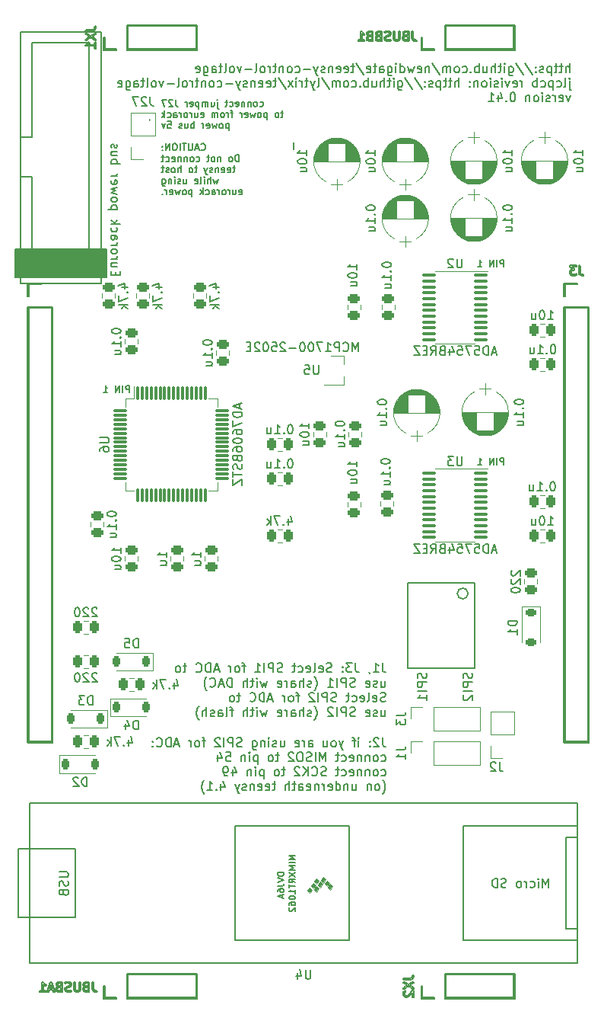
<source format=gbr>
%TF.GenerationSoftware,KiCad,Pcbnew,7.0.10*%
%TF.CreationDate,2024-05-23T22:52:30+02:00*%
%TF.ProjectId,teensy-eurorack,7465656e-7379-42d6-9575-726f7261636b,rev?*%
%TF.SameCoordinates,Original*%
%TF.FileFunction,Legend,Bot*%
%TF.FilePolarity,Positive*%
%FSLAX46Y46*%
G04 Gerber Fmt 4.6, Leading zero omitted, Abs format (unit mm)*
G04 Created by KiCad (PCBNEW 7.0.10) date 2024-05-23 22:52:30*
%MOMM*%
%LPD*%
G01*
G04 APERTURE LIST*
G04 Aperture macros list*
%AMRoundRect*
0 Rectangle with rounded corners*
0 $1 Rounding radius*
0 $2 $3 $4 $5 $6 $7 $8 $9 X,Y pos of 4 corners*
0 Add a 4 corners polygon primitive as box body*
4,1,4,$2,$3,$4,$5,$6,$7,$8,$9,$2,$3,0*
0 Add four circle primitives for the rounded corners*
1,1,$1+$1,$2,$3*
1,1,$1+$1,$4,$5*
1,1,$1+$1,$6,$7*
1,1,$1+$1,$8,$9*
0 Add four rect primitives between the rounded corners*
20,1,$1+$1,$2,$3,$4,$5,0*
20,1,$1+$1,$4,$5,$6,$7,0*
20,1,$1+$1,$6,$7,$8,$9,0*
20,1,$1+$1,$8,$9,$2,$3,0*%
G04 Aperture macros list end*
%ADD10C,0.152400*%
%ADD11C,0.150000*%
%ADD12C,0.127000*%
%ADD13C,0.120000*%
%ADD14C,0.200000*%
%ADD15C,0.203200*%
%ADD16C,0.100000*%
%ADD17R,1.700000X1.700000*%
%ADD18C,1.700000*%
%ADD19RoundRect,0.225000X0.225000X0.375000X-0.225000X0.375000X-0.225000X-0.375000X0.225000X-0.375000X0*%
%ADD20RoundRect,0.225000X-0.225000X-0.375000X0.225000X-0.375000X0.225000X0.375000X-0.225000X0.375000X0*%
%ADD21RoundRect,0.225000X-0.375000X0.225000X-0.375000X-0.225000X0.375000X-0.225000X0.375000X0.225000X0*%
%ADD22C,1.600000*%
%ADD23R,1.600000X1.600000*%
%ADD24C,1.524000*%
%ADD25O,1.700000X1.700000*%
%ADD26RoundRect,0.243750X0.243750X0.456250X-0.243750X0.456250X-0.243750X-0.456250X0.243750X-0.456250X0*%
%ADD27R,1.400000X1.300000*%
%ADD28RoundRect,0.075000X-0.075000X0.700000X-0.075000X-0.700000X0.075000X-0.700000X0.075000X0.700000X0*%
%ADD29RoundRect,0.075000X-0.700000X0.075000X-0.700000X-0.075000X0.700000X-0.075000X0.700000X0.075000X0*%
%ADD30R,0.900000X0.800000*%
%ADD31RoundRect,0.100000X0.675000X0.100000X-0.675000X0.100000X-0.675000X-0.100000X0.675000X-0.100000X0*%
%ADD32R,3.200000X5.000000*%
%ADD33RoundRect,0.243750X-0.243750X-0.456250X0.243750X-0.456250X0.243750X0.456250X-0.243750X0.456250X0*%
%ADD34RoundRect,0.243750X0.456250X-0.243750X0.456250X0.243750X-0.456250X0.243750X-0.456250X-0.243750X0*%
%ADD35RoundRect,0.243750X-0.456250X0.243750X-0.456250X-0.243750X0.456250X-0.243750X0.456250X0.243750X0*%
G04 APERTURE END LIST*
D10*
X120432285Y-75528590D02*
X120432285Y-74766590D01*
X120432285Y-74766590D02*
X120141999Y-74766590D01*
X120141999Y-74766590D02*
X120069428Y-74802876D01*
X120069428Y-74802876D02*
X120033142Y-74839162D01*
X120033142Y-74839162D02*
X119996856Y-74911733D01*
X119996856Y-74911733D02*
X119996856Y-75020590D01*
X119996856Y-75020590D02*
X120033142Y-75093162D01*
X120033142Y-75093162D02*
X120069428Y-75129447D01*
X120069428Y-75129447D02*
X120141999Y-75165733D01*
X120141999Y-75165733D02*
X120432285Y-75165733D01*
X119670285Y-75528590D02*
X119670285Y-74766590D01*
X119307428Y-75528590D02*
X119307428Y-74766590D01*
X119307428Y-74766590D02*
X118871999Y-75528590D01*
X118871999Y-75528590D02*
X118871999Y-74766590D01*
X117529428Y-75528590D02*
X117964857Y-75528590D01*
X117747142Y-75528590D02*
X117747142Y-74766590D01*
X117747142Y-74766590D02*
X117819714Y-74875447D01*
X117819714Y-74875447D02*
X117892285Y-74948019D01*
X117892285Y-74948019D02*
X117964857Y-74984305D01*
X162088285Y-61558590D02*
X162088285Y-60796590D01*
X162088285Y-60796590D02*
X161797999Y-60796590D01*
X161797999Y-60796590D02*
X161725428Y-60832876D01*
X161725428Y-60832876D02*
X161689142Y-60869162D01*
X161689142Y-60869162D02*
X161652856Y-60941733D01*
X161652856Y-60941733D02*
X161652856Y-61050590D01*
X161652856Y-61050590D02*
X161689142Y-61123162D01*
X161689142Y-61123162D02*
X161725428Y-61159447D01*
X161725428Y-61159447D02*
X161797999Y-61195733D01*
X161797999Y-61195733D02*
X162088285Y-61195733D01*
X161326285Y-61558590D02*
X161326285Y-60796590D01*
X160963428Y-61558590D02*
X160963428Y-60796590D01*
X160963428Y-60796590D02*
X160527999Y-61558590D01*
X160527999Y-61558590D02*
X160527999Y-60796590D01*
X159185428Y-61558590D02*
X159620857Y-61558590D01*
X159403142Y-61558590D02*
X159403142Y-60796590D01*
X159403142Y-60796590D02*
X159475714Y-60905447D01*
X159475714Y-60905447D02*
X159548285Y-60978019D01*
X159548285Y-60978019D02*
X159620857Y-61014305D01*
X162088285Y-83529590D02*
X162088285Y-82767590D01*
X162088285Y-82767590D02*
X161797999Y-82767590D01*
X161797999Y-82767590D02*
X161725428Y-82803876D01*
X161725428Y-82803876D02*
X161689142Y-82840162D01*
X161689142Y-82840162D02*
X161652856Y-82912733D01*
X161652856Y-82912733D02*
X161652856Y-83021590D01*
X161652856Y-83021590D02*
X161689142Y-83094162D01*
X161689142Y-83094162D02*
X161725428Y-83130447D01*
X161725428Y-83130447D02*
X161797999Y-83166733D01*
X161797999Y-83166733D02*
X162088285Y-83166733D01*
X161326285Y-83529590D02*
X161326285Y-82767590D01*
X160963428Y-83529590D02*
X160963428Y-82767590D01*
X160963428Y-82767590D02*
X160527999Y-83529590D01*
X160527999Y-83529590D02*
X160527999Y-82767590D01*
X159185428Y-83529590D02*
X159620857Y-83529590D01*
X159403142Y-83529590D02*
X159403142Y-82767590D01*
X159403142Y-82767590D02*
X159475714Y-82876447D01*
X159475714Y-82876447D02*
X159548285Y-82949019D01*
X159548285Y-82949019D02*
X159620857Y-82985305D01*
D11*
X158522200Y-106704000D02*
X158569819Y-106846857D01*
X158569819Y-106846857D02*
X158569819Y-107084952D01*
X158569819Y-107084952D02*
X158522200Y-107180190D01*
X158522200Y-107180190D02*
X158474580Y-107227809D01*
X158474580Y-107227809D02*
X158379342Y-107275428D01*
X158379342Y-107275428D02*
X158284104Y-107275428D01*
X158284104Y-107275428D02*
X158188866Y-107227809D01*
X158188866Y-107227809D02*
X158141247Y-107180190D01*
X158141247Y-107180190D02*
X158093628Y-107084952D01*
X158093628Y-107084952D02*
X158046009Y-106894476D01*
X158046009Y-106894476D02*
X157998390Y-106799238D01*
X157998390Y-106799238D02*
X157950771Y-106751619D01*
X157950771Y-106751619D02*
X157855533Y-106704000D01*
X157855533Y-106704000D02*
X157760295Y-106704000D01*
X157760295Y-106704000D02*
X157665057Y-106751619D01*
X157665057Y-106751619D02*
X157617438Y-106799238D01*
X157617438Y-106799238D02*
X157569819Y-106894476D01*
X157569819Y-106894476D02*
X157569819Y-107132571D01*
X157569819Y-107132571D02*
X157617438Y-107275428D01*
X158569819Y-107704000D02*
X157569819Y-107704000D01*
X157569819Y-107704000D02*
X157569819Y-108084952D01*
X157569819Y-108084952D02*
X157617438Y-108180190D01*
X157617438Y-108180190D02*
X157665057Y-108227809D01*
X157665057Y-108227809D02*
X157760295Y-108275428D01*
X157760295Y-108275428D02*
X157903152Y-108275428D01*
X157903152Y-108275428D02*
X157998390Y-108227809D01*
X157998390Y-108227809D02*
X158046009Y-108180190D01*
X158046009Y-108180190D02*
X158093628Y-108084952D01*
X158093628Y-108084952D02*
X158093628Y-107704000D01*
X158569819Y-108704000D02*
X157569819Y-108704000D01*
X157665057Y-109132571D02*
X157617438Y-109180190D01*
X157617438Y-109180190D02*
X157569819Y-109275428D01*
X157569819Y-109275428D02*
X157569819Y-109513523D01*
X157569819Y-109513523D02*
X157617438Y-109608761D01*
X157617438Y-109608761D02*
X157665057Y-109656380D01*
X157665057Y-109656380D02*
X157760295Y-109703999D01*
X157760295Y-109703999D02*
X157855533Y-109703999D01*
X157855533Y-109703999D02*
X157998390Y-109656380D01*
X157998390Y-109656380D02*
X158569819Y-109084952D01*
X158569819Y-109084952D02*
X158569819Y-109703999D01*
X153442200Y-106704000D02*
X153489819Y-106846857D01*
X153489819Y-106846857D02*
X153489819Y-107084952D01*
X153489819Y-107084952D02*
X153442200Y-107180190D01*
X153442200Y-107180190D02*
X153394580Y-107227809D01*
X153394580Y-107227809D02*
X153299342Y-107275428D01*
X153299342Y-107275428D02*
X153204104Y-107275428D01*
X153204104Y-107275428D02*
X153108866Y-107227809D01*
X153108866Y-107227809D02*
X153061247Y-107180190D01*
X153061247Y-107180190D02*
X153013628Y-107084952D01*
X153013628Y-107084952D02*
X152966009Y-106894476D01*
X152966009Y-106894476D02*
X152918390Y-106799238D01*
X152918390Y-106799238D02*
X152870771Y-106751619D01*
X152870771Y-106751619D02*
X152775533Y-106704000D01*
X152775533Y-106704000D02*
X152680295Y-106704000D01*
X152680295Y-106704000D02*
X152585057Y-106751619D01*
X152585057Y-106751619D02*
X152537438Y-106799238D01*
X152537438Y-106799238D02*
X152489819Y-106894476D01*
X152489819Y-106894476D02*
X152489819Y-107132571D01*
X152489819Y-107132571D02*
X152537438Y-107275428D01*
X153489819Y-107704000D02*
X152489819Y-107704000D01*
X152489819Y-107704000D02*
X152489819Y-108084952D01*
X152489819Y-108084952D02*
X152537438Y-108180190D01*
X152537438Y-108180190D02*
X152585057Y-108227809D01*
X152585057Y-108227809D02*
X152680295Y-108275428D01*
X152680295Y-108275428D02*
X152823152Y-108275428D01*
X152823152Y-108275428D02*
X152918390Y-108227809D01*
X152918390Y-108227809D02*
X152966009Y-108180190D01*
X152966009Y-108180190D02*
X153013628Y-108084952D01*
X153013628Y-108084952D02*
X153013628Y-107704000D01*
X153489819Y-108704000D02*
X152489819Y-108704000D01*
X153489819Y-109703999D02*
X153489819Y-109132571D01*
X153489819Y-109418285D02*
X152489819Y-109418285D01*
X152489819Y-109418285D02*
X152632676Y-109323047D01*
X152632676Y-109323047D02*
X152727914Y-109227809D01*
X152727914Y-109227809D02*
X152775533Y-109132571D01*
X148602506Y-113879819D02*
X148602506Y-114594104D01*
X148602506Y-114594104D02*
X148650125Y-114736961D01*
X148650125Y-114736961D02*
X148745363Y-114832200D01*
X148745363Y-114832200D02*
X148888220Y-114879819D01*
X148888220Y-114879819D02*
X148983458Y-114879819D01*
X148173934Y-113975057D02*
X148126315Y-113927438D01*
X148126315Y-113927438D02*
X148031077Y-113879819D01*
X148031077Y-113879819D02*
X147792982Y-113879819D01*
X147792982Y-113879819D02*
X147697744Y-113927438D01*
X147697744Y-113927438D02*
X147650125Y-113975057D01*
X147650125Y-113975057D02*
X147602506Y-114070295D01*
X147602506Y-114070295D02*
X147602506Y-114165533D01*
X147602506Y-114165533D02*
X147650125Y-114308390D01*
X147650125Y-114308390D02*
X148221553Y-114879819D01*
X148221553Y-114879819D02*
X147602506Y-114879819D01*
X147173934Y-114784580D02*
X147126315Y-114832200D01*
X147126315Y-114832200D02*
X147173934Y-114879819D01*
X147173934Y-114879819D02*
X147221553Y-114832200D01*
X147221553Y-114832200D02*
X147173934Y-114784580D01*
X147173934Y-114784580D02*
X147173934Y-114879819D01*
X147173934Y-114260771D02*
X147126315Y-114308390D01*
X147126315Y-114308390D02*
X147173934Y-114356009D01*
X147173934Y-114356009D02*
X147221553Y-114308390D01*
X147221553Y-114308390D02*
X147173934Y-114260771D01*
X147173934Y-114260771D02*
X147173934Y-114356009D01*
X145935839Y-114879819D02*
X145935839Y-114213152D01*
X145935839Y-113879819D02*
X145983458Y-113927438D01*
X145983458Y-113927438D02*
X145935839Y-113975057D01*
X145935839Y-113975057D02*
X145888220Y-113927438D01*
X145888220Y-113927438D02*
X145935839Y-113879819D01*
X145935839Y-113879819D02*
X145935839Y-113975057D01*
X145602506Y-114213152D02*
X145221554Y-114213152D01*
X145459649Y-114879819D02*
X145459649Y-114022676D01*
X145459649Y-114022676D02*
X145412030Y-113927438D01*
X145412030Y-113927438D02*
X145316792Y-113879819D01*
X145316792Y-113879819D02*
X145221554Y-113879819D01*
X144221553Y-114213152D02*
X143983458Y-114879819D01*
X143745363Y-114213152D02*
X143983458Y-114879819D01*
X143983458Y-114879819D02*
X144078696Y-115117914D01*
X144078696Y-115117914D02*
X144126315Y-115165533D01*
X144126315Y-115165533D02*
X144221553Y-115213152D01*
X143221553Y-114879819D02*
X143316791Y-114832200D01*
X143316791Y-114832200D02*
X143364410Y-114784580D01*
X143364410Y-114784580D02*
X143412029Y-114689342D01*
X143412029Y-114689342D02*
X143412029Y-114403628D01*
X143412029Y-114403628D02*
X143364410Y-114308390D01*
X143364410Y-114308390D02*
X143316791Y-114260771D01*
X143316791Y-114260771D02*
X143221553Y-114213152D01*
X143221553Y-114213152D02*
X143078696Y-114213152D01*
X143078696Y-114213152D02*
X142983458Y-114260771D01*
X142983458Y-114260771D02*
X142935839Y-114308390D01*
X142935839Y-114308390D02*
X142888220Y-114403628D01*
X142888220Y-114403628D02*
X142888220Y-114689342D01*
X142888220Y-114689342D02*
X142935839Y-114784580D01*
X142935839Y-114784580D02*
X142983458Y-114832200D01*
X142983458Y-114832200D02*
X143078696Y-114879819D01*
X143078696Y-114879819D02*
X143221553Y-114879819D01*
X142031077Y-114213152D02*
X142031077Y-114879819D01*
X142459648Y-114213152D02*
X142459648Y-114736961D01*
X142459648Y-114736961D02*
X142412029Y-114832200D01*
X142412029Y-114832200D02*
X142316791Y-114879819D01*
X142316791Y-114879819D02*
X142173934Y-114879819D01*
X142173934Y-114879819D02*
X142078696Y-114832200D01*
X142078696Y-114832200D02*
X142031077Y-114784580D01*
X140364410Y-114879819D02*
X140364410Y-114356009D01*
X140364410Y-114356009D02*
X140412029Y-114260771D01*
X140412029Y-114260771D02*
X140507267Y-114213152D01*
X140507267Y-114213152D02*
X140697743Y-114213152D01*
X140697743Y-114213152D02*
X140792981Y-114260771D01*
X140364410Y-114832200D02*
X140459648Y-114879819D01*
X140459648Y-114879819D02*
X140697743Y-114879819D01*
X140697743Y-114879819D02*
X140792981Y-114832200D01*
X140792981Y-114832200D02*
X140840600Y-114736961D01*
X140840600Y-114736961D02*
X140840600Y-114641723D01*
X140840600Y-114641723D02*
X140792981Y-114546485D01*
X140792981Y-114546485D02*
X140697743Y-114498866D01*
X140697743Y-114498866D02*
X140459648Y-114498866D01*
X140459648Y-114498866D02*
X140364410Y-114451247D01*
X139888219Y-114879819D02*
X139888219Y-114213152D01*
X139888219Y-114403628D02*
X139840600Y-114308390D01*
X139840600Y-114308390D02*
X139792981Y-114260771D01*
X139792981Y-114260771D02*
X139697743Y-114213152D01*
X139697743Y-114213152D02*
X139602505Y-114213152D01*
X138888219Y-114832200D02*
X138983457Y-114879819D01*
X138983457Y-114879819D02*
X139173933Y-114879819D01*
X139173933Y-114879819D02*
X139269171Y-114832200D01*
X139269171Y-114832200D02*
X139316790Y-114736961D01*
X139316790Y-114736961D02*
X139316790Y-114356009D01*
X139316790Y-114356009D02*
X139269171Y-114260771D01*
X139269171Y-114260771D02*
X139173933Y-114213152D01*
X139173933Y-114213152D02*
X138983457Y-114213152D01*
X138983457Y-114213152D02*
X138888219Y-114260771D01*
X138888219Y-114260771D02*
X138840600Y-114356009D01*
X138840600Y-114356009D02*
X138840600Y-114451247D01*
X138840600Y-114451247D02*
X139316790Y-114546485D01*
X137221552Y-114213152D02*
X137221552Y-114879819D01*
X137650123Y-114213152D02*
X137650123Y-114736961D01*
X137650123Y-114736961D02*
X137602504Y-114832200D01*
X137602504Y-114832200D02*
X137507266Y-114879819D01*
X137507266Y-114879819D02*
X137364409Y-114879819D01*
X137364409Y-114879819D02*
X137269171Y-114832200D01*
X137269171Y-114832200D02*
X137221552Y-114784580D01*
X136792980Y-114832200D02*
X136697742Y-114879819D01*
X136697742Y-114879819D02*
X136507266Y-114879819D01*
X136507266Y-114879819D02*
X136412028Y-114832200D01*
X136412028Y-114832200D02*
X136364409Y-114736961D01*
X136364409Y-114736961D02*
X136364409Y-114689342D01*
X136364409Y-114689342D02*
X136412028Y-114594104D01*
X136412028Y-114594104D02*
X136507266Y-114546485D01*
X136507266Y-114546485D02*
X136650123Y-114546485D01*
X136650123Y-114546485D02*
X136745361Y-114498866D01*
X136745361Y-114498866D02*
X136792980Y-114403628D01*
X136792980Y-114403628D02*
X136792980Y-114356009D01*
X136792980Y-114356009D02*
X136745361Y-114260771D01*
X136745361Y-114260771D02*
X136650123Y-114213152D01*
X136650123Y-114213152D02*
X136507266Y-114213152D01*
X136507266Y-114213152D02*
X136412028Y-114260771D01*
X135935837Y-114879819D02*
X135935837Y-114213152D01*
X135935837Y-113879819D02*
X135983456Y-113927438D01*
X135983456Y-113927438D02*
X135935837Y-113975057D01*
X135935837Y-113975057D02*
X135888218Y-113927438D01*
X135888218Y-113927438D02*
X135935837Y-113879819D01*
X135935837Y-113879819D02*
X135935837Y-113975057D01*
X135459647Y-114213152D02*
X135459647Y-114879819D01*
X135459647Y-114308390D02*
X135412028Y-114260771D01*
X135412028Y-114260771D02*
X135316790Y-114213152D01*
X135316790Y-114213152D02*
X135173933Y-114213152D01*
X135173933Y-114213152D02*
X135078695Y-114260771D01*
X135078695Y-114260771D02*
X135031076Y-114356009D01*
X135031076Y-114356009D02*
X135031076Y-114879819D01*
X134126314Y-114213152D02*
X134126314Y-115022676D01*
X134126314Y-115022676D02*
X134173933Y-115117914D01*
X134173933Y-115117914D02*
X134221552Y-115165533D01*
X134221552Y-115165533D02*
X134316790Y-115213152D01*
X134316790Y-115213152D02*
X134459647Y-115213152D01*
X134459647Y-115213152D02*
X134554885Y-115165533D01*
X134126314Y-114832200D02*
X134221552Y-114879819D01*
X134221552Y-114879819D02*
X134412028Y-114879819D01*
X134412028Y-114879819D02*
X134507266Y-114832200D01*
X134507266Y-114832200D02*
X134554885Y-114784580D01*
X134554885Y-114784580D02*
X134602504Y-114689342D01*
X134602504Y-114689342D02*
X134602504Y-114403628D01*
X134602504Y-114403628D02*
X134554885Y-114308390D01*
X134554885Y-114308390D02*
X134507266Y-114260771D01*
X134507266Y-114260771D02*
X134412028Y-114213152D01*
X134412028Y-114213152D02*
X134221552Y-114213152D01*
X134221552Y-114213152D02*
X134126314Y-114260771D01*
X132935837Y-114832200D02*
X132792980Y-114879819D01*
X132792980Y-114879819D02*
X132554885Y-114879819D01*
X132554885Y-114879819D02*
X132459647Y-114832200D01*
X132459647Y-114832200D02*
X132412028Y-114784580D01*
X132412028Y-114784580D02*
X132364409Y-114689342D01*
X132364409Y-114689342D02*
X132364409Y-114594104D01*
X132364409Y-114594104D02*
X132412028Y-114498866D01*
X132412028Y-114498866D02*
X132459647Y-114451247D01*
X132459647Y-114451247D02*
X132554885Y-114403628D01*
X132554885Y-114403628D02*
X132745361Y-114356009D01*
X132745361Y-114356009D02*
X132840599Y-114308390D01*
X132840599Y-114308390D02*
X132888218Y-114260771D01*
X132888218Y-114260771D02*
X132935837Y-114165533D01*
X132935837Y-114165533D02*
X132935837Y-114070295D01*
X132935837Y-114070295D02*
X132888218Y-113975057D01*
X132888218Y-113975057D02*
X132840599Y-113927438D01*
X132840599Y-113927438D02*
X132745361Y-113879819D01*
X132745361Y-113879819D02*
X132507266Y-113879819D01*
X132507266Y-113879819D02*
X132364409Y-113927438D01*
X131935837Y-114879819D02*
X131935837Y-113879819D01*
X131935837Y-113879819D02*
X131554885Y-113879819D01*
X131554885Y-113879819D02*
X131459647Y-113927438D01*
X131459647Y-113927438D02*
X131412028Y-113975057D01*
X131412028Y-113975057D02*
X131364409Y-114070295D01*
X131364409Y-114070295D02*
X131364409Y-114213152D01*
X131364409Y-114213152D02*
X131412028Y-114308390D01*
X131412028Y-114308390D02*
X131459647Y-114356009D01*
X131459647Y-114356009D02*
X131554885Y-114403628D01*
X131554885Y-114403628D02*
X131935837Y-114403628D01*
X130935837Y-114879819D02*
X130935837Y-113879819D01*
X130507266Y-113975057D02*
X130459647Y-113927438D01*
X130459647Y-113927438D02*
X130364409Y-113879819D01*
X130364409Y-113879819D02*
X130126314Y-113879819D01*
X130126314Y-113879819D02*
X130031076Y-113927438D01*
X130031076Y-113927438D02*
X129983457Y-113975057D01*
X129983457Y-113975057D02*
X129935838Y-114070295D01*
X129935838Y-114070295D02*
X129935838Y-114165533D01*
X129935838Y-114165533D02*
X129983457Y-114308390D01*
X129983457Y-114308390D02*
X130554885Y-114879819D01*
X130554885Y-114879819D02*
X129935838Y-114879819D01*
X128888218Y-114213152D02*
X128507266Y-114213152D01*
X128745361Y-114879819D02*
X128745361Y-114022676D01*
X128745361Y-114022676D02*
X128697742Y-113927438D01*
X128697742Y-113927438D02*
X128602504Y-113879819D01*
X128602504Y-113879819D02*
X128507266Y-113879819D01*
X128031075Y-114879819D02*
X128126313Y-114832200D01*
X128126313Y-114832200D02*
X128173932Y-114784580D01*
X128173932Y-114784580D02*
X128221551Y-114689342D01*
X128221551Y-114689342D02*
X128221551Y-114403628D01*
X128221551Y-114403628D02*
X128173932Y-114308390D01*
X128173932Y-114308390D02*
X128126313Y-114260771D01*
X128126313Y-114260771D02*
X128031075Y-114213152D01*
X128031075Y-114213152D02*
X127888218Y-114213152D01*
X127888218Y-114213152D02*
X127792980Y-114260771D01*
X127792980Y-114260771D02*
X127745361Y-114308390D01*
X127745361Y-114308390D02*
X127697742Y-114403628D01*
X127697742Y-114403628D02*
X127697742Y-114689342D01*
X127697742Y-114689342D02*
X127745361Y-114784580D01*
X127745361Y-114784580D02*
X127792980Y-114832200D01*
X127792980Y-114832200D02*
X127888218Y-114879819D01*
X127888218Y-114879819D02*
X128031075Y-114879819D01*
X127269170Y-114879819D02*
X127269170Y-114213152D01*
X127269170Y-114403628D02*
X127221551Y-114308390D01*
X127221551Y-114308390D02*
X127173932Y-114260771D01*
X127173932Y-114260771D02*
X127078694Y-114213152D01*
X127078694Y-114213152D02*
X126983456Y-114213152D01*
X125935836Y-114594104D02*
X125459646Y-114594104D01*
X126031074Y-114879819D02*
X125697741Y-113879819D01*
X125697741Y-113879819D02*
X125364408Y-114879819D01*
X125031074Y-114879819D02*
X125031074Y-113879819D01*
X125031074Y-113879819D02*
X124792979Y-113879819D01*
X124792979Y-113879819D02*
X124650122Y-113927438D01*
X124650122Y-113927438D02*
X124554884Y-114022676D01*
X124554884Y-114022676D02*
X124507265Y-114117914D01*
X124507265Y-114117914D02*
X124459646Y-114308390D01*
X124459646Y-114308390D02*
X124459646Y-114451247D01*
X124459646Y-114451247D02*
X124507265Y-114641723D01*
X124507265Y-114641723D02*
X124554884Y-114736961D01*
X124554884Y-114736961D02*
X124650122Y-114832200D01*
X124650122Y-114832200D02*
X124792979Y-114879819D01*
X124792979Y-114879819D02*
X125031074Y-114879819D01*
X123459646Y-114784580D02*
X123507265Y-114832200D01*
X123507265Y-114832200D02*
X123650122Y-114879819D01*
X123650122Y-114879819D02*
X123745360Y-114879819D01*
X123745360Y-114879819D02*
X123888217Y-114832200D01*
X123888217Y-114832200D02*
X123983455Y-114736961D01*
X123983455Y-114736961D02*
X124031074Y-114641723D01*
X124031074Y-114641723D02*
X124078693Y-114451247D01*
X124078693Y-114451247D02*
X124078693Y-114308390D01*
X124078693Y-114308390D02*
X124031074Y-114117914D01*
X124031074Y-114117914D02*
X123983455Y-114022676D01*
X123983455Y-114022676D02*
X123888217Y-113927438D01*
X123888217Y-113927438D02*
X123745360Y-113879819D01*
X123745360Y-113879819D02*
X123650122Y-113879819D01*
X123650122Y-113879819D02*
X123507265Y-113927438D01*
X123507265Y-113927438D02*
X123459646Y-113975057D01*
X123031074Y-114784580D02*
X122983455Y-114832200D01*
X122983455Y-114832200D02*
X123031074Y-114879819D01*
X123031074Y-114879819D02*
X123078693Y-114832200D01*
X123078693Y-114832200D02*
X123031074Y-114784580D01*
X123031074Y-114784580D02*
X123031074Y-114879819D01*
X123031074Y-114260771D02*
X122983455Y-114308390D01*
X122983455Y-114308390D02*
X123031074Y-114356009D01*
X123031074Y-114356009D02*
X123078693Y-114308390D01*
X123078693Y-114308390D02*
X123031074Y-114260771D01*
X123031074Y-114260771D02*
X123031074Y-114356009D01*
X148459649Y-116442200D02*
X148554887Y-116489819D01*
X148554887Y-116489819D02*
X148745363Y-116489819D01*
X148745363Y-116489819D02*
X148840601Y-116442200D01*
X148840601Y-116442200D02*
X148888220Y-116394580D01*
X148888220Y-116394580D02*
X148935839Y-116299342D01*
X148935839Y-116299342D02*
X148935839Y-116013628D01*
X148935839Y-116013628D02*
X148888220Y-115918390D01*
X148888220Y-115918390D02*
X148840601Y-115870771D01*
X148840601Y-115870771D02*
X148745363Y-115823152D01*
X148745363Y-115823152D02*
X148554887Y-115823152D01*
X148554887Y-115823152D02*
X148459649Y-115870771D01*
X147888220Y-116489819D02*
X147983458Y-116442200D01*
X147983458Y-116442200D02*
X148031077Y-116394580D01*
X148031077Y-116394580D02*
X148078696Y-116299342D01*
X148078696Y-116299342D02*
X148078696Y-116013628D01*
X148078696Y-116013628D02*
X148031077Y-115918390D01*
X148031077Y-115918390D02*
X147983458Y-115870771D01*
X147983458Y-115870771D02*
X147888220Y-115823152D01*
X147888220Y-115823152D02*
X147745363Y-115823152D01*
X147745363Y-115823152D02*
X147650125Y-115870771D01*
X147650125Y-115870771D02*
X147602506Y-115918390D01*
X147602506Y-115918390D02*
X147554887Y-116013628D01*
X147554887Y-116013628D02*
X147554887Y-116299342D01*
X147554887Y-116299342D02*
X147602506Y-116394580D01*
X147602506Y-116394580D02*
X147650125Y-116442200D01*
X147650125Y-116442200D02*
X147745363Y-116489819D01*
X147745363Y-116489819D02*
X147888220Y-116489819D01*
X147126315Y-115823152D02*
X147126315Y-116489819D01*
X147126315Y-115918390D02*
X147078696Y-115870771D01*
X147078696Y-115870771D02*
X146983458Y-115823152D01*
X146983458Y-115823152D02*
X146840601Y-115823152D01*
X146840601Y-115823152D02*
X146745363Y-115870771D01*
X146745363Y-115870771D02*
X146697744Y-115966009D01*
X146697744Y-115966009D02*
X146697744Y-116489819D01*
X146221553Y-115823152D02*
X146221553Y-116489819D01*
X146221553Y-115918390D02*
X146173934Y-115870771D01*
X146173934Y-115870771D02*
X146078696Y-115823152D01*
X146078696Y-115823152D02*
X145935839Y-115823152D01*
X145935839Y-115823152D02*
X145840601Y-115870771D01*
X145840601Y-115870771D02*
X145792982Y-115966009D01*
X145792982Y-115966009D02*
X145792982Y-116489819D01*
X144935839Y-116442200D02*
X145031077Y-116489819D01*
X145031077Y-116489819D02*
X145221553Y-116489819D01*
X145221553Y-116489819D02*
X145316791Y-116442200D01*
X145316791Y-116442200D02*
X145364410Y-116346961D01*
X145364410Y-116346961D02*
X145364410Y-115966009D01*
X145364410Y-115966009D02*
X145316791Y-115870771D01*
X145316791Y-115870771D02*
X145221553Y-115823152D01*
X145221553Y-115823152D02*
X145031077Y-115823152D01*
X145031077Y-115823152D02*
X144935839Y-115870771D01*
X144935839Y-115870771D02*
X144888220Y-115966009D01*
X144888220Y-115966009D02*
X144888220Y-116061247D01*
X144888220Y-116061247D02*
X145364410Y-116156485D01*
X144031077Y-116442200D02*
X144126315Y-116489819D01*
X144126315Y-116489819D02*
X144316791Y-116489819D01*
X144316791Y-116489819D02*
X144412029Y-116442200D01*
X144412029Y-116442200D02*
X144459648Y-116394580D01*
X144459648Y-116394580D02*
X144507267Y-116299342D01*
X144507267Y-116299342D02*
X144507267Y-116013628D01*
X144507267Y-116013628D02*
X144459648Y-115918390D01*
X144459648Y-115918390D02*
X144412029Y-115870771D01*
X144412029Y-115870771D02*
X144316791Y-115823152D01*
X144316791Y-115823152D02*
X144126315Y-115823152D01*
X144126315Y-115823152D02*
X144031077Y-115870771D01*
X143745362Y-115823152D02*
X143364410Y-115823152D01*
X143602505Y-115489819D02*
X143602505Y-116346961D01*
X143602505Y-116346961D02*
X143554886Y-116442200D01*
X143554886Y-116442200D02*
X143459648Y-116489819D01*
X143459648Y-116489819D02*
X143364410Y-116489819D01*
X142269171Y-116489819D02*
X142269171Y-115489819D01*
X142269171Y-115489819D02*
X141935838Y-116204104D01*
X141935838Y-116204104D02*
X141602505Y-115489819D01*
X141602505Y-115489819D02*
X141602505Y-116489819D01*
X141126314Y-116489819D02*
X141126314Y-115489819D01*
X140697743Y-116442200D02*
X140554886Y-116489819D01*
X140554886Y-116489819D02*
X140316791Y-116489819D01*
X140316791Y-116489819D02*
X140221553Y-116442200D01*
X140221553Y-116442200D02*
X140173934Y-116394580D01*
X140173934Y-116394580D02*
X140126315Y-116299342D01*
X140126315Y-116299342D02*
X140126315Y-116204104D01*
X140126315Y-116204104D02*
X140173934Y-116108866D01*
X140173934Y-116108866D02*
X140221553Y-116061247D01*
X140221553Y-116061247D02*
X140316791Y-116013628D01*
X140316791Y-116013628D02*
X140507267Y-115966009D01*
X140507267Y-115966009D02*
X140602505Y-115918390D01*
X140602505Y-115918390D02*
X140650124Y-115870771D01*
X140650124Y-115870771D02*
X140697743Y-115775533D01*
X140697743Y-115775533D02*
X140697743Y-115680295D01*
X140697743Y-115680295D02*
X140650124Y-115585057D01*
X140650124Y-115585057D02*
X140602505Y-115537438D01*
X140602505Y-115537438D02*
X140507267Y-115489819D01*
X140507267Y-115489819D02*
X140269172Y-115489819D01*
X140269172Y-115489819D02*
X140126315Y-115537438D01*
X139507267Y-115489819D02*
X139316791Y-115489819D01*
X139316791Y-115489819D02*
X139221553Y-115537438D01*
X139221553Y-115537438D02*
X139126315Y-115632676D01*
X139126315Y-115632676D02*
X139078696Y-115823152D01*
X139078696Y-115823152D02*
X139078696Y-116156485D01*
X139078696Y-116156485D02*
X139126315Y-116346961D01*
X139126315Y-116346961D02*
X139221553Y-116442200D01*
X139221553Y-116442200D02*
X139316791Y-116489819D01*
X139316791Y-116489819D02*
X139507267Y-116489819D01*
X139507267Y-116489819D02*
X139602505Y-116442200D01*
X139602505Y-116442200D02*
X139697743Y-116346961D01*
X139697743Y-116346961D02*
X139745362Y-116156485D01*
X139745362Y-116156485D02*
X139745362Y-115823152D01*
X139745362Y-115823152D02*
X139697743Y-115632676D01*
X139697743Y-115632676D02*
X139602505Y-115537438D01*
X139602505Y-115537438D02*
X139507267Y-115489819D01*
X138697743Y-115585057D02*
X138650124Y-115537438D01*
X138650124Y-115537438D02*
X138554886Y-115489819D01*
X138554886Y-115489819D02*
X138316791Y-115489819D01*
X138316791Y-115489819D02*
X138221553Y-115537438D01*
X138221553Y-115537438D02*
X138173934Y-115585057D01*
X138173934Y-115585057D02*
X138126315Y-115680295D01*
X138126315Y-115680295D02*
X138126315Y-115775533D01*
X138126315Y-115775533D02*
X138173934Y-115918390D01*
X138173934Y-115918390D02*
X138745362Y-116489819D01*
X138745362Y-116489819D02*
X138126315Y-116489819D01*
X137078695Y-115823152D02*
X136697743Y-115823152D01*
X136935838Y-115489819D02*
X136935838Y-116346961D01*
X136935838Y-116346961D02*
X136888219Y-116442200D01*
X136888219Y-116442200D02*
X136792981Y-116489819D01*
X136792981Y-116489819D02*
X136697743Y-116489819D01*
X136221552Y-116489819D02*
X136316790Y-116442200D01*
X136316790Y-116442200D02*
X136364409Y-116394580D01*
X136364409Y-116394580D02*
X136412028Y-116299342D01*
X136412028Y-116299342D02*
X136412028Y-116013628D01*
X136412028Y-116013628D02*
X136364409Y-115918390D01*
X136364409Y-115918390D02*
X136316790Y-115870771D01*
X136316790Y-115870771D02*
X136221552Y-115823152D01*
X136221552Y-115823152D02*
X136078695Y-115823152D01*
X136078695Y-115823152D02*
X135983457Y-115870771D01*
X135983457Y-115870771D02*
X135935838Y-115918390D01*
X135935838Y-115918390D02*
X135888219Y-116013628D01*
X135888219Y-116013628D02*
X135888219Y-116299342D01*
X135888219Y-116299342D02*
X135935838Y-116394580D01*
X135935838Y-116394580D02*
X135983457Y-116442200D01*
X135983457Y-116442200D02*
X136078695Y-116489819D01*
X136078695Y-116489819D02*
X136221552Y-116489819D01*
X134697742Y-115823152D02*
X134697742Y-116823152D01*
X134697742Y-115870771D02*
X134602504Y-115823152D01*
X134602504Y-115823152D02*
X134412028Y-115823152D01*
X134412028Y-115823152D02*
X134316790Y-115870771D01*
X134316790Y-115870771D02*
X134269171Y-115918390D01*
X134269171Y-115918390D02*
X134221552Y-116013628D01*
X134221552Y-116013628D02*
X134221552Y-116299342D01*
X134221552Y-116299342D02*
X134269171Y-116394580D01*
X134269171Y-116394580D02*
X134316790Y-116442200D01*
X134316790Y-116442200D02*
X134412028Y-116489819D01*
X134412028Y-116489819D02*
X134602504Y-116489819D01*
X134602504Y-116489819D02*
X134697742Y-116442200D01*
X133792980Y-116489819D02*
X133792980Y-115823152D01*
X133792980Y-115489819D02*
X133840599Y-115537438D01*
X133840599Y-115537438D02*
X133792980Y-115585057D01*
X133792980Y-115585057D02*
X133745361Y-115537438D01*
X133745361Y-115537438D02*
X133792980Y-115489819D01*
X133792980Y-115489819D02*
X133792980Y-115585057D01*
X133316790Y-115823152D02*
X133316790Y-116489819D01*
X133316790Y-115918390D02*
X133269171Y-115870771D01*
X133269171Y-115870771D02*
X133173933Y-115823152D01*
X133173933Y-115823152D02*
X133031076Y-115823152D01*
X133031076Y-115823152D02*
X132935838Y-115870771D01*
X132935838Y-115870771D02*
X132888219Y-115966009D01*
X132888219Y-115966009D02*
X132888219Y-116489819D01*
X131173933Y-115489819D02*
X131650123Y-115489819D01*
X131650123Y-115489819D02*
X131697742Y-115966009D01*
X131697742Y-115966009D02*
X131650123Y-115918390D01*
X131650123Y-115918390D02*
X131554885Y-115870771D01*
X131554885Y-115870771D02*
X131316790Y-115870771D01*
X131316790Y-115870771D02*
X131221552Y-115918390D01*
X131221552Y-115918390D02*
X131173933Y-115966009D01*
X131173933Y-115966009D02*
X131126314Y-116061247D01*
X131126314Y-116061247D02*
X131126314Y-116299342D01*
X131126314Y-116299342D02*
X131173933Y-116394580D01*
X131173933Y-116394580D02*
X131221552Y-116442200D01*
X131221552Y-116442200D02*
X131316790Y-116489819D01*
X131316790Y-116489819D02*
X131554885Y-116489819D01*
X131554885Y-116489819D02*
X131650123Y-116442200D01*
X131650123Y-116442200D02*
X131697742Y-116394580D01*
X130269171Y-115823152D02*
X130269171Y-116489819D01*
X130507266Y-115442200D02*
X130745361Y-116156485D01*
X130745361Y-116156485D02*
X130126314Y-116156485D01*
X148459649Y-118052200D02*
X148554887Y-118099819D01*
X148554887Y-118099819D02*
X148745363Y-118099819D01*
X148745363Y-118099819D02*
X148840601Y-118052200D01*
X148840601Y-118052200D02*
X148888220Y-118004580D01*
X148888220Y-118004580D02*
X148935839Y-117909342D01*
X148935839Y-117909342D02*
X148935839Y-117623628D01*
X148935839Y-117623628D02*
X148888220Y-117528390D01*
X148888220Y-117528390D02*
X148840601Y-117480771D01*
X148840601Y-117480771D02*
X148745363Y-117433152D01*
X148745363Y-117433152D02*
X148554887Y-117433152D01*
X148554887Y-117433152D02*
X148459649Y-117480771D01*
X147888220Y-118099819D02*
X147983458Y-118052200D01*
X147983458Y-118052200D02*
X148031077Y-118004580D01*
X148031077Y-118004580D02*
X148078696Y-117909342D01*
X148078696Y-117909342D02*
X148078696Y-117623628D01*
X148078696Y-117623628D02*
X148031077Y-117528390D01*
X148031077Y-117528390D02*
X147983458Y-117480771D01*
X147983458Y-117480771D02*
X147888220Y-117433152D01*
X147888220Y-117433152D02*
X147745363Y-117433152D01*
X147745363Y-117433152D02*
X147650125Y-117480771D01*
X147650125Y-117480771D02*
X147602506Y-117528390D01*
X147602506Y-117528390D02*
X147554887Y-117623628D01*
X147554887Y-117623628D02*
X147554887Y-117909342D01*
X147554887Y-117909342D02*
X147602506Y-118004580D01*
X147602506Y-118004580D02*
X147650125Y-118052200D01*
X147650125Y-118052200D02*
X147745363Y-118099819D01*
X147745363Y-118099819D02*
X147888220Y-118099819D01*
X147126315Y-117433152D02*
X147126315Y-118099819D01*
X147126315Y-117528390D02*
X147078696Y-117480771D01*
X147078696Y-117480771D02*
X146983458Y-117433152D01*
X146983458Y-117433152D02*
X146840601Y-117433152D01*
X146840601Y-117433152D02*
X146745363Y-117480771D01*
X146745363Y-117480771D02*
X146697744Y-117576009D01*
X146697744Y-117576009D02*
X146697744Y-118099819D01*
X146221553Y-117433152D02*
X146221553Y-118099819D01*
X146221553Y-117528390D02*
X146173934Y-117480771D01*
X146173934Y-117480771D02*
X146078696Y-117433152D01*
X146078696Y-117433152D02*
X145935839Y-117433152D01*
X145935839Y-117433152D02*
X145840601Y-117480771D01*
X145840601Y-117480771D02*
X145792982Y-117576009D01*
X145792982Y-117576009D02*
X145792982Y-118099819D01*
X144935839Y-118052200D02*
X145031077Y-118099819D01*
X145031077Y-118099819D02*
X145221553Y-118099819D01*
X145221553Y-118099819D02*
X145316791Y-118052200D01*
X145316791Y-118052200D02*
X145364410Y-117956961D01*
X145364410Y-117956961D02*
X145364410Y-117576009D01*
X145364410Y-117576009D02*
X145316791Y-117480771D01*
X145316791Y-117480771D02*
X145221553Y-117433152D01*
X145221553Y-117433152D02*
X145031077Y-117433152D01*
X145031077Y-117433152D02*
X144935839Y-117480771D01*
X144935839Y-117480771D02*
X144888220Y-117576009D01*
X144888220Y-117576009D02*
X144888220Y-117671247D01*
X144888220Y-117671247D02*
X145364410Y-117766485D01*
X144031077Y-118052200D02*
X144126315Y-118099819D01*
X144126315Y-118099819D02*
X144316791Y-118099819D01*
X144316791Y-118099819D02*
X144412029Y-118052200D01*
X144412029Y-118052200D02*
X144459648Y-118004580D01*
X144459648Y-118004580D02*
X144507267Y-117909342D01*
X144507267Y-117909342D02*
X144507267Y-117623628D01*
X144507267Y-117623628D02*
X144459648Y-117528390D01*
X144459648Y-117528390D02*
X144412029Y-117480771D01*
X144412029Y-117480771D02*
X144316791Y-117433152D01*
X144316791Y-117433152D02*
X144126315Y-117433152D01*
X144126315Y-117433152D02*
X144031077Y-117480771D01*
X143745362Y-117433152D02*
X143364410Y-117433152D01*
X143602505Y-117099819D02*
X143602505Y-117956961D01*
X143602505Y-117956961D02*
X143554886Y-118052200D01*
X143554886Y-118052200D02*
X143459648Y-118099819D01*
X143459648Y-118099819D02*
X143364410Y-118099819D01*
X142316790Y-118052200D02*
X142173933Y-118099819D01*
X142173933Y-118099819D02*
X141935838Y-118099819D01*
X141935838Y-118099819D02*
X141840600Y-118052200D01*
X141840600Y-118052200D02*
X141792981Y-118004580D01*
X141792981Y-118004580D02*
X141745362Y-117909342D01*
X141745362Y-117909342D02*
X141745362Y-117814104D01*
X141745362Y-117814104D02*
X141792981Y-117718866D01*
X141792981Y-117718866D02*
X141840600Y-117671247D01*
X141840600Y-117671247D02*
X141935838Y-117623628D01*
X141935838Y-117623628D02*
X142126314Y-117576009D01*
X142126314Y-117576009D02*
X142221552Y-117528390D01*
X142221552Y-117528390D02*
X142269171Y-117480771D01*
X142269171Y-117480771D02*
X142316790Y-117385533D01*
X142316790Y-117385533D02*
X142316790Y-117290295D01*
X142316790Y-117290295D02*
X142269171Y-117195057D01*
X142269171Y-117195057D02*
X142221552Y-117147438D01*
X142221552Y-117147438D02*
X142126314Y-117099819D01*
X142126314Y-117099819D02*
X141888219Y-117099819D01*
X141888219Y-117099819D02*
X141745362Y-117147438D01*
X140745362Y-118004580D02*
X140792981Y-118052200D01*
X140792981Y-118052200D02*
X140935838Y-118099819D01*
X140935838Y-118099819D02*
X141031076Y-118099819D01*
X141031076Y-118099819D02*
X141173933Y-118052200D01*
X141173933Y-118052200D02*
X141269171Y-117956961D01*
X141269171Y-117956961D02*
X141316790Y-117861723D01*
X141316790Y-117861723D02*
X141364409Y-117671247D01*
X141364409Y-117671247D02*
X141364409Y-117528390D01*
X141364409Y-117528390D02*
X141316790Y-117337914D01*
X141316790Y-117337914D02*
X141269171Y-117242676D01*
X141269171Y-117242676D02*
X141173933Y-117147438D01*
X141173933Y-117147438D02*
X141031076Y-117099819D01*
X141031076Y-117099819D02*
X140935838Y-117099819D01*
X140935838Y-117099819D02*
X140792981Y-117147438D01*
X140792981Y-117147438D02*
X140745362Y-117195057D01*
X140316790Y-118099819D02*
X140316790Y-117099819D01*
X139745362Y-118099819D02*
X140173933Y-117528390D01*
X139745362Y-117099819D02*
X140316790Y-117671247D01*
X139364409Y-117195057D02*
X139316790Y-117147438D01*
X139316790Y-117147438D02*
X139221552Y-117099819D01*
X139221552Y-117099819D02*
X138983457Y-117099819D01*
X138983457Y-117099819D02*
X138888219Y-117147438D01*
X138888219Y-117147438D02*
X138840600Y-117195057D01*
X138840600Y-117195057D02*
X138792981Y-117290295D01*
X138792981Y-117290295D02*
X138792981Y-117385533D01*
X138792981Y-117385533D02*
X138840600Y-117528390D01*
X138840600Y-117528390D02*
X139412028Y-118099819D01*
X139412028Y-118099819D02*
X138792981Y-118099819D01*
X137745361Y-117433152D02*
X137364409Y-117433152D01*
X137602504Y-117099819D02*
X137602504Y-117956961D01*
X137602504Y-117956961D02*
X137554885Y-118052200D01*
X137554885Y-118052200D02*
X137459647Y-118099819D01*
X137459647Y-118099819D02*
X137364409Y-118099819D01*
X136888218Y-118099819D02*
X136983456Y-118052200D01*
X136983456Y-118052200D02*
X137031075Y-118004580D01*
X137031075Y-118004580D02*
X137078694Y-117909342D01*
X137078694Y-117909342D02*
X137078694Y-117623628D01*
X137078694Y-117623628D02*
X137031075Y-117528390D01*
X137031075Y-117528390D02*
X136983456Y-117480771D01*
X136983456Y-117480771D02*
X136888218Y-117433152D01*
X136888218Y-117433152D02*
X136745361Y-117433152D01*
X136745361Y-117433152D02*
X136650123Y-117480771D01*
X136650123Y-117480771D02*
X136602504Y-117528390D01*
X136602504Y-117528390D02*
X136554885Y-117623628D01*
X136554885Y-117623628D02*
X136554885Y-117909342D01*
X136554885Y-117909342D02*
X136602504Y-118004580D01*
X136602504Y-118004580D02*
X136650123Y-118052200D01*
X136650123Y-118052200D02*
X136745361Y-118099819D01*
X136745361Y-118099819D02*
X136888218Y-118099819D01*
X135364408Y-117433152D02*
X135364408Y-118433152D01*
X135364408Y-117480771D02*
X135269170Y-117433152D01*
X135269170Y-117433152D02*
X135078694Y-117433152D01*
X135078694Y-117433152D02*
X134983456Y-117480771D01*
X134983456Y-117480771D02*
X134935837Y-117528390D01*
X134935837Y-117528390D02*
X134888218Y-117623628D01*
X134888218Y-117623628D02*
X134888218Y-117909342D01*
X134888218Y-117909342D02*
X134935837Y-118004580D01*
X134935837Y-118004580D02*
X134983456Y-118052200D01*
X134983456Y-118052200D02*
X135078694Y-118099819D01*
X135078694Y-118099819D02*
X135269170Y-118099819D01*
X135269170Y-118099819D02*
X135364408Y-118052200D01*
X134459646Y-118099819D02*
X134459646Y-117433152D01*
X134459646Y-117099819D02*
X134507265Y-117147438D01*
X134507265Y-117147438D02*
X134459646Y-117195057D01*
X134459646Y-117195057D02*
X134412027Y-117147438D01*
X134412027Y-117147438D02*
X134459646Y-117099819D01*
X134459646Y-117099819D02*
X134459646Y-117195057D01*
X133983456Y-117433152D02*
X133983456Y-118099819D01*
X133983456Y-117528390D02*
X133935837Y-117480771D01*
X133935837Y-117480771D02*
X133840599Y-117433152D01*
X133840599Y-117433152D02*
X133697742Y-117433152D01*
X133697742Y-117433152D02*
X133602504Y-117480771D01*
X133602504Y-117480771D02*
X133554885Y-117576009D01*
X133554885Y-117576009D02*
X133554885Y-118099819D01*
X131888218Y-117433152D02*
X131888218Y-118099819D01*
X132126313Y-117052200D02*
X132364408Y-117766485D01*
X132364408Y-117766485D02*
X131745361Y-117766485D01*
X131316789Y-118099819D02*
X131126313Y-118099819D01*
X131126313Y-118099819D02*
X131031075Y-118052200D01*
X131031075Y-118052200D02*
X130983456Y-118004580D01*
X130983456Y-118004580D02*
X130888218Y-117861723D01*
X130888218Y-117861723D02*
X130840599Y-117671247D01*
X130840599Y-117671247D02*
X130840599Y-117290295D01*
X130840599Y-117290295D02*
X130888218Y-117195057D01*
X130888218Y-117195057D02*
X130935837Y-117147438D01*
X130935837Y-117147438D02*
X131031075Y-117099819D01*
X131031075Y-117099819D02*
X131221551Y-117099819D01*
X131221551Y-117099819D02*
X131316789Y-117147438D01*
X131316789Y-117147438D02*
X131364408Y-117195057D01*
X131364408Y-117195057D02*
X131412027Y-117290295D01*
X131412027Y-117290295D02*
X131412027Y-117528390D01*
X131412027Y-117528390D02*
X131364408Y-117623628D01*
X131364408Y-117623628D02*
X131316789Y-117671247D01*
X131316789Y-117671247D02*
X131221551Y-117718866D01*
X131221551Y-117718866D02*
X131031075Y-117718866D01*
X131031075Y-117718866D02*
X130935837Y-117671247D01*
X130935837Y-117671247D02*
X130888218Y-117623628D01*
X130888218Y-117623628D02*
X130840599Y-117528390D01*
X148602506Y-120090771D02*
X148650125Y-120043152D01*
X148650125Y-120043152D02*
X148745363Y-119900295D01*
X148745363Y-119900295D02*
X148792982Y-119805057D01*
X148792982Y-119805057D02*
X148840601Y-119662200D01*
X148840601Y-119662200D02*
X148888220Y-119424104D01*
X148888220Y-119424104D02*
X148888220Y-119233628D01*
X148888220Y-119233628D02*
X148840601Y-118995533D01*
X148840601Y-118995533D02*
X148792982Y-118852676D01*
X148792982Y-118852676D02*
X148745363Y-118757438D01*
X148745363Y-118757438D02*
X148650125Y-118614580D01*
X148650125Y-118614580D02*
X148602506Y-118566961D01*
X148078696Y-119709819D02*
X148173934Y-119662200D01*
X148173934Y-119662200D02*
X148221553Y-119614580D01*
X148221553Y-119614580D02*
X148269172Y-119519342D01*
X148269172Y-119519342D02*
X148269172Y-119233628D01*
X148269172Y-119233628D02*
X148221553Y-119138390D01*
X148221553Y-119138390D02*
X148173934Y-119090771D01*
X148173934Y-119090771D02*
X148078696Y-119043152D01*
X148078696Y-119043152D02*
X147935839Y-119043152D01*
X147935839Y-119043152D02*
X147840601Y-119090771D01*
X147840601Y-119090771D02*
X147792982Y-119138390D01*
X147792982Y-119138390D02*
X147745363Y-119233628D01*
X147745363Y-119233628D02*
X147745363Y-119519342D01*
X147745363Y-119519342D02*
X147792982Y-119614580D01*
X147792982Y-119614580D02*
X147840601Y-119662200D01*
X147840601Y-119662200D02*
X147935839Y-119709819D01*
X147935839Y-119709819D02*
X148078696Y-119709819D01*
X147316791Y-119043152D02*
X147316791Y-119709819D01*
X147316791Y-119138390D02*
X147269172Y-119090771D01*
X147269172Y-119090771D02*
X147173934Y-119043152D01*
X147173934Y-119043152D02*
X147031077Y-119043152D01*
X147031077Y-119043152D02*
X146935839Y-119090771D01*
X146935839Y-119090771D02*
X146888220Y-119186009D01*
X146888220Y-119186009D02*
X146888220Y-119709819D01*
X145221553Y-119043152D02*
X145221553Y-119709819D01*
X145650124Y-119043152D02*
X145650124Y-119566961D01*
X145650124Y-119566961D02*
X145602505Y-119662200D01*
X145602505Y-119662200D02*
X145507267Y-119709819D01*
X145507267Y-119709819D02*
X145364410Y-119709819D01*
X145364410Y-119709819D02*
X145269172Y-119662200D01*
X145269172Y-119662200D02*
X145221553Y-119614580D01*
X144745362Y-119043152D02*
X144745362Y-119709819D01*
X144745362Y-119138390D02*
X144697743Y-119090771D01*
X144697743Y-119090771D02*
X144602505Y-119043152D01*
X144602505Y-119043152D02*
X144459648Y-119043152D01*
X144459648Y-119043152D02*
X144364410Y-119090771D01*
X144364410Y-119090771D02*
X144316791Y-119186009D01*
X144316791Y-119186009D02*
X144316791Y-119709819D01*
X143412029Y-119709819D02*
X143412029Y-118709819D01*
X143412029Y-119662200D02*
X143507267Y-119709819D01*
X143507267Y-119709819D02*
X143697743Y-119709819D01*
X143697743Y-119709819D02*
X143792981Y-119662200D01*
X143792981Y-119662200D02*
X143840600Y-119614580D01*
X143840600Y-119614580D02*
X143888219Y-119519342D01*
X143888219Y-119519342D02*
X143888219Y-119233628D01*
X143888219Y-119233628D02*
X143840600Y-119138390D01*
X143840600Y-119138390D02*
X143792981Y-119090771D01*
X143792981Y-119090771D02*
X143697743Y-119043152D01*
X143697743Y-119043152D02*
X143507267Y-119043152D01*
X143507267Y-119043152D02*
X143412029Y-119090771D01*
X142554886Y-119662200D02*
X142650124Y-119709819D01*
X142650124Y-119709819D02*
X142840600Y-119709819D01*
X142840600Y-119709819D02*
X142935838Y-119662200D01*
X142935838Y-119662200D02*
X142983457Y-119566961D01*
X142983457Y-119566961D02*
X142983457Y-119186009D01*
X142983457Y-119186009D02*
X142935838Y-119090771D01*
X142935838Y-119090771D02*
X142840600Y-119043152D01*
X142840600Y-119043152D02*
X142650124Y-119043152D01*
X142650124Y-119043152D02*
X142554886Y-119090771D01*
X142554886Y-119090771D02*
X142507267Y-119186009D01*
X142507267Y-119186009D02*
X142507267Y-119281247D01*
X142507267Y-119281247D02*
X142983457Y-119376485D01*
X142078695Y-119709819D02*
X142078695Y-119043152D01*
X142078695Y-119233628D02*
X142031076Y-119138390D01*
X142031076Y-119138390D02*
X141983457Y-119090771D01*
X141983457Y-119090771D02*
X141888219Y-119043152D01*
X141888219Y-119043152D02*
X141792981Y-119043152D01*
X141459647Y-119043152D02*
X141459647Y-119709819D01*
X141459647Y-119138390D02*
X141412028Y-119090771D01*
X141412028Y-119090771D02*
X141316790Y-119043152D01*
X141316790Y-119043152D02*
X141173933Y-119043152D01*
X141173933Y-119043152D02*
X141078695Y-119090771D01*
X141078695Y-119090771D02*
X141031076Y-119186009D01*
X141031076Y-119186009D02*
X141031076Y-119709819D01*
X140173933Y-119662200D02*
X140269171Y-119709819D01*
X140269171Y-119709819D02*
X140459647Y-119709819D01*
X140459647Y-119709819D02*
X140554885Y-119662200D01*
X140554885Y-119662200D02*
X140602504Y-119566961D01*
X140602504Y-119566961D02*
X140602504Y-119186009D01*
X140602504Y-119186009D02*
X140554885Y-119090771D01*
X140554885Y-119090771D02*
X140459647Y-119043152D01*
X140459647Y-119043152D02*
X140269171Y-119043152D01*
X140269171Y-119043152D02*
X140173933Y-119090771D01*
X140173933Y-119090771D02*
X140126314Y-119186009D01*
X140126314Y-119186009D02*
X140126314Y-119281247D01*
X140126314Y-119281247D02*
X140602504Y-119376485D01*
X139269171Y-119709819D02*
X139269171Y-119186009D01*
X139269171Y-119186009D02*
X139316790Y-119090771D01*
X139316790Y-119090771D02*
X139412028Y-119043152D01*
X139412028Y-119043152D02*
X139602504Y-119043152D01*
X139602504Y-119043152D02*
X139697742Y-119090771D01*
X139269171Y-119662200D02*
X139364409Y-119709819D01*
X139364409Y-119709819D02*
X139602504Y-119709819D01*
X139602504Y-119709819D02*
X139697742Y-119662200D01*
X139697742Y-119662200D02*
X139745361Y-119566961D01*
X139745361Y-119566961D02*
X139745361Y-119471723D01*
X139745361Y-119471723D02*
X139697742Y-119376485D01*
X139697742Y-119376485D02*
X139602504Y-119328866D01*
X139602504Y-119328866D02*
X139364409Y-119328866D01*
X139364409Y-119328866D02*
X139269171Y-119281247D01*
X138935837Y-119043152D02*
X138554885Y-119043152D01*
X138792980Y-118709819D02*
X138792980Y-119566961D01*
X138792980Y-119566961D02*
X138745361Y-119662200D01*
X138745361Y-119662200D02*
X138650123Y-119709819D01*
X138650123Y-119709819D02*
X138554885Y-119709819D01*
X138221551Y-119709819D02*
X138221551Y-118709819D01*
X137792980Y-119709819D02*
X137792980Y-119186009D01*
X137792980Y-119186009D02*
X137840599Y-119090771D01*
X137840599Y-119090771D02*
X137935837Y-119043152D01*
X137935837Y-119043152D02*
X138078694Y-119043152D01*
X138078694Y-119043152D02*
X138173932Y-119090771D01*
X138173932Y-119090771D02*
X138221551Y-119138390D01*
X136697741Y-119043152D02*
X136316789Y-119043152D01*
X136554884Y-118709819D02*
X136554884Y-119566961D01*
X136554884Y-119566961D02*
X136507265Y-119662200D01*
X136507265Y-119662200D02*
X136412027Y-119709819D01*
X136412027Y-119709819D02*
X136316789Y-119709819D01*
X135602503Y-119662200D02*
X135697741Y-119709819D01*
X135697741Y-119709819D02*
X135888217Y-119709819D01*
X135888217Y-119709819D02*
X135983455Y-119662200D01*
X135983455Y-119662200D02*
X136031074Y-119566961D01*
X136031074Y-119566961D02*
X136031074Y-119186009D01*
X136031074Y-119186009D02*
X135983455Y-119090771D01*
X135983455Y-119090771D02*
X135888217Y-119043152D01*
X135888217Y-119043152D02*
X135697741Y-119043152D01*
X135697741Y-119043152D02*
X135602503Y-119090771D01*
X135602503Y-119090771D02*
X135554884Y-119186009D01*
X135554884Y-119186009D02*
X135554884Y-119281247D01*
X135554884Y-119281247D02*
X136031074Y-119376485D01*
X134745360Y-119662200D02*
X134840598Y-119709819D01*
X134840598Y-119709819D02*
X135031074Y-119709819D01*
X135031074Y-119709819D02*
X135126312Y-119662200D01*
X135126312Y-119662200D02*
X135173931Y-119566961D01*
X135173931Y-119566961D02*
X135173931Y-119186009D01*
X135173931Y-119186009D02*
X135126312Y-119090771D01*
X135126312Y-119090771D02*
X135031074Y-119043152D01*
X135031074Y-119043152D02*
X134840598Y-119043152D01*
X134840598Y-119043152D02*
X134745360Y-119090771D01*
X134745360Y-119090771D02*
X134697741Y-119186009D01*
X134697741Y-119186009D02*
X134697741Y-119281247D01*
X134697741Y-119281247D02*
X135173931Y-119376485D01*
X134269169Y-119043152D02*
X134269169Y-119709819D01*
X134269169Y-119138390D02*
X134221550Y-119090771D01*
X134221550Y-119090771D02*
X134126312Y-119043152D01*
X134126312Y-119043152D02*
X133983455Y-119043152D01*
X133983455Y-119043152D02*
X133888217Y-119090771D01*
X133888217Y-119090771D02*
X133840598Y-119186009D01*
X133840598Y-119186009D02*
X133840598Y-119709819D01*
X133412026Y-119662200D02*
X133316788Y-119709819D01*
X133316788Y-119709819D02*
X133126312Y-119709819D01*
X133126312Y-119709819D02*
X133031074Y-119662200D01*
X133031074Y-119662200D02*
X132983455Y-119566961D01*
X132983455Y-119566961D02*
X132983455Y-119519342D01*
X132983455Y-119519342D02*
X133031074Y-119424104D01*
X133031074Y-119424104D02*
X133126312Y-119376485D01*
X133126312Y-119376485D02*
X133269169Y-119376485D01*
X133269169Y-119376485D02*
X133364407Y-119328866D01*
X133364407Y-119328866D02*
X133412026Y-119233628D01*
X133412026Y-119233628D02*
X133412026Y-119186009D01*
X133412026Y-119186009D02*
X133364407Y-119090771D01*
X133364407Y-119090771D02*
X133269169Y-119043152D01*
X133269169Y-119043152D02*
X133126312Y-119043152D01*
X133126312Y-119043152D02*
X133031074Y-119090771D01*
X132650121Y-119043152D02*
X132412026Y-119709819D01*
X132173931Y-119043152D02*
X132412026Y-119709819D01*
X132412026Y-119709819D02*
X132507264Y-119947914D01*
X132507264Y-119947914D02*
X132554883Y-119995533D01*
X132554883Y-119995533D02*
X132650121Y-120043152D01*
X130602502Y-119043152D02*
X130602502Y-119709819D01*
X130840597Y-118662200D02*
X131078692Y-119376485D01*
X131078692Y-119376485D02*
X130459645Y-119376485D01*
X130078692Y-119614580D02*
X130031073Y-119662200D01*
X130031073Y-119662200D02*
X130078692Y-119709819D01*
X130078692Y-119709819D02*
X130126311Y-119662200D01*
X130126311Y-119662200D02*
X130078692Y-119614580D01*
X130078692Y-119614580D02*
X130078692Y-119709819D01*
X129078693Y-119709819D02*
X129650121Y-119709819D01*
X129364407Y-119709819D02*
X129364407Y-118709819D01*
X129364407Y-118709819D02*
X129459645Y-118852676D01*
X129459645Y-118852676D02*
X129554883Y-118947914D01*
X129554883Y-118947914D02*
X129650121Y-118995533D01*
X128745359Y-120090771D02*
X128697740Y-120043152D01*
X128697740Y-120043152D02*
X128602502Y-119900295D01*
X128602502Y-119900295D02*
X128554883Y-119805057D01*
X128554883Y-119805057D02*
X128507264Y-119662200D01*
X128507264Y-119662200D02*
X128459645Y-119424104D01*
X128459645Y-119424104D02*
X128459645Y-119233628D01*
X128459645Y-119233628D02*
X128507264Y-118995533D01*
X128507264Y-118995533D02*
X128554883Y-118852676D01*
X128554883Y-118852676D02*
X128602502Y-118757438D01*
X128602502Y-118757438D02*
X128697740Y-118614580D01*
X128697740Y-118614580D02*
X128745359Y-118566961D01*
D10*
X148592546Y-105577455D02*
X148592546Y-106303170D01*
X148592546Y-106303170D02*
X148640927Y-106448313D01*
X148640927Y-106448313D02*
X148737689Y-106545075D01*
X148737689Y-106545075D02*
X148882832Y-106593455D01*
X148882832Y-106593455D02*
X148979594Y-106593455D01*
X147576546Y-106593455D02*
X148157118Y-106593455D01*
X147866832Y-106593455D02*
X147866832Y-105577455D01*
X147866832Y-105577455D02*
X147963594Y-105722598D01*
X147963594Y-105722598D02*
X148060356Y-105819360D01*
X148060356Y-105819360D02*
X148157118Y-105867741D01*
X147092737Y-106545075D02*
X147092737Y-106593455D01*
X147092737Y-106593455D02*
X147141118Y-106690217D01*
X147141118Y-106690217D02*
X147189499Y-106738598D01*
X145592927Y-105577455D02*
X145592927Y-106303170D01*
X145592927Y-106303170D02*
X145641308Y-106448313D01*
X145641308Y-106448313D02*
X145738070Y-106545075D01*
X145738070Y-106545075D02*
X145883213Y-106593455D01*
X145883213Y-106593455D02*
X145979975Y-106593455D01*
X145205880Y-105577455D02*
X144576927Y-105577455D01*
X144576927Y-105577455D02*
X144915594Y-105964503D01*
X144915594Y-105964503D02*
X144770451Y-105964503D01*
X144770451Y-105964503D02*
X144673689Y-106012884D01*
X144673689Y-106012884D02*
X144625308Y-106061265D01*
X144625308Y-106061265D02*
X144576927Y-106158027D01*
X144576927Y-106158027D02*
X144576927Y-106399932D01*
X144576927Y-106399932D02*
X144625308Y-106496694D01*
X144625308Y-106496694D02*
X144673689Y-106545075D01*
X144673689Y-106545075D02*
X144770451Y-106593455D01*
X144770451Y-106593455D02*
X145060737Y-106593455D01*
X145060737Y-106593455D02*
X145157499Y-106545075D01*
X145157499Y-106545075D02*
X145205880Y-106496694D01*
X144141499Y-106496694D02*
X144093118Y-106545075D01*
X144093118Y-106545075D02*
X144141499Y-106593455D01*
X144141499Y-106593455D02*
X144189880Y-106545075D01*
X144189880Y-106545075D02*
X144141499Y-106496694D01*
X144141499Y-106496694D02*
X144141499Y-106593455D01*
X144141499Y-105964503D02*
X144093118Y-106012884D01*
X144093118Y-106012884D02*
X144141499Y-106061265D01*
X144141499Y-106061265D02*
X144189880Y-106012884D01*
X144189880Y-106012884D02*
X144141499Y-105964503D01*
X144141499Y-105964503D02*
X144141499Y-106061265D01*
X142931975Y-106545075D02*
X142786832Y-106593455D01*
X142786832Y-106593455D02*
X142544927Y-106593455D01*
X142544927Y-106593455D02*
X142448165Y-106545075D01*
X142448165Y-106545075D02*
X142399784Y-106496694D01*
X142399784Y-106496694D02*
X142351403Y-106399932D01*
X142351403Y-106399932D02*
X142351403Y-106303170D01*
X142351403Y-106303170D02*
X142399784Y-106206408D01*
X142399784Y-106206408D02*
X142448165Y-106158027D01*
X142448165Y-106158027D02*
X142544927Y-106109646D01*
X142544927Y-106109646D02*
X142738451Y-106061265D01*
X142738451Y-106061265D02*
X142835213Y-106012884D01*
X142835213Y-106012884D02*
X142883594Y-105964503D01*
X142883594Y-105964503D02*
X142931975Y-105867741D01*
X142931975Y-105867741D02*
X142931975Y-105770979D01*
X142931975Y-105770979D02*
X142883594Y-105674217D01*
X142883594Y-105674217D02*
X142835213Y-105625836D01*
X142835213Y-105625836D02*
X142738451Y-105577455D01*
X142738451Y-105577455D02*
X142496546Y-105577455D01*
X142496546Y-105577455D02*
X142351403Y-105625836D01*
X141528927Y-106545075D02*
X141625689Y-106593455D01*
X141625689Y-106593455D02*
X141819213Y-106593455D01*
X141819213Y-106593455D02*
X141915975Y-106545075D01*
X141915975Y-106545075D02*
X141964356Y-106448313D01*
X141964356Y-106448313D02*
X141964356Y-106061265D01*
X141964356Y-106061265D02*
X141915975Y-105964503D01*
X141915975Y-105964503D02*
X141819213Y-105916122D01*
X141819213Y-105916122D02*
X141625689Y-105916122D01*
X141625689Y-105916122D02*
X141528927Y-105964503D01*
X141528927Y-105964503D02*
X141480546Y-106061265D01*
X141480546Y-106061265D02*
X141480546Y-106158027D01*
X141480546Y-106158027D02*
X141964356Y-106254789D01*
X140899975Y-106593455D02*
X140996737Y-106545075D01*
X140996737Y-106545075D02*
X141045118Y-106448313D01*
X141045118Y-106448313D02*
X141045118Y-105577455D01*
X140125880Y-106545075D02*
X140222642Y-106593455D01*
X140222642Y-106593455D02*
X140416166Y-106593455D01*
X140416166Y-106593455D02*
X140512928Y-106545075D01*
X140512928Y-106545075D02*
X140561309Y-106448313D01*
X140561309Y-106448313D02*
X140561309Y-106061265D01*
X140561309Y-106061265D02*
X140512928Y-105964503D01*
X140512928Y-105964503D02*
X140416166Y-105916122D01*
X140416166Y-105916122D02*
X140222642Y-105916122D01*
X140222642Y-105916122D02*
X140125880Y-105964503D01*
X140125880Y-105964503D02*
X140077499Y-106061265D01*
X140077499Y-106061265D02*
X140077499Y-106158027D01*
X140077499Y-106158027D02*
X140561309Y-106254789D01*
X139206642Y-106545075D02*
X139303404Y-106593455D01*
X139303404Y-106593455D02*
X139496928Y-106593455D01*
X139496928Y-106593455D02*
X139593690Y-106545075D01*
X139593690Y-106545075D02*
X139642071Y-106496694D01*
X139642071Y-106496694D02*
X139690452Y-106399932D01*
X139690452Y-106399932D02*
X139690452Y-106109646D01*
X139690452Y-106109646D02*
X139642071Y-106012884D01*
X139642071Y-106012884D02*
X139593690Y-105964503D01*
X139593690Y-105964503D02*
X139496928Y-105916122D01*
X139496928Y-105916122D02*
X139303404Y-105916122D01*
X139303404Y-105916122D02*
X139206642Y-105964503D01*
X138916357Y-105916122D02*
X138529309Y-105916122D01*
X138771214Y-105577455D02*
X138771214Y-106448313D01*
X138771214Y-106448313D02*
X138722833Y-106545075D01*
X138722833Y-106545075D02*
X138626071Y-106593455D01*
X138626071Y-106593455D02*
X138529309Y-106593455D01*
X137464929Y-106545075D02*
X137319786Y-106593455D01*
X137319786Y-106593455D02*
X137077881Y-106593455D01*
X137077881Y-106593455D02*
X136981119Y-106545075D01*
X136981119Y-106545075D02*
X136932738Y-106496694D01*
X136932738Y-106496694D02*
X136884357Y-106399932D01*
X136884357Y-106399932D02*
X136884357Y-106303170D01*
X136884357Y-106303170D02*
X136932738Y-106206408D01*
X136932738Y-106206408D02*
X136981119Y-106158027D01*
X136981119Y-106158027D02*
X137077881Y-106109646D01*
X137077881Y-106109646D02*
X137271405Y-106061265D01*
X137271405Y-106061265D02*
X137368167Y-106012884D01*
X137368167Y-106012884D02*
X137416548Y-105964503D01*
X137416548Y-105964503D02*
X137464929Y-105867741D01*
X137464929Y-105867741D02*
X137464929Y-105770979D01*
X137464929Y-105770979D02*
X137416548Y-105674217D01*
X137416548Y-105674217D02*
X137368167Y-105625836D01*
X137368167Y-105625836D02*
X137271405Y-105577455D01*
X137271405Y-105577455D02*
X137029500Y-105577455D01*
X137029500Y-105577455D02*
X136884357Y-105625836D01*
X136448929Y-106593455D02*
X136448929Y-105577455D01*
X136448929Y-105577455D02*
X136061881Y-105577455D01*
X136061881Y-105577455D02*
X135965119Y-105625836D01*
X135965119Y-105625836D02*
X135916738Y-105674217D01*
X135916738Y-105674217D02*
X135868357Y-105770979D01*
X135868357Y-105770979D02*
X135868357Y-105916122D01*
X135868357Y-105916122D02*
X135916738Y-106012884D01*
X135916738Y-106012884D02*
X135965119Y-106061265D01*
X135965119Y-106061265D02*
X136061881Y-106109646D01*
X136061881Y-106109646D02*
X136448929Y-106109646D01*
X135432929Y-106593455D02*
X135432929Y-105577455D01*
X134416928Y-106593455D02*
X134997500Y-106593455D01*
X134707214Y-106593455D02*
X134707214Y-105577455D01*
X134707214Y-105577455D02*
X134803976Y-105722598D01*
X134803976Y-105722598D02*
X134900738Y-105819360D01*
X134900738Y-105819360D02*
X134997500Y-105867741D01*
X133352548Y-105916122D02*
X132965500Y-105916122D01*
X133207405Y-106593455D02*
X133207405Y-105722598D01*
X133207405Y-105722598D02*
X133159024Y-105625836D01*
X133159024Y-105625836D02*
X133062262Y-105577455D01*
X133062262Y-105577455D02*
X132965500Y-105577455D01*
X132481691Y-106593455D02*
X132578453Y-106545075D01*
X132578453Y-106545075D02*
X132626834Y-106496694D01*
X132626834Y-106496694D02*
X132675215Y-106399932D01*
X132675215Y-106399932D02*
X132675215Y-106109646D01*
X132675215Y-106109646D02*
X132626834Y-106012884D01*
X132626834Y-106012884D02*
X132578453Y-105964503D01*
X132578453Y-105964503D02*
X132481691Y-105916122D01*
X132481691Y-105916122D02*
X132336548Y-105916122D01*
X132336548Y-105916122D02*
X132239786Y-105964503D01*
X132239786Y-105964503D02*
X132191405Y-106012884D01*
X132191405Y-106012884D02*
X132143024Y-106109646D01*
X132143024Y-106109646D02*
X132143024Y-106399932D01*
X132143024Y-106399932D02*
X132191405Y-106496694D01*
X132191405Y-106496694D02*
X132239786Y-106545075D01*
X132239786Y-106545075D02*
X132336548Y-106593455D01*
X132336548Y-106593455D02*
X132481691Y-106593455D01*
X131707596Y-106593455D02*
X131707596Y-105916122D01*
X131707596Y-106109646D02*
X131659215Y-106012884D01*
X131659215Y-106012884D02*
X131610834Y-105964503D01*
X131610834Y-105964503D02*
X131514072Y-105916122D01*
X131514072Y-105916122D02*
X131417310Y-105916122D01*
X130352930Y-106303170D02*
X129869120Y-106303170D01*
X130449692Y-106593455D02*
X130111025Y-105577455D01*
X130111025Y-105577455D02*
X129772358Y-106593455D01*
X129433692Y-106593455D02*
X129433692Y-105577455D01*
X129433692Y-105577455D02*
X129191787Y-105577455D01*
X129191787Y-105577455D02*
X129046644Y-105625836D01*
X129046644Y-105625836D02*
X128949882Y-105722598D01*
X128949882Y-105722598D02*
X128901501Y-105819360D01*
X128901501Y-105819360D02*
X128853120Y-106012884D01*
X128853120Y-106012884D02*
X128853120Y-106158027D01*
X128853120Y-106158027D02*
X128901501Y-106351551D01*
X128901501Y-106351551D02*
X128949882Y-106448313D01*
X128949882Y-106448313D02*
X129046644Y-106545075D01*
X129046644Y-106545075D02*
X129191787Y-106593455D01*
X129191787Y-106593455D02*
X129433692Y-106593455D01*
X127837120Y-106496694D02*
X127885501Y-106545075D01*
X127885501Y-106545075D02*
X128030644Y-106593455D01*
X128030644Y-106593455D02*
X128127406Y-106593455D01*
X128127406Y-106593455D02*
X128272549Y-106545075D01*
X128272549Y-106545075D02*
X128369311Y-106448313D01*
X128369311Y-106448313D02*
X128417692Y-106351551D01*
X128417692Y-106351551D02*
X128466073Y-106158027D01*
X128466073Y-106158027D02*
X128466073Y-106012884D01*
X128466073Y-106012884D02*
X128417692Y-105819360D01*
X128417692Y-105819360D02*
X128369311Y-105722598D01*
X128369311Y-105722598D02*
X128272549Y-105625836D01*
X128272549Y-105625836D02*
X128127406Y-105577455D01*
X128127406Y-105577455D02*
X128030644Y-105577455D01*
X128030644Y-105577455D02*
X127885501Y-105625836D01*
X127885501Y-105625836D02*
X127837120Y-105674217D01*
X126772740Y-105916122D02*
X126385692Y-105916122D01*
X126627597Y-105577455D02*
X126627597Y-106448313D01*
X126627597Y-106448313D02*
X126579216Y-106545075D01*
X126579216Y-106545075D02*
X126482454Y-106593455D01*
X126482454Y-106593455D02*
X126385692Y-106593455D01*
X125901883Y-106593455D02*
X125998645Y-106545075D01*
X125998645Y-106545075D02*
X126047026Y-106496694D01*
X126047026Y-106496694D02*
X126095407Y-106399932D01*
X126095407Y-106399932D02*
X126095407Y-106109646D01*
X126095407Y-106109646D02*
X126047026Y-106012884D01*
X126047026Y-106012884D02*
X125998645Y-105964503D01*
X125998645Y-105964503D02*
X125901883Y-105916122D01*
X125901883Y-105916122D02*
X125756740Y-105916122D01*
X125756740Y-105916122D02*
X125659978Y-105964503D01*
X125659978Y-105964503D02*
X125611597Y-106012884D01*
X125611597Y-106012884D02*
X125563216Y-106109646D01*
X125563216Y-106109646D02*
X125563216Y-106399932D01*
X125563216Y-106399932D02*
X125611597Y-106496694D01*
X125611597Y-106496694D02*
X125659978Y-106545075D01*
X125659978Y-106545075D02*
X125756740Y-106593455D01*
X125756740Y-106593455D02*
X125901883Y-106593455D01*
X148447403Y-107551882D02*
X148447403Y-108229215D01*
X148882832Y-107551882D02*
X148882832Y-108084073D01*
X148882832Y-108084073D02*
X148834451Y-108180835D01*
X148834451Y-108180835D02*
X148737689Y-108229215D01*
X148737689Y-108229215D02*
X148592546Y-108229215D01*
X148592546Y-108229215D02*
X148495784Y-108180835D01*
X148495784Y-108180835D02*
X148447403Y-108132454D01*
X148011975Y-108180835D02*
X147915213Y-108229215D01*
X147915213Y-108229215D02*
X147721689Y-108229215D01*
X147721689Y-108229215D02*
X147624927Y-108180835D01*
X147624927Y-108180835D02*
X147576546Y-108084073D01*
X147576546Y-108084073D02*
X147576546Y-108035692D01*
X147576546Y-108035692D02*
X147624927Y-107938930D01*
X147624927Y-107938930D02*
X147721689Y-107890549D01*
X147721689Y-107890549D02*
X147866832Y-107890549D01*
X147866832Y-107890549D02*
X147963594Y-107842168D01*
X147963594Y-107842168D02*
X148011975Y-107745406D01*
X148011975Y-107745406D02*
X148011975Y-107697025D01*
X148011975Y-107697025D02*
X147963594Y-107600263D01*
X147963594Y-107600263D02*
X147866832Y-107551882D01*
X147866832Y-107551882D02*
X147721689Y-107551882D01*
X147721689Y-107551882D02*
X147624927Y-107600263D01*
X146754070Y-108180835D02*
X146850832Y-108229215D01*
X146850832Y-108229215D02*
X147044356Y-108229215D01*
X147044356Y-108229215D02*
X147141118Y-108180835D01*
X147141118Y-108180835D02*
X147189499Y-108084073D01*
X147189499Y-108084073D02*
X147189499Y-107697025D01*
X147189499Y-107697025D02*
X147141118Y-107600263D01*
X147141118Y-107600263D02*
X147044356Y-107551882D01*
X147044356Y-107551882D02*
X146850832Y-107551882D01*
X146850832Y-107551882D02*
X146754070Y-107600263D01*
X146754070Y-107600263D02*
X146705689Y-107697025D01*
X146705689Y-107697025D02*
X146705689Y-107793787D01*
X146705689Y-107793787D02*
X147189499Y-107890549D01*
X145544547Y-108180835D02*
X145399404Y-108229215D01*
X145399404Y-108229215D02*
X145157499Y-108229215D01*
X145157499Y-108229215D02*
X145060737Y-108180835D01*
X145060737Y-108180835D02*
X145012356Y-108132454D01*
X145012356Y-108132454D02*
X144963975Y-108035692D01*
X144963975Y-108035692D02*
X144963975Y-107938930D01*
X144963975Y-107938930D02*
X145012356Y-107842168D01*
X145012356Y-107842168D02*
X145060737Y-107793787D01*
X145060737Y-107793787D02*
X145157499Y-107745406D01*
X145157499Y-107745406D02*
X145351023Y-107697025D01*
X145351023Y-107697025D02*
X145447785Y-107648644D01*
X145447785Y-107648644D02*
X145496166Y-107600263D01*
X145496166Y-107600263D02*
X145544547Y-107503501D01*
X145544547Y-107503501D02*
X145544547Y-107406739D01*
X145544547Y-107406739D02*
X145496166Y-107309977D01*
X145496166Y-107309977D02*
X145447785Y-107261596D01*
X145447785Y-107261596D02*
X145351023Y-107213215D01*
X145351023Y-107213215D02*
X145109118Y-107213215D01*
X145109118Y-107213215D02*
X144963975Y-107261596D01*
X144528547Y-108229215D02*
X144528547Y-107213215D01*
X144528547Y-107213215D02*
X144141499Y-107213215D01*
X144141499Y-107213215D02*
X144044737Y-107261596D01*
X144044737Y-107261596D02*
X143996356Y-107309977D01*
X143996356Y-107309977D02*
X143947975Y-107406739D01*
X143947975Y-107406739D02*
X143947975Y-107551882D01*
X143947975Y-107551882D02*
X143996356Y-107648644D01*
X143996356Y-107648644D02*
X144044737Y-107697025D01*
X144044737Y-107697025D02*
X144141499Y-107745406D01*
X144141499Y-107745406D02*
X144528547Y-107745406D01*
X143512547Y-108229215D02*
X143512547Y-107213215D01*
X142496546Y-108229215D02*
X143077118Y-108229215D01*
X142786832Y-108229215D02*
X142786832Y-107213215D01*
X142786832Y-107213215D02*
X142883594Y-107358358D01*
X142883594Y-107358358D02*
X142980356Y-107455120D01*
X142980356Y-107455120D02*
X143077118Y-107503501D01*
X140996737Y-108616263D02*
X141045118Y-108567882D01*
X141045118Y-108567882D02*
X141141880Y-108422739D01*
X141141880Y-108422739D02*
X141190261Y-108325977D01*
X141190261Y-108325977D02*
X141238642Y-108180835D01*
X141238642Y-108180835D02*
X141287023Y-107938930D01*
X141287023Y-107938930D02*
X141287023Y-107745406D01*
X141287023Y-107745406D02*
X141238642Y-107503501D01*
X141238642Y-107503501D02*
X141190261Y-107358358D01*
X141190261Y-107358358D02*
X141141880Y-107261596D01*
X141141880Y-107261596D02*
X141045118Y-107116454D01*
X141045118Y-107116454D02*
X140996737Y-107068073D01*
X140658071Y-108180835D02*
X140561309Y-108229215D01*
X140561309Y-108229215D02*
X140367785Y-108229215D01*
X140367785Y-108229215D02*
X140271023Y-108180835D01*
X140271023Y-108180835D02*
X140222642Y-108084073D01*
X140222642Y-108084073D02*
X140222642Y-108035692D01*
X140222642Y-108035692D02*
X140271023Y-107938930D01*
X140271023Y-107938930D02*
X140367785Y-107890549D01*
X140367785Y-107890549D02*
X140512928Y-107890549D01*
X140512928Y-107890549D02*
X140609690Y-107842168D01*
X140609690Y-107842168D02*
X140658071Y-107745406D01*
X140658071Y-107745406D02*
X140658071Y-107697025D01*
X140658071Y-107697025D02*
X140609690Y-107600263D01*
X140609690Y-107600263D02*
X140512928Y-107551882D01*
X140512928Y-107551882D02*
X140367785Y-107551882D01*
X140367785Y-107551882D02*
X140271023Y-107600263D01*
X139787214Y-108229215D02*
X139787214Y-107213215D01*
X139351785Y-108229215D02*
X139351785Y-107697025D01*
X139351785Y-107697025D02*
X139400166Y-107600263D01*
X139400166Y-107600263D02*
X139496928Y-107551882D01*
X139496928Y-107551882D02*
X139642071Y-107551882D01*
X139642071Y-107551882D02*
X139738833Y-107600263D01*
X139738833Y-107600263D02*
X139787214Y-107648644D01*
X138432547Y-108229215D02*
X138432547Y-107697025D01*
X138432547Y-107697025D02*
X138480928Y-107600263D01*
X138480928Y-107600263D02*
X138577690Y-107551882D01*
X138577690Y-107551882D02*
X138771214Y-107551882D01*
X138771214Y-107551882D02*
X138867976Y-107600263D01*
X138432547Y-108180835D02*
X138529309Y-108229215D01*
X138529309Y-108229215D02*
X138771214Y-108229215D01*
X138771214Y-108229215D02*
X138867976Y-108180835D01*
X138867976Y-108180835D02*
X138916357Y-108084073D01*
X138916357Y-108084073D02*
X138916357Y-107987311D01*
X138916357Y-107987311D02*
X138867976Y-107890549D01*
X138867976Y-107890549D02*
X138771214Y-107842168D01*
X138771214Y-107842168D02*
X138529309Y-107842168D01*
X138529309Y-107842168D02*
X138432547Y-107793787D01*
X137948738Y-108229215D02*
X137948738Y-107551882D01*
X137948738Y-107745406D02*
X137900357Y-107648644D01*
X137900357Y-107648644D02*
X137851976Y-107600263D01*
X137851976Y-107600263D02*
X137755214Y-107551882D01*
X137755214Y-107551882D02*
X137658452Y-107551882D01*
X136932738Y-108180835D02*
X137029500Y-108229215D01*
X137029500Y-108229215D02*
X137223024Y-108229215D01*
X137223024Y-108229215D02*
X137319786Y-108180835D01*
X137319786Y-108180835D02*
X137368167Y-108084073D01*
X137368167Y-108084073D02*
X137368167Y-107697025D01*
X137368167Y-107697025D02*
X137319786Y-107600263D01*
X137319786Y-107600263D02*
X137223024Y-107551882D01*
X137223024Y-107551882D02*
X137029500Y-107551882D01*
X137029500Y-107551882D02*
X136932738Y-107600263D01*
X136932738Y-107600263D02*
X136884357Y-107697025D01*
X136884357Y-107697025D02*
X136884357Y-107793787D01*
X136884357Y-107793787D02*
X137368167Y-107890549D01*
X135771596Y-107551882D02*
X135578072Y-108229215D01*
X135578072Y-108229215D02*
X135384548Y-107745406D01*
X135384548Y-107745406D02*
X135191024Y-108229215D01*
X135191024Y-108229215D02*
X134997500Y-107551882D01*
X134610453Y-108229215D02*
X134610453Y-107551882D01*
X134610453Y-107213215D02*
X134658834Y-107261596D01*
X134658834Y-107261596D02*
X134610453Y-107309977D01*
X134610453Y-107309977D02*
X134562072Y-107261596D01*
X134562072Y-107261596D02*
X134610453Y-107213215D01*
X134610453Y-107213215D02*
X134610453Y-107309977D01*
X134271786Y-107551882D02*
X133884738Y-107551882D01*
X134126643Y-107213215D02*
X134126643Y-108084073D01*
X134126643Y-108084073D02*
X134078262Y-108180835D01*
X134078262Y-108180835D02*
X133981500Y-108229215D01*
X133981500Y-108229215D02*
X133884738Y-108229215D01*
X133546072Y-108229215D02*
X133546072Y-107213215D01*
X133110643Y-108229215D02*
X133110643Y-107697025D01*
X133110643Y-107697025D02*
X133159024Y-107600263D01*
X133159024Y-107600263D02*
X133255786Y-107551882D01*
X133255786Y-107551882D02*
X133400929Y-107551882D01*
X133400929Y-107551882D02*
X133497691Y-107600263D01*
X133497691Y-107600263D02*
X133546072Y-107648644D01*
X131852739Y-108229215D02*
X131852739Y-107213215D01*
X131852739Y-107213215D02*
X131610834Y-107213215D01*
X131610834Y-107213215D02*
X131465691Y-107261596D01*
X131465691Y-107261596D02*
X131368929Y-107358358D01*
X131368929Y-107358358D02*
X131320548Y-107455120D01*
X131320548Y-107455120D02*
X131272167Y-107648644D01*
X131272167Y-107648644D02*
X131272167Y-107793787D01*
X131272167Y-107793787D02*
X131320548Y-107987311D01*
X131320548Y-107987311D02*
X131368929Y-108084073D01*
X131368929Y-108084073D02*
X131465691Y-108180835D01*
X131465691Y-108180835D02*
X131610834Y-108229215D01*
X131610834Y-108229215D02*
X131852739Y-108229215D01*
X130885120Y-107938930D02*
X130401310Y-107938930D01*
X130981882Y-108229215D02*
X130643215Y-107213215D01*
X130643215Y-107213215D02*
X130304548Y-108229215D01*
X129385310Y-108132454D02*
X129433691Y-108180835D01*
X129433691Y-108180835D02*
X129578834Y-108229215D01*
X129578834Y-108229215D02*
X129675596Y-108229215D01*
X129675596Y-108229215D02*
X129820739Y-108180835D01*
X129820739Y-108180835D02*
X129917501Y-108084073D01*
X129917501Y-108084073D02*
X129965882Y-107987311D01*
X129965882Y-107987311D02*
X130014263Y-107793787D01*
X130014263Y-107793787D02*
X130014263Y-107648644D01*
X130014263Y-107648644D02*
X129965882Y-107455120D01*
X129965882Y-107455120D02*
X129917501Y-107358358D01*
X129917501Y-107358358D02*
X129820739Y-107261596D01*
X129820739Y-107261596D02*
X129675596Y-107213215D01*
X129675596Y-107213215D02*
X129578834Y-107213215D01*
X129578834Y-107213215D02*
X129433691Y-107261596D01*
X129433691Y-107261596D02*
X129385310Y-107309977D01*
X129046644Y-108616263D02*
X128998263Y-108567882D01*
X128998263Y-108567882D02*
X128901501Y-108422739D01*
X128901501Y-108422739D02*
X128853120Y-108325977D01*
X128853120Y-108325977D02*
X128804739Y-108180835D01*
X128804739Y-108180835D02*
X128756358Y-107938930D01*
X128756358Y-107938930D02*
X128756358Y-107745406D01*
X128756358Y-107745406D02*
X128804739Y-107503501D01*
X128804739Y-107503501D02*
X128853120Y-107358358D01*
X128853120Y-107358358D02*
X128901501Y-107261596D01*
X128901501Y-107261596D02*
X128998263Y-107116454D01*
X128998263Y-107116454D02*
X129046644Y-107068073D01*
X148931213Y-109816595D02*
X148786070Y-109864975D01*
X148786070Y-109864975D02*
X148544165Y-109864975D01*
X148544165Y-109864975D02*
X148447403Y-109816595D01*
X148447403Y-109816595D02*
X148399022Y-109768214D01*
X148399022Y-109768214D02*
X148350641Y-109671452D01*
X148350641Y-109671452D02*
X148350641Y-109574690D01*
X148350641Y-109574690D02*
X148399022Y-109477928D01*
X148399022Y-109477928D02*
X148447403Y-109429547D01*
X148447403Y-109429547D02*
X148544165Y-109381166D01*
X148544165Y-109381166D02*
X148737689Y-109332785D01*
X148737689Y-109332785D02*
X148834451Y-109284404D01*
X148834451Y-109284404D02*
X148882832Y-109236023D01*
X148882832Y-109236023D02*
X148931213Y-109139261D01*
X148931213Y-109139261D02*
X148931213Y-109042499D01*
X148931213Y-109042499D02*
X148882832Y-108945737D01*
X148882832Y-108945737D02*
X148834451Y-108897356D01*
X148834451Y-108897356D02*
X148737689Y-108848975D01*
X148737689Y-108848975D02*
X148495784Y-108848975D01*
X148495784Y-108848975D02*
X148350641Y-108897356D01*
X147528165Y-109816595D02*
X147624927Y-109864975D01*
X147624927Y-109864975D02*
X147818451Y-109864975D01*
X147818451Y-109864975D02*
X147915213Y-109816595D01*
X147915213Y-109816595D02*
X147963594Y-109719833D01*
X147963594Y-109719833D02*
X147963594Y-109332785D01*
X147963594Y-109332785D02*
X147915213Y-109236023D01*
X147915213Y-109236023D02*
X147818451Y-109187642D01*
X147818451Y-109187642D02*
X147624927Y-109187642D01*
X147624927Y-109187642D02*
X147528165Y-109236023D01*
X147528165Y-109236023D02*
X147479784Y-109332785D01*
X147479784Y-109332785D02*
X147479784Y-109429547D01*
X147479784Y-109429547D02*
X147963594Y-109526309D01*
X146899213Y-109864975D02*
X146995975Y-109816595D01*
X146995975Y-109816595D02*
X147044356Y-109719833D01*
X147044356Y-109719833D02*
X147044356Y-108848975D01*
X146125118Y-109816595D02*
X146221880Y-109864975D01*
X146221880Y-109864975D02*
X146415404Y-109864975D01*
X146415404Y-109864975D02*
X146512166Y-109816595D01*
X146512166Y-109816595D02*
X146560547Y-109719833D01*
X146560547Y-109719833D02*
X146560547Y-109332785D01*
X146560547Y-109332785D02*
X146512166Y-109236023D01*
X146512166Y-109236023D02*
X146415404Y-109187642D01*
X146415404Y-109187642D02*
X146221880Y-109187642D01*
X146221880Y-109187642D02*
X146125118Y-109236023D01*
X146125118Y-109236023D02*
X146076737Y-109332785D01*
X146076737Y-109332785D02*
X146076737Y-109429547D01*
X146076737Y-109429547D02*
X146560547Y-109526309D01*
X145205880Y-109816595D02*
X145302642Y-109864975D01*
X145302642Y-109864975D02*
X145496166Y-109864975D01*
X145496166Y-109864975D02*
X145592928Y-109816595D01*
X145592928Y-109816595D02*
X145641309Y-109768214D01*
X145641309Y-109768214D02*
X145689690Y-109671452D01*
X145689690Y-109671452D02*
X145689690Y-109381166D01*
X145689690Y-109381166D02*
X145641309Y-109284404D01*
X145641309Y-109284404D02*
X145592928Y-109236023D01*
X145592928Y-109236023D02*
X145496166Y-109187642D01*
X145496166Y-109187642D02*
X145302642Y-109187642D01*
X145302642Y-109187642D02*
X145205880Y-109236023D01*
X144915595Y-109187642D02*
X144528547Y-109187642D01*
X144770452Y-108848975D02*
X144770452Y-109719833D01*
X144770452Y-109719833D02*
X144722071Y-109816595D01*
X144722071Y-109816595D02*
X144625309Y-109864975D01*
X144625309Y-109864975D02*
X144528547Y-109864975D01*
X143464167Y-109816595D02*
X143319024Y-109864975D01*
X143319024Y-109864975D02*
X143077119Y-109864975D01*
X143077119Y-109864975D02*
X142980357Y-109816595D01*
X142980357Y-109816595D02*
X142931976Y-109768214D01*
X142931976Y-109768214D02*
X142883595Y-109671452D01*
X142883595Y-109671452D02*
X142883595Y-109574690D01*
X142883595Y-109574690D02*
X142931976Y-109477928D01*
X142931976Y-109477928D02*
X142980357Y-109429547D01*
X142980357Y-109429547D02*
X143077119Y-109381166D01*
X143077119Y-109381166D02*
X143270643Y-109332785D01*
X143270643Y-109332785D02*
X143367405Y-109284404D01*
X143367405Y-109284404D02*
X143415786Y-109236023D01*
X143415786Y-109236023D02*
X143464167Y-109139261D01*
X143464167Y-109139261D02*
X143464167Y-109042499D01*
X143464167Y-109042499D02*
X143415786Y-108945737D01*
X143415786Y-108945737D02*
X143367405Y-108897356D01*
X143367405Y-108897356D02*
X143270643Y-108848975D01*
X143270643Y-108848975D02*
X143028738Y-108848975D01*
X143028738Y-108848975D02*
X142883595Y-108897356D01*
X142448167Y-109864975D02*
X142448167Y-108848975D01*
X142448167Y-108848975D02*
X142061119Y-108848975D01*
X142061119Y-108848975D02*
X141964357Y-108897356D01*
X141964357Y-108897356D02*
X141915976Y-108945737D01*
X141915976Y-108945737D02*
X141867595Y-109042499D01*
X141867595Y-109042499D02*
X141867595Y-109187642D01*
X141867595Y-109187642D02*
X141915976Y-109284404D01*
X141915976Y-109284404D02*
X141964357Y-109332785D01*
X141964357Y-109332785D02*
X142061119Y-109381166D01*
X142061119Y-109381166D02*
X142448167Y-109381166D01*
X141432167Y-109864975D02*
X141432167Y-108848975D01*
X140996738Y-108945737D02*
X140948357Y-108897356D01*
X140948357Y-108897356D02*
X140851595Y-108848975D01*
X140851595Y-108848975D02*
X140609690Y-108848975D01*
X140609690Y-108848975D02*
X140512928Y-108897356D01*
X140512928Y-108897356D02*
X140464547Y-108945737D01*
X140464547Y-108945737D02*
X140416166Y-109042499D01*
X140416166Y-109042499D02*
X140416166Y-109139261D01*
X140416166Y-109139261D02*
X140464547Y-109284404D01*
X140464547Y-109284404D02*
X141045119Y-109864975D01*
X141045119Y-109864975D02*
X140416166Y-109864975D01*
X139351786Y-109187642D02*
X138964738Y-109187642D01*
X139206643Y-109864975D02*
X139206643Y-108994118D01*
X139206643Y-108994118D02*
X139158262Y-108897356D01*
X139158262Y-108897356D02*
X139061500Y-108848975D01*
X139061500Y-108848975D02*
X138964738Y-108848975D01*
X138480929Y-109864975D02*
X138577691Y-109816595D01*
X138577691Y-109816595D02*
X138626072Y-109768214D01*
X138626072Y-109768214D02*
X138674453Y-109671452D01*
X138674453Y-109671452D02*
X138674453Y-109381166D01*
X138674453Y-109381166D02*
X138626072Y-109284404D01*
X138626072Y-109284404D02*
X138577691Y-109236023D01*
X138577691Y-109236023D02*
X138480929Y-109187642D01*
X138480929Y-109187642D02*
X138335786Y-109187642D01*
X138335786Y-109187642D02*
X138239024Y-109236023D01*
X138239024Y-109236023D02*
X138190643Y-109284404D01*
X138190643Y-109284404D02*
X138142262Y-109381166D01*
X138142262Y-109381166D02*
X138142262Y-109671452D01*
X138142262Y-109671452D02*
X138190643Y-109768214D01*
X138190643Y-109768214D02*
X138239024Y-109816595D01*
X138239024Y-109816595D02*
X138335786Y-109864975D01*
X138335786Y-109864975D02*
X138480929Y-109864975D01*
X137706834Y-109864975D02*
X137706834Y-109187642D01*
X137706834Y-109381166D02*
X137658453Y-109284404D01*
X137658453Y-109284404D02*
X137610072Y-109236023D01*
X137610072Y-109236023D02*
X137513310Y-109187642D01*
X137513310Y-109187642D02*
X137416548Y-109187642D01*
X136352168Y-109574690D02*
X135868358Y-109574690D01*
X136448930Y-109864975D02*
X136110263Y-108848975D01*
X136110263Y-108848975D02*
X135771596Y-109864975D01*
X135432930Y-109864975D02*
X135432930Y-108848975D01*
X135432930Y-108848975D02*
X135191025Y-108848975D01*
X135191025Y-108848975D02*
X135045882Y-108897356D01*
X135045882Y-108897356D02*
X134949120Y-108994118D01*
X134949120Y-108994118D02*
X134900739Y-109090880D01*
X134900739Y-109090880D02*
X134852358Y-109284404D01*
X134852358Y-109284404D02*
X134852358Y-109429547D01*
X134852358Y-109429547D02*
X134900739Y-109623071D01*
X134900739Y-109623071D02*
X134949120Y-109719833D01*
X134949120Y-109719833D02*
X135045882Y-109816595D01*
X135045882Y-109816595D02*
X135191025Y-109864975D01*
X135191025Y-109864975D02*
X135432930Y-109864975D01*
X133836358Y-109768214D02*
X133884739Y-109816595D01*
X133884739Y-109816595D02*
X134029882Y-109864975D01*
X134029882Y-109864975D02*
X134126644Y-109864975D01*
X134126644Y-109864975D02*
X134271787Y-109816595D01*
X134271787Y-109816595D02*
X134368549Y-109719833D01*
X134368549Y-109719833D02*
X134416930Y-109623071D01*
X134416930Y-109623071D02*
X134465311Y-109429547D01*
X134465311Y-109429547D02*
X134465311Y-109284404D01*
X134465311Y-109284404D02*
X134416930Y-109090880D01*
X134416930Y-109090880D02*
X134368549Y-108994118D01*
X134368549Y-108994118D02*
X134271787Y-108897356D01*
X134271787Y-108897356D02*
X134126644Y-108848975D01*
X134126644Y-108848975D02*
X134029882Y-108848975D01*
X134029882Y-108848975D02*
X133884739Y-108897356D01*
X133884739Y-108897356D02*
X133836358Y-108945737D01*
X132771978Y-109187642D02*
X132384930Y-109187642D01*
X132626835Y-108848975D02*
X132626835Y-109719833D01*
X132626835Y-109719833D02*
X132578454Y-109816595D01*
X132578454Y-109816595D02*
X132481692Y-109864975D01*
X132481692Y-109864975D02*
X132384930Y-109864975D01*
X131901121Y-109864975D02*
X131997883Y-109816595D01*
X131997883Y-109816595D02*
X132046264Y-109768214D01*
X132046264Y-109768214D02*
X132094645Y-109671452D01*
X132094645Y-109671452D02*
X132094645Y-109381166D01*
X132094645Y-109381166D02*
X132046264Y-109284404D01*
X132046264Y-109284404D02*
X131997883Y-109236023D01*
X131997883Y-109236023D02*
X131901121Y-109187642D01*
X131901121Y-109187642D02*
X131755978Y-109187642D01*
X131755978Y-109187642D02*
X131659216Y-109236023D01*
X131659216Y-109236023D02*
X131610835Y-109284404D01*
X131610835Y-109284404D02*
X131562454Y-109381166D01*
X131562454Y-109381166D02*
X131562454Y-109671452D01*
X131562454Y-109671452D02*
X131610835Y-109768214D01*
X131610835Y-109768214D02*
X131659216Y-109816595D01*
X131659216Y-109816595D02*
X131755978Y-109864975D01*
X131755978Y-109864975D02*
X131901121Y-109864975D01*
X148447403Y-110823402D02*
X148447403Y-111500735D01*
X148882832Y-110823402D02*
X148882832Y-111355593D01*
X148882832Y-111355593D02*
X148834451Y-111452355D01*
X148834451Y-111452355D02*
X148737689Y-111500735D01*
X148737689Y-111500735D02*
X148592546Y-111500735D01*
X148592546Y-111500735D02*
X148495784Y-111452355D01*
X148495784Y-111452355D02*
X148447403Y-111403974D01*
X148011975Y-111452355D02*
X147915213Y-111500735D01*
X147915213Y-111500735D02*
X147721689Y-111500735D01*
X147721689Y-111500735D02*
X147624927Y-111452355D01*
X147624927Y-111452355D02*
X147576546Y-111355593D01*
X147576546Y-111355593D02*
X147576546Y-111307212D01*
X147576546Y-111307212D02*
X147624927Y-111210450D01*
X147624927Y-111210450D02*
X147721689Y-111162069D01*
X147721689Y-111162069D02*
X147866832Y-111162069D01*
X147866832Y-111162069D02*
X147963594Y-111113688D01*
X147963594Y-111113688D02*
X148011975Y-111016926D01*
X148011975Y-111016926D02*
X148011975Y-110968545D01*
X148011975Y-110968545D02*
X147963594Y-110871783D01*
X147963594Y-110871783D02*
X147866832Y-110823402D01*
X147866832Y-110823402D02*
X147721689Y-110823402D01*
X147721689Y-110823402D02*
X147624927Y-110871783D01*
X146754070Y-111452355D02*
X146850832Y-111500735D01*
X146850832Y-111500735D02*
X147044356Y-111500735D01*
X147044356Y-111500735D02*
X147141118Y-111452355D01*
X147141118Y-111452355D02*
X147189499Y-111355593D01*
X147189499Y-111355593D02*
X147189499Y-110968545D01*
X147189499Y-110968545D02*
X147141118Y-110871783D01*
X147141118Y-110871783D02*
X147044356Y-110823402D01*
X147044356Y-110823402D02*
X146850832Y-110823402D01*
X146850832Y-110823402D02*
X146754070Y-110871783D01*
X146754070Y-110871783D02*
X146705689Y-110968545D01*
X146705689Y-110968545D02*
X146705689Y-111065307D01*
X146705689Y-111065307D02*
X147189499Y-111162069D01*
X145544547Y-111452355D02*
X145399404Y-111500735D01*
X145399404Y-111500735D02*
X145157499Y-111500735D01*
X145157499Y-111500735D02*
X145060737Y-111452355D01*
X145060737Y-111452355D02*
X145012356Y-111403974D01*
X145012356Y-111403974D02*
X144963975Y-111307212D01*
X144963975Y-111307212D02*
X144963975Y-111210450D01*
X144963975Y-111210450D02*
X145012356Y-111113688D01*
X145012356Y-111113688D02*
X145060737Y-111065307D01*
X145060737Y-111065307D02*
X145157499Y-111016926D01*
X145157499Y-111016926D02*
X145351023Y-110968545D01*
X145351023Y-110968545D02*
X145447785Y-110920164D01*
X145447785Y-110920164D02*
X145496166Y-110871783D01*
X145496166Y-110871783D02*
X145544547Y-110775021D01*
X145544547Y-110775021D02*
X145544547Y-110678259D01*
X145544547Y-110678259D02*
X145496166Y-110581497D01*
X145496166Y-110581497D02*
X145447785Y-110533116D01*
X145447785Y-110533116D02*
X145351023Y-110484735D01*
X145351023Y-110484735D02*
X145109118Y-110484735D01*
X145109118Y-110484735D02*
X144963975Y-110533116D01*
X144528547Y-111500735D02*
X144528547Y-110484735D01*
X144528547Y-110484735D02*
X144141499Y-110484735D01*
X144141499Y-110484735D02*
X144044737Y-110533116D01*
X144044737Y-110533116D02*
X143996356Y-110581497D01*
X143996356Y-110581497D02*
X143947975Y-110678259D01*
X143947975Y-110678259D02*
X143947975Y-110823402D01*
X143947975Y-110823402D02*
X143996356Y-110920164D01*
X143996356Y-110920164D02*
X144044737Y-110968545D01*
X144044737Y-110968545D02*
X144141499Y-111016926D01*
X144141499Y-111016926D02*
X144528547Y-111016926D01*
X143512547Y-111500735D02*
X143512547Y-110484735D01*
X143077118Y-110581497D02*
X143028737Y-110533116D01*
X143028737Y-110533116D02*
X142931975Y-110484735D01*
X142931975Y-110484735D02*
X142690070Y-110484735D01*
X142690070Y-110484735D02*
X142593308Y-110533116D01*
X142593308Y-110533116D02*
X142544927Y-110581497D01*
X142544927Y-110581497D02*
X142496546Y-110678259D01*
X142496546Y-110678259D02*
X142496546Y-110775021D01*
X142496546Y-110775021D02*
X142544927Y-110920164D01*
X142544927Y-110920164D02*
X143125499Y-111500735D01*
X143125499Y-111500735D02*
X142496546Y-111500735D01*
X140996737Y-111887783D02*
X141045118Y-111839402D01*
X141045118Y-111839402D02*
X141141880Y-111694259D01*
X141141880Y-111694259D02*
X141190261Y-111597497D01*
X141190261Y-111597497D02*
X141238642Y-111452355D01*
X141238642Y-111452355D02*
X141287023Y-111210450D01*
X141287023Y-111210450D02*
X141287023Y-111016926D01*
X141287023Y-111016926D02*
X141238642Y-110775021D01*
X141238642Y-110775021D02*
X141190261Y-110629878D01*
X141190261Y-110629878D02*
X141141880Y-110533116D01*
X141141880Y-110533116D02*
X141045118Y-110387974D01*
X141045118Y-110387974D02*
X140996737Y-110339593D01*
X140658071Y-111452355D02*
X140561309Y-111500735D01*
X140561309Y-111500735D02*
X140367785Y-111500735D01*
X140367785Y-111500735D02*
X140271023Y-111452355D01*
X140271023Y-111452355D02*
X140222642Y-111355593D01*
X140222642Y-111355593D02*
X140222642Y-111307212D01*
X140222642Y-111307212D02*
X140271023Y-111210450D01*
X140271023Y-111210450D02*
X140367785Y-111162069D01*
X140367785Y-111162069D02*
X140512928Y-111162069D01*
X140512928Y-111162069D02*
X140609690Y-111113688D01*
X140609690Y-111113688D02*
X140658071Y-111016926D01*
X140658071Y-111016926D02*
X140658071Y-110968545D01*
X140658071Y-110968545D02*
X140609690Y-110871783D01*
X140609690Y-110871783D02*
X140512928Y-110823402D01*
X140512928Y-110823402D02*
X140367785Y-110823402D01*
X140367785Y-110823402D02*
X140271023Y-110871783D01*
X139787214Y-111500735D02*
X139787214Y-110484735D01*
X139351785Y-111500735D02*
X139351785Y-110968545D01*
X139351785Y-110968545D02*
X139400166Y-110871783D01*
X139400166Y-110871783D02*
X139496928Y-110823402D01*
X139496928Y-110823402D02*
X139642071Y-110823402D01*
X139642071Y-110823402D02*
X139738833Y-110871783D01*
X139738833Y-110871783D02*
X139787214Y-110920164D01*
X138432547Y-111500735D02*
X138432547Y-110968545D01*
X138432547Y-110968545D02*
X138480928Y-110871783D01*
X138480928Y-110871783D02*
X138577690Y-110823402D01*
X138577690Y-110823402D02*
X138771214Y-110823402D01*
X138771214Y-110823402D02*
X138867976Y-110871783D01*
X138432547Y-111452355D02*
X138529309Y-111500735D01*
X138529309Y-111500735D02*
X138771214Y-111500735D01*
X138771214Y-111500735D02*
X138867976Y-111452355D01*
X138867976Y-111452355D02*
X138916357Y-111355593D01*
X138916357Y-111355593D02*
X138916357Y-111258831D01*
X138916357Y-111258831D02*
X138867976Y-111162069D01*
X138867976Y-111162069D02*
X138771214Y-111113688D01*
X138771214Y-111113688D02*
X138529309Y-111113688D01*
X138529309Y-111113688D02*
X138432547Y-111065307D01*
X137948738Y-111500735D02*
X137948738Y-110823402D01*
X137948738Y-111016926D02*
X137900357Y-110920164D01*
X137900357Y-110920164D02*
X137851976Y-110871783D01*
X137851976Y-110871783D02*
X137755214Y-110823402D01*
X137755214Y-110823402D02*
X137658452Y-110823402D01*
X136932738Y-111452355D02*
X137029500Y-111500735D01*
X137029500Y-111500735D02*
X137223024Y-111500735D01*
X137223024Y-111500735D02*
X137319786Y-111452355D01*
X137319786Y-111452355D02*
X137368167Y-111355593D01*
X137368167Y-111355593D02*
X137368167Y-110968545D01*
X137368167Y-110968545D02*
X137319786Y-110871783D01*
X137319786Y-110871783D02*
X137223024Y-110823402D01*
X137223024Y-110823402D02*
X137029500Y-110823402D01*
X137029500Y-110823402D02*
X136932738Y-110871783D01*
X136932738Y-110871783D02*
X136884357Y-110968545D01*
X136884357Y-110968545D02*
X136884357Y-111065307D01*
X136884357Y-111065307D02*
X137368167Y-111162069D01*
X135771596Y-110823402D02*
X135578072Y-111500735D01*
X135578072Y-111500735D02*
X135384548Y-111016926D01*
X135384548Y-111016926D02*
X135191024Y-111500735D01*
X135191024Y-111500735D02*
X134997500Y-110823402D01*
X134610453Y-111500735D02*
X134610453Y-110823402D01*
X134610453Y-110484735D02*
X134658834Y-110533116D01*
X134658834Y-110533116D02*
X134610453Y-110581497D01*
X134610453Y-110581497D02*
X134562072Y-110533116D01*
X134562072Y-110533116D02*
X134610453Y-110484735D01*
X134610453Y-110484735D02*
X134610453Y-110581497D01*
X134271786Y-110823402D02*
X133884738Y-110823402D01*
X134126643Y-110484735D02*
X134126643Y-111355593D01*
X134126643Y-111355593D02*
X134078262Y-111452355D01*
X134078262Y-111452355D02*
X133981500Y-111500735D01*
X133981500Y-111500735D02*
X133884738Y-111500735D01*
X133546072Y-111500735D02*
X133546072Y-110484735D01*
X133110643Y-111500735D02*
X133110643Y-110968545D01*
X133110643Y-110968545D02*
X133159024Y-110871783D01*
X133159024Y-110871783D02*
X133255786Y-110823402D01*
X133255786Y-110823402D02*
X133400929Y-110823402D01*
X133400929Y-110823402D02*
X133497691Y-110871783D01*
X133497691Y-110871783D02*
X133546072Y-110920164D01*
X131997882Y-110823402D02*
X131610834Y-110823402D01*
X131852739Y-111500735D02*
X131852739Y-110629878D01*
X131852739Y-110629878D02*
X131804358Y-110533116D01*
X131804358Y-110533116D02*
X131707596Y-110484735D01*
X131707596Y-110484735D02*
X131610834Y-110484735D01*
X131127025Y-111500735D02*
X131223787Y-111452355D01*
X131223787Y-111452355D02*
X131272168Y-111355593D01*
X131272168Y-111355593D02*
X131272168Y-110484735D01*
X130304549Y-111500735D02*
X130304549Y-110968545D01*
X130304549Y-110968545D02*
X130352930Y-110871783D01*
X130352930Y-110871783D02*
X130449692Y-110823402D01*
X130449692Y-110823402D02*
X130643216Y-110823402D01*
X130643216Y-110823402D02*
X130739978Y-110871783D01*
X130304549Y-111452355D02*
X130401311Y-111500735D01*
X130401311Y-111500735D02*
X130643216Y-111500735D01*
X130643216Y-111500735D02*
X130739978Y-111452355D01*
X130739978Y-111452355D02*
X130788359Y-111355593D01*
X130788359Y-111355593D02*
X130788359Y-111258831D01*
X130788359Y-111258831D02*
X130739978Y-111162069D01*
X130739978Y-111162069D02*
X130643216Y-111113688D01*
X130643216Y-111113688D02*
X130401311Y-111113688D01*
X130401311Y-111113688D02*
X130304549Y-111065307D01*
X129869121Y-111452355D02*
X129772359Y-111500735D01*
X129772359Y-111500735D02*
X129578835Y-111500735D01*
X129578835Y-111500735D02*
X129482073Y-111452355D01*
X129482073Y-111452355D02*
X129433692Y-111355593D01*
X129433692Y-111355593D02*
X129433692Y-111307212D01*
X129433692Y-111307212D02*
X129482073Y-111210450D01*
X129482073Y-111210450D02*
X129578835Y-111162069D01*
X129578835Y-111162069D02*
X129723978Y-111162069D01*
X129723978Y-111162069D02*
X129820740Y-111113688D01*
X129820740Y-111113688D02*
X129869121Y-111016926D01*
X129869121Y-111016926D02*
X129869121Y-110968545D01*
X129869121Y-110968545D02*
X129820740Y-110871783D01*
X129820740Y-110871783D02*
X129723978Y-110823402D01*
X129723978Y-110823402D02*
X129578835Y-110823402D01*
X129578835Y-110823402D02*
X129482073Y-110871783D01*
X128998264Y-111500735D02*
X128998264Y-110484735D01*
X128562835Y-111500735D02*
X128562835Y-110968545D01*
X128562835Y-110968545D02*
X128611216Y-110871783D01*
X128611216Y-110871783D02*
X128707978Y-110823402D01*
X128707978Y-110823402D02*
X128853121Y-110823402D01*
X128853121Y-110823402D02*
X128949883Y-110871783D01*
X128949883Y-110871783D02*
X128998264Y-110920164D01*
X128175788Y-111887783D02*
X128127407Y-111839402D01*
X128127407Y-111839402D02*
X128030645Y-111694259D01*
X128030645Y-111694259D02*
X127982264Y-111597497D01*
X127982264Y-111597497D02*
X127933883Y-111452355D01*
X127933883Y-111452355D02*
X127885502Y-111210450D01*
X127885502Y-111210450D02*
X127885502Y-111016926D01*
X127885502Y-111016926D02*
X127933883Y-110775021D01*
X127933883Y-110775021D02*
X127982264Y-110629878D01*
X127982264Y-110629878D02*
X128030645Y-110533116D01*
X128030645Y-110533116D02*
X128127407Y-110387974D01*
X128127407Y-110387974D02*
X128175788Y-110339593D01*
D11*
X121666000Y-45212000D02*
X122174000Y-45212000D01*
X122174000Y-45974000D02*
X121666000Y-45212000D01*
X138684000Y-47752000D02*
X138684000Y-48514000D01*
X122682000Y-45212000D02*
X122174000Y-45212000D01*
X122174000Y-45974000D02*
X122682000Y-45212000D01*
X118918990Y-62461905D02*
X118918990Y-62128572D01*
X118395180Y-61985715D02*
X118395180Y-62461905D01*
X118395180Y-62461905D02*
X119395180Y-62461905D01*
X119395180Y-62461905D02*
X119395180Y-61985715D01*
X119061847Y-61128572D02*
X118395180Y-61128572D01*
X119061847Y-61557143D02*
X118538038Y-61557143D01*
X118538038Y-61557143D02*
X118442800Y-61509524D01*
X118442800Y-61509524D02*
X118395180Y-61414286D01*
X118395180Y-61414286D02*
X118395180Y-61271429D01*
X118395180Y-61271429D02*
X118442800Y-61176191D01*
X118442800Y-61176191D02*
X118490419Y-61128572D01*
X118395180Y-60652381D02*
X119061847Y-60652381D01*
X118871371Y-60652381D02*
X118966609Y-60604762D01*
X118966609Y-60604762D02*
X119014228Y-60557143D01*
X119014228Y-60557143D02*
X119061847Y-60461905D01*
X119061847Y-60461905D02*
X119061847Y-60366667D01*
X118395180Y-59890476D02*
X118442800Y-59985714D01*
X118442800Y-59985714D02*
X118490419Y-60033333D01*
X118490419Y-60033333D02*
X118585657Y-60080952D01*
X118585657Y-60080952D02*
X118871371Y-60080952D01*
X118871371Y-60080952D02*
X118966609Y-60033333D01*
X118966609Y-60033333D02*
X119014228Y-59985714D01*
X119014228Y-59985714D02*
X119061847Y-59890476D01*
X119061847Y-59890476D02*
X119061847Y-59747619D01*
X119061847Y-59747619D02*
X119014228Y-59652381D01*
X119014228Y-59652381D02*
X118966609Y-59604762D01*
X118966609Y-59604762D02*
X118871371Y-59557143D01*
X118871371Y-59557143D02*
X118585657Y-59557143D01*
X118585657Y-59557143D02*
X118490419Y-59604762D01*
X118490419Y-59604762D02*
X118442800Y-59652381D01*
X118442800Y-59652381D02*
X118395180Y-59747619D01*
X118395180Y-59747619D02*
X118395180Y-59890476D01*
X118395180Y-59128571D02*
X119061847Y-59128571D01*
X118871371Y-59128571D02*
X118966609Y-59080952D01*
X118966609Y-59080952D02*
X119014228Y-59033333D01*
X119014228Y-59033333D02*
X119061847Y-58938095D01*
X119061847Y-58938095D02*
X119061847Y-58842857D01*
X118395180Y-58080952D02*
X118918990Y-58080952D01*
X118918990Y-58080952D02*
X119014228Y-58128571D01*
X119014228Y-58128571D02*
X119061847Y-58223809D01*
X119061847Y-58223809D02*
X119061847Y-58414285D01*
X119061847Y-58414285D02*
X119014228Y-58509523D01*
X118442800Y-58080952D02*
X118395180Y-58176190D01*
X118395180Y-58176190D02*
X118395180Y-58414285D01*
X118395180Y-58414285D02*
X118442800Y-58509523D01*
X118442800Y-58509523D02*
X118538038Y-58557142D01*
X118538038Y-58557142D02*
X118633276Y-58557142D01*
X118633276Y-58557142D02*
X118728514Y-58509523D01*
X118728514Y-58509523D02*
X118776133Y-58414285D01*
X118776133Y-58414285D02*
X118776133Y-58176190D01*
X118776133Y-58176190D02*
X118823752Y-58080952D01*
X118442800Y-57176190D02*
X118395180Y-57271428D01*
X118395180Y-57271428D02*
X118395180Y-57461904D01*
X118395180Y-57461904D02*
X118442800Y-57557142D01*
X118442800Y-57557142D02*
X118490419Y-57604761D01*
X118490419Y-57604761D02*
X118585657Y-57652380D01*
X118585657Y-57652380D02*
X118871371Y-57652380D01*
X118871371Y-57652380D02*
X118966609Y-57604761D01*
X118966609Y-57604761D02*
X119014228Y-57557142D01*
X119014228Y-57557142D02*
X119061847Y-57461904D01*
X119061847Y-57461904D02*
X119061847Y-57271428D01*
X119061847Y-57271428D02*
X119014228Y-57176190D01*
X118395180Y-56747618D02*
X119395180Y-56747618D01*
X118776133Y-56652380D02*
X118395180Y-56366666D01*
X119061847Y-56366666D02*
X118680895Y-56747618D01*
X119061847Y-55176189D02*
X118061847Y-55176189D01*
X119014228Y-55176189D02*
X119061847Y-55080951D01*
X119061847Y-55080951D02*
X119061847Y-54890475D01*
X119061847Y-54890475D02*
X119014228Y-54795237D01*
X119014228Y-54795237D02*
X118966609Y-54747618D01*
X118966609Y-54747618D02*
X118871371Y-54699999D01*
X118871371Y-54699999D02*
X118585657Y-54699999D01*
X118585657Y-54699999D02*
X118490419Y-54747618D01*
X118490419Y-54747618D02*
X118442800Y-54795237D01*
X118442800Y-54795237D02*
X118395180Y-54890475D01*
X118395180Y-54890475D02*
X118395180Y-55080951D01*
X118395180Y-55080951D02*
X118442800Y-55176189D01*
X118395180Y-54128570D02*
X118442800Y-54223808D01*
X118442800Y-54223808D02*
X118490419Y-54271427D01*
X118490419Y-54271427D02*
X118585657Y-54319046D01*
X118585657Y-54319046D02*
X118871371Y-54319046D01*
X118871371Y-54319046D02*
X118966609Y-54271427D01*
X118966609Y-54271427D02*
X119014228Y-54223808D01*
X119014228Y-54223808D02*
X119061847Y-54128570D01*
X119061847Y-54128570D02*
X119061847Y-53985713D01*
X119061847Y-53985713D02*
X119014228Y-53890475D01*
X119014228Y-53890475D02*
X118966609Y-53842856D01*
X118966609Y-53842856D02*
X118871371Y-53795237D01*
X118871371Y-53795237D02*
X118585657Y-53795237D01*
X118585657Y-53795237D02*
X118490419Y-53842856D01*
X118490419Y-53842856D02*
X118442800Y-53890475D01*
X118442800Y-53890475D02*
X118395180Y-53985713D01*
X118395180Y-53985713D02*
X118395180Y-54128570D01*
X119061847Y-53461903D02*
X118395180Y-53271427D01*
X118395180Y-53271427D02*
X118871371Y-53080951D01*
X118871371Y-53080951D02*
X118395180Y-52890475D01*
X118395180Y-52890475D02*
X119061847Y-52699999D01*
X118442800Y-51938094D02*
X118395180Y-52033332D01*
X118395180Y-52033332D02*
X118395180Y-52223808D01*
X118395180Y-52223808D02*
X118442800Y-52319046D01*
X118442800Y-52319046D02*
X118538038Y-52366665D01*
X118538038Y-52366665D02*
X118918990Y-52366665D01*
X118918990Y-52366665D02*
X119014228Y-52319046D01*
X119014228Y-52319046D02*
X119061847Y-52223808D01*
X119061847Y-52223808D02*
X119061847Y-52033332D01*
X119061847Y-52033332D02*
X119014228Y-51938094D01*
X119014228Y-51938094D02*
X118918990Y-51890475D01*
X118918990Y-51890475D02*
X118823752Y-51890475D01*
X118823752Y-51890475D02*
X118728514Y-52366665D01*
X118395180Y-51461903D02*
X119061847Y-51461903D01*
X118871371Y-51461903D02*
X118966609Y-51414284D01*
X118966609Y-51414284D02*
X119014228Y-51366665D01*
X119014228Y-51366665D02*
X119061847Y-51271427D01*
X119061847Y-51271427D02*
X119061847Y-51176189D01*
X118395180Y-50080950D02*
X119395180Y-50080950D01*
X119014228Y-50080950D02*
X119061847Y-49985712D01*
X119061847Y-49985712D02*
X119061847Y-49795236D01*
X119061847Y-49795236D02*
X119014228Y-49699998D01*
X119014228Y-49699998D02*
X118966609Y-49652379D01*
X118966609Y-49652379D02*
X118871371Y-49604760D01*
X118871371Y-49604760D02*
X118585657Y-49604760D01*
X118585657Y-49604760D02*
X118490419Y-49652379D01*
X118490419Y-49652379D02*
X118442800Y-49699998D01*
X118442800Y-49699998D02*
X118395180Y-49795236D01*
X118395180Y-49795236D02*
X118395180Y-49985712D01*
X118395180Y-49985712D02*
X118442800Y-50080950D01*
X119061847Y-48747617D02*
X118395180Y-48747617D01*
X119061847Y-49176188D02*
X118538038Y-49176188D01*
X118538038Y-49176188D02*
X118442800Y-49128569D01*
X118442800Y-49128569D02*
X118395180Y-49033331D01*
X118395180Y-49033331D02*
X118395180Y-48890474D01*
X118395180Y-48890474D02*
X118442800Y-48795236D01*
X118442800Y-48795236D02*
X118490419Y-48747617D01*
X118442800Y-48319045D02*
X118395180Y-48223807D01*
X118395180Y-48223807D02*
X118395180Y-48033331D01*
X118395180Y-48033331D02*
X118442800Y-47938093D01*
X118442800Y-47938093D02*
X118538038Y-47890474D01*
X118538038Y-47890474D02*
X118585657Y-47890474D01*
X118585657Y-47890474D02*
X118680895Y-47938093D01*
X118680895Y-47938093D02*
X118728514Y-48033331D01*
X118728514Y-48033331D02*
X118728514Y-48176188D01*
X118728514Y-48176188D02*
X118776133Y-48271426D01*
X118776133Y-48271426D02*
X118871371Y-48319045D01*
X118871371Y-48319045D02*
X118918990Y-48319045D01*
X118918990Y-48319045D02*
X119014228Y-48271426D01*
X119014228Y-48271426D02*
X119061847Y-48176188D01*
X119061847Y-48176188D02*
X119061847Y-48033331D01*
X119061847Y-48033331D02*
X119014228Y-47938093D01*
D12*
X134939410Y-43662346D02*
X135011981Y-43698631D01*
X135011981Y-43698631D02*
X135157124Y-43698631D01*
X135157124Y-43698631D02*
X135229695Y-43662346D01*
X135229695Y-43662346D02*
X135265981Y-43626060D01*
X135265981Y-43626060D02*
X135302267Y-43553488D01*
X135302267Y-43553488D02*
X135302267Y-43335774D01*
X135302267Y-43335774D02*
X135265981Y-43263203D01*
X135265981Y-43263203D02*
X135229695Y-43226917D01*
X135229695Y-43226917D02*
X135157124Y-43190631D01*
X135157124Y-43190631D02*
X135011981Y-43190631D01*
X135011981Y-43190631D02*
X134939410Y-43226917D01*
X134503981Y-43698631D02*
X134576552Y-43662346D01*
X134576552Y-43662346D02*
X134612838Y-43626060D01*
X134612838Y-43626060D02*
X134649124Y-43553488D01*
X134649124Y-43553488D02*
X134649124Y-43335774D01*
X134649124Y-43335774D02*
X134612838Y-43263203D01*
X134612838Y-43263203D02*
X134576552Y-43226917D01*
X134576552Y-43226917D02*
X134503981Y-43190631D01*
X134503981Y-43190631D02*
X134395124Y-43190631D01*
X134395124Y-43190631D02*
X134322552Y-43226917D01*
X134322552Y-43226917D02*
X134286267Y-43263203D01*
X134286267Y-43263203D02*
X134249981Y-43335774D01*
X134249981Y-43335774D02*
X134249981Y-43553488D01*
X134249981Y-43553488D02*
X134286267Y-43626060D01*
X134286267Y-43626060D02*
X134322552Y-43662346D01*
X134322552Y-43662346D02*
X134395124Y-43698631D01*
X134395124Y-43698631D02*
X134503981Y-43698631D01*
X133923409Y-43190631D02*
X133923409Y-43698631D01*
X133923409Y-43263203D02*
X133887123Y-43226917D01*
X133887123Y-43226917D02*
X133814552Y-43190631D01*
X133814552Y-43190631D02*
X133705695Y-43190631D01*
X133705695Y-43190631D02*
X133633123Y-43226917D01*
X133633123Y-43226917D02*
X133596838Y-43299488D01*
X133596838Y-43299488D02*
X133596838Y-43698631D01*
X133233980Y-43190631D02*
X133233980Y-43698631D01*
X133233980Y-43263203D02*
X133197694Y-43226917D01*
X133197694Y-43226917D02*
X133125123Y-43190631D01*
X133125123Y-43190631D02*
X133016266Y-43190631D01*
X133016266Y-43190631D02*
X132943694Y-43226917D01*
X132943694Y-43226917D02*
X132907409Y-43299488D01*
X132907409Y-43299488D02*
X132907409Y-43698631D01*
X132254265Y-43662346D02*
X132326837Y-43698631D01*
X132326837Y-43698631D02*
X132471980Y-43698631D01*
X132471980Y-43698631D02*
X132544551Y-43662346D01*
X132544551Y-43662346D02*
X132580837Y-43589774D01*
X132580837Y-43589774D02*
X132580837Y-43299488D01*
X132580837Y-43299488D02*
X132544551Y-43226917D01*
X132544551Y-43226917D02*
X132471980Y-43190631D01*
X132471980Y-43190631D02*
X132326837Y-43190631D01*
X132326837Y-43190631D02*
X132254265Y-43226917D01*
X132254265Y-43226917D02*
X132217980Y-43299488D01*
X132217980Y-43299488D02*
X132217980Y-43372060D01*
X132217980Y-43372060D02*
X132580837Y-43444631D01*
X131564837Y-43662346D02*
X131637408Y-43698631D01*
X131637408Y-43698631D02*
X131782551Y-43698631D01*
X131782551Y-43698631D02*
X131855122Y-43662346D01*
X131855122Y-43662346D02*
X131891408Y-43626060D01*
X131891408Y-43626060D02*
X131927694Y-43553488D01*
X131927694Y-43553488D02*
X131927694Y-43335774D01*
X131927694Y-43335774D02*
X131891408Y-43263203D01*
X131891408Y-43263203D02*
X131855122Y-43226917D01*
X131855122Y-43226917D02*
X131782551Y-43190631D01*
X131782551Y-43190631D02*
X131637408Y-43190631D01*
X131637408Y-43190631D02*
X131564837Y-43226917D01*
X131347122Y-43190631D02*
X131056836Y-43190631D01*
X131238265Y-42936631D02*
X131238265Y-43589774D01*
X131238265Y-43589774D02*
X131201979Y-43662346D01*
X131201979Y-43662346D02*
X131129408Y-43698631D01*
X131129408Y-43698631D02*
X131056836Y-43698631D01*
X130222265Y-43190631D02*
X130222265Y-43843774D01*
X130222265Y-43843774D02*
X130258551Y-43916346D01*
X130258551Y-43916346D02*
X130331122Y-43952631D01*
X130331122Y-43952631D02*
X130367408Y-43952631D01*
X130222265Y-42936631D02*
X130258551Y-42972917D01*
X130258551Y-42972917D02*
X130222265Y-43009203D01*
X130222265Y-43009203D02*
X130185979Y-42972917D01*
X130185979Y-42972917D02*
X130222265Y-42936631D01*
X130222265Y-42936631D02*
X130222265Y-43009203D01*
X129532837Y-43190631D02*
X129532837Y-43698631D01*
X129859408Y-43190631D02*
X129859408Y-43589774D01*
X129859408Y-43589774D02*
X129823122Y-43662346D01*
X129823122Y-43662346D02*
X129750551Y-43698631D01*
X129750551Y-43698631D02*
X129641694Y-43698631D01*
X129641694Y-43698631D02*
X129569122Y-43662346D01*
X129569122Y-43662346D02*
X129532837Y-43626060D01*
X129169979Y-43698631D02*
X129169979Y-43190631D01*
X129169979Y-43263203D02*
X129133693Y-43226917D01*
X129133693Y-43226917D02*
X129061122Y-43190631D01*
X129061122Y-43190631D02*
X128952265Y-43190631D01*
X128952265Y-43190631D02*
X128879693Y-43226917D01*
X128879693Y-43226917D02*
X128843408Y-43299488D01*
X128843408Y-43299488D02*
X128843408Y-43698631D01*
X128843408Y-43299488D02*
X128807122Y-43226917D01*
X128807122Y-43226917D02*
X128734550Y-43190631D01*
X128734550Y-43190631D02*
X128625693Y-43190631D01*
X128625693Y-43190631D02*
X128553122Y-43226917D01*
X128553122Y-43226917D02*
X128516836Y-43299488D01*
X128516836Y-43299488D02*
X128516836Y-43698631D01*
X128153979Y-43190631D02*
X128153979Y-43952631D01*
X128153979Y-43226917D02*
X128081408Y-43190631D01*
X128081408Y-43190631D02*
X127936265Y-43190631D01*
X127936265Y-43190631D02*
X127863693Y-43226917D01*
X127863693Y-43226917D02*
X127827408Y-43263203D01*
X127827408Y-43263203D02*
X127791122Y-43335774D01*
X127791122Y-43335774D02*
X127791122Y-43553488D01*
X127791122Y-43553488D02*
X127827408Y-43626060D01*
X127827408Y-43626060D02*
X127863693Y-43662346D01*
X127863693Y-43662346D02*
X127936265Y-43698631D01*
X127936265Y-43698631D02*
X128081408Y-43698631D01*
X128081408Y-43698631D02*
X128153979Y-43662346D01*
X127174264Y-43662346D02*
X127246836Y-43698631D01*
X127246836Y-43698631D02*
X127391979Y-43698631D01*
X127391979Y-43698631D02*
X127464550Y-43662346D01*
X127464550Y-43662346D02*
X127500836Y-43589774D01*
X127500836Y-43589774D02*
X127500836Y-43299488D01*
X127500836Y-43299488D02*
X127464550Y-43226917D01*
X127464550Y-43226917D02*
X127391979Y-43190631D01*
X127391979Y-43190631D02*
X127246836Y-43190631D01*
X127246836Y-43190631D02*
X127174264Y-43226917D01*
X127174264Y-43226917D02*
X127137979Y-43299488D01*
X127137979Y-43299488D02*
X127137979Y-43372060D01*
X127137979Y-43372060D02*
X127500836Y-43444631D01*
X126811407Y-43698631D02*
X126811407Y-43190631D01*
X126811407Y-43335774D02*
X126775121Y-43263203D01*
X126775121Y-43263203D02*
X126738836Y-43226917D01*
X126738836Y-43226917D02*
X126666264Y-43190631D01*
X126666264Y-43190631D02*
X126593693Y-43190631D01*
X125541408Y-42936631D02*
X125541408Y-43480917D01*
X125541408Y-43480917D02*
X125577693Y-43589774D01*
X125577693Y-43589774D02*
X125650265Y-43662346D01*
X125650265Y-43662346D02*
X125759122Y-43698631D01*
X125759122Y-43698631D02*
X125831693Y-43698631D01*
X125214837Y-43009203D02*
X125178551Y-42972917D01*
X125178551Y-42972917D02*
X125105980Y-42936631D01*
X125105980Y-42936631D02*
X124924551Y-42936631D01*
X124924551Y-42936631D02*
X124851980Y-42972917D01*
X124851980Y-42972917D02*
X124815694Y-43009203D01*
X124815694Y-43009203D02*
X124779408Y-43081774D01*
X124779408Y-43081774D02*
X124779408Y-43154346D01*
X124779408Y-43154346D02*
X124815694Y-43263203D01*
X124815694Y-43263203D02*
X125251122Y-43698631D01*
X125251122Y-43698631D02*
X124779408Y-43698631D01*
X124525408Y-42936631D02*
X124017408Y-42936631D01*
X124017408Y-42936631D02*
X124343980Y-43698631D01*
X137551982Y-44417451D02*
X137261696Y-44417451D01*
X137443125Y-44163451D02*
X137443125Y-44816594D01*
X137443125Y-44816594D02*
X137406839Y-44889166D01*
X137406839Y-44889166D02*
X137334268Y-44925451D01*
X137334268Y-44925451D02*
X137261696Y-44925451D01*
X136898839Y-44925451D02*
X136971410Y-44889166D01*
X136971410Y-44889166D02*
X137007696Y-44852880D01*
X137007696Y-44852880D02*
X137043982Y-44780308D01*
X137043982Y-44780308D02*
X137043982Y-44562594D01*
X137043982Y-44562594D02*
X137007696Y-44490023D01*
X137007696Y-44490023D02*
X136971410Y-44453737D01*
X136971410Y-44453737D02*
X136898839Y-44417451D01*
X136898839Y-44417451D02*
X136789982Y-44417451D01*
X136789982Y-44417451D02*
X136717410Y-44453737D01*
X136717410Y-44453737D02*
X136681125Y-44490023D01*
X136681125Y-44490023D02*
X136644839Y-44562594D01*
X136644839Y-44562594D02*
X136644839Y-44780308D01*
X136644839Y-44780308D02*
X136681125Y-44852880D01*
X136681125Y-44852880D02*
X136717410Y-44889166D01*
X136717410Y-44889166D02*
X136789982Y-44925451D01*
X136789982Y-44925451D02*
X136898839Y-44925451D01*
X135737696Y-44417451D02*
X135737696Y-45179451D01*
X135737696Y-44453737D02*
X135665125Y-44417451D01*
X135665125Y-44417451D02*
X135519982Y-44417451D01*
X135519982Y-44417451D02*
X135447410Y-44453737D01*
X135447410Y-44453737D02*
X135411125Y-44490023D01*
X135411125Y-44490023D02*
X135374839Y-44562594D01*
X135374839Y-44562594D02*
X135374839Y-44780308D01*
X135374839Y-44780308D02*
X135411125Y-44852880D01*
X135411125Y-44852880D02*
X135447410Y-44889166D01*
X135447410Y-44889166D02*
X135519982Y-44925451D01*
X135519982Y-44925451D02*
X135665125Y-44925451D01*
X135665125Y-44925451D02*
X135737696Y-44889166D01*
X134939410Y-44925451D02*
X135011981Y-44889166D01*
X135011981Y-44889166D02*
X135048267Y-44852880D01*
X135048267Y-44852880D02*
X135084553Y-44780308D01*
X135084553Y-44780308D02*
X135084553Y-44562594D01*
X135084553Y-44562594D02*
X135048267Y-44490023D01*
X135048267Y-44490023D02*
X135011981Y-44453737D01*
X135011981Y-44453737D02*
X134939410Y-44417451D01*
X134939410Y-44417451D02*
X134830553Y-44417451D01*
X134830553Y-44417451D02*
X134757981Y-44453737D01*
X134757981Y-44453737D02*
X134721696Y-44490023D01*
X134721696Y-44490023D02*
X134685410Y-44562594D01*
X134685410Y-44562594D02*
X134685410Y-44780308D01*
X134685410Y-44780308D02*
X134721696Y-44852880D01*
X134721696Y-44852880D02*
X134757981Y-44889166D01*
X134757981Y-44889166D02*
X134830553Y-44925451D01*
X134830553Y-44925451D02*
X134939410Y-44925451D01*
X134431409Y-44417451D02*
X134286267Y-44925451D01*
X134286267Y-44925451D02*
X134141124Y-44562594D01*
X134141124Y-44562594D02*
X133995981Y-44925451D01*
X133995981Y-44925451D02*
X133850838Y-44417451D01*
X133270266Y-44889166D02*
X133342838Y-44925451D01*
X133342838Y-44925451D02*
X133487981Y-44925451D01*
X133487981Y-44925451D02*
X133560552Y-44889166D01*
X133560552Y-44889166D02*
X133596838Y-44816594D01*
X133596838Y-44816594D02*
X133596838Y-44526308D01*
X133596838Y-44526308D02*
X133560552Y-44453737D01*
X133560552Y-44453737D02*
X133487981Y-44417451D01*
X133487981Y-44417451D02*
X133342838Y-44417451D01*
X133342838Y-44417451D02*
X133270266Y-44453737D01*
X133270266Y-44453737D02*
X133233981Y-44526308D01*
X133233981Y-44526308D02*
X133233981Y-44598880D01*
X133233981Y-44598880D02*
X133596838Y-44671451D01*
X132907409Y-44925451D02*
X132907409Y-44417451D01*
X132907409Y-44562594D02*
X132871123Y-44490023D01*
X132871123Y-44490023D02*
X132834838Y-44453737D01*
X132834838Y-44453737D02*
X132762266Y-44417451D01*
X132762266Y-44417451D02*
X132689695Y-44417451D01*
X131963981Y-44417451D02*
X131673695Y-44417451D01*
X131855124Y-44925451D02*
X131855124Y-44272308D01*
X131855124Y-44272308D02*
X131818838Y-44199737D01*
X131818838Y-44199737D02*
X131746267Y-44163451D01*
X131746267Y-44163451D02*
X131673695Y-44163451D01*
X131419695Y-44925451D02*
X131419695Y-44417451D01*
X131419695Y-44562594D02*
X131383409Y-44490023D01*
X131383409Y-44490023D02*
X131347124Y-44453737D01*
X131347124Y-44453737D02*
X131274552Y-44417451D01*
X131274552Y-44417451D02*
X131201981Y-44417451D01*
X130839124Y-44925451D02*
X130911695Y-44889166D01*
X130911695Y-44889166D02*
X130947981Y-44852880D01*
X130947981Y-44852880D02*
X130984267Y-44780308D01*
X130984267Y-44780308D02*
X130984267Y-44562594D01*
X130984267Y-44562594D02*
X130947981Y-44490023D01*
X130947981Y-44490023D02*
X130911695Y-44453737D01*
X130911695Y-44453737D02*
X130839124Y-44417451D01*
X130839124Y-44417451D02*
X130730267Y-44417451D01*
X130730267Y-44417451D02*
X130657695Y-44453737D01*
X130657695Y-44453737D02*
X130621410Y-44490023D01*
X130621410Y-44490023D02*
X130585124Y-44562594D01*
X130585124Y-44562594D02*
X130585124Y-44780308D01*
X130585124Y-44780308D02*
X130621410Y-44852880D01*
X130621410Y-44852880D02*
X130657695Y-44889166D01*
X130657695Y-44889166D02*
X130730267Y-44925451D01*
X130730267Y-44925451D02*
X130839124Y-44925451D01*
X130258552Y-44925451D02*
X130258552Y-44417451D01*
X130258552Y-44490023D02*
X130222266Y-44453737D01*
X130222266Y-44453737D02*
X130149695Y-44417451D01*
X130149695Y-44417451D02*
X130040838Y-44417451D01*
X130040838Y-44417451D02*
X129968266Y-44453737D01*
X129968266Y-44453737D02*
X129931981Y-44526308D01*
X129931981Y-44526308D02*
X129931981Y-44925451D01*
X129931981Y-44526308D02*
X129895695Y-44453737D01*
X129895695Y-44453737D02*
X129823123Y-44417451D01*
X129823123Y-44417451D02*
X129714266Y-44417451D01*
X129714266Y-44417451D02*
X129641695Y-44453737D01*
X129641695Y-44453737D02*
X129605409Y-44526308D01*
X129605409Y-44526308D02*
X129605409Y-44925451D01*
X128371695Y-44889166D02*
X128444267Y-44925451D01*
X128444267Y-44925451D02*
X128589410Y-44925451D01*
X128589410Y-44925451D02*
X128661981Y-44889166D01*
X128661981Y-44889166D02*
X128698267Y-44816594D01*
X128698267Y-44816594D02*
X128698267Y-44526308D01*
X128698267Y-44526308D02*
X128661981Y-44453737D01*
X128661981Y-44453737D02*
X128589410Y-44417451D01*
X128589410Y-44417451D02*
X128444267Y-44417451D01*
X128444267Y-44417451D02*
X128371695Y-44453737D01*
X128371695Y-44453737D02*
X128335410Y-44526308D01*
X128335410Y-44526308D02*
X128335410Y-44598880D01*
X128335410Y-44598880D02*
X128698267Y-44671451D01*
X127682267Y-44417451D02*
X127682267Y-44925451D01*
X128008838Y-44417451D02*
X128008838Y-44816594D01*
X128008838Y-44816594D02*
X127972552Y-44889166D01*
X127972552Y-44889166D02*
X127899981Y-44925451D01*
X127899981Y-44925451D02*
X127791124Y-44925451D01*
X127791124Y-44925451D02*
X127718552Y-44889166D01*
X127718552Y-44889166D02*
X127682267Y-44852880D01*
X127319409Y-44925451D02*
X127319409Y-44417451D01*
X127319409Y-44562594D02*
X127283123Y-44490023D01*
X127283123Y-44490023D02*
X127246838Y-44453737D01*
X127246838Y-44453737D02*
X127174266Y-44417451D01*
X127174266Y-44417451D02*
X127101695Y-44417451D01*
X126738838Y-44925451D02*
X126811409Y-44889166D01*
X126811409Y-44889166D02*
X126847695Y-44852880D01*
X126847695Y-44852880D02*
X126883981Y-44780308D01*
X126883981Y-44780308D02*
X126883981Y-44562594D01*
X126883981Y-44562594D02*
X126847695Y-44490023D01*
X126847695Y-44490023D02*
X126811409Y-44453737D01*
X126811409Y-44453737D02*
X126738838Y-44417451D01*
X126738838Y-44417451D02*
X126629981Y-44417451D01*
X126629981Y-44417451D02*
X126557409Y-44453737D01*
X126557409Y-44453737D02*
X126521124Y-44490023D01*
X126521124Y-44490023D02*
X126484838Y-44562594D01*
X126484838Y-44562594D02*
X126484838Y-44780308D01*
X126484838Y-44780308D02*
X126521124Y-44852880D01*
X126521124Y-44852880D02*
X126557409Y-44889166D01*
X126557409Y-44889166D02*
X126629981Y-44925451D01*
X126629981Y-44925451D02*
X126738838Y-44925451D01*
X126158266Y-44925451D02*
X126158266Y-44417451D01*
X126158266Y-44562594D02*
X126121980Y-44490023D01*
X126121980Y-44490023D02*
X126085695Y-44453737D01*
X126085695Y-44453737D02*
X126013123Y-44417451D01*
X126013123Y-44417451D02*
X125940552Y-44417451D01*
X125359981Y-44925451D02*
X125359981Y-44526308D01*
X125359981Y-44526308D02*
X125396266Y-44453737D01*
X125396266Y-44453737D02*
X125468838Y-44417451D01*
X125468838Y-44417451D02*
X125613981Y-44417451D01*
X125613981Y-44417451D02*
X125686552Y-44453737D01*
X125359981Y-44889166D02*
X125432552Y-44925451D01*
X125432552Y-44925451D02*
X125613981Y-44925451D01*
X125613981Y-44925451D02*
X125686552Y-44889166D01*
X125686552Y-44889166D02*
X125722838Y-44816594D01*
X125722838Y-44816594D02*
X125722838Y-44744023D01*
X125722838Y-44744023D02*
X125686552Y-44671451D01*
X125686552Y-44671451D02*
X125613981Y-44635166D01*
X125613981Y-44635166D02*
X125432552Y-44635166D01*
X125432552Y-44635166D02*
X125359981Y-44598880D01*
X124670552Y-44889166D02*
X124743123Y-44925451D01*
X124743123Y-44925451D02*
X124888266Y-44925451D01*
X124888266Y-44925451D02*
X124960837Y-44889166D01*
X124960837Y-44889166D02*
X124997123Y-44852880D01*
X124997123Y-44852880D02*
X125033409Y-44780308D01*
X125033409Y-44780308D02*
X125033409Y-44562594D01*
X125033409Y-44562594D02*
X124997123Y-44490023D01*
X124997123Y-44490023D02*
X124960837Y-44453737D01*
X124960837Y-44453737D02*
X124888266Y-44417451D01*
X124888266Y-44417451D02*
X124743123Y-44417451D01*
X124743123Y-44417451D02*
X124670552Y-44453737D01*
X124343980Y-44925451D02*
X124343980Y-44163451D01*
X124271409Y-44635166D02*
X124053694Y-44925451D01*
X124053694Y-44417451D02*
X124343980Y-44707737D01*
X131492266Y-45644271D02*
X131492266Y-46406271D01*
X131492266Y-45680557D02*
X131419695Y-45644271D01*
X131419695Y-45644271D02*
X131274552Y-45644271D01*
X131274552Y-45644271D02*
X131201980Y-45680557D01*
X131201980Y-45680557D02*
X131165695Y-45716843D01*
X131165695Y-45716843D02*
X131129409Y-45789414D01*
X131129409Y-45789414D02*
X131129409Y-46007128D01*
X131129409Y-46007128D02*
X131165695Y-46079700D01*
X131165695Y-46079700D02*
X131201980Y-46115986D01*
X131201980Y-46115986D02*
X131274552Y-46152271D01*
X131274552Y-46152271D02*
X131419695Y-46152271D01*
X131419695Y-46152271D02*
X131492266Y-46115986D01*
X130693980Y-46152271D02*
X130766551Y-46115986D01*
X130766551Y-46115986D02*
X130802837Y-46079700D01*
X130802837Y-46079700D02*
X130839123Y-46007128D01*
X130839123Y-46007128D02*
X130839123Y-45789414D01*
X130839123Y-45789414D02*
X130802837Y-45716843D01*
X130802837Y-45716843D02*
X130766551Y-45680557D01*
X130766551Y-45680557D02*
X130693980Y-45644271D01*
X130693980Y-45644271D02*
X130585123Y-45644271D01*
X130585123Y-45644271D02*
X130512551Y-45680557D01*
X130512551Y-45680557D02*
X130476266Y-45716843D01*
X130476266Y-45716843D02*
X130439980Y-45789414D01*
X130439980Y-45789414D02*
X130439980Y-46007128D01*
X130439980Y-46007128D02*
X130476266Y-46079700D01*
X130476266Y-46079700D02*
X130512551Y-46115986D01*
X130512551Y-46115986D02*
X130585123Y-46152271D01*
X130585123Y-46152271D02*
X130693980Y-46152271D01*
X130185979Y-45644271D02*
X130040837Y-46152271D01*
X130040837Y-46152271D02*
X129895694Y-45789414D01*
X129895694Y-45789414D02*
X129750551Y-46152271D01*
X129750551Y-46152271D02*
X129605408Y-45644271D01*
X129024836Y-46115986D02*
X129097408Y-46152271D01*
X129097408Y-46152271D02*
X129242551Y-46152271D01*
X129242551Y-46152271D02*
X129315122Y-46115986D01*
X129315122Y-46115986D02*
X129351408Y-46043414D01*
X129351408Y-46043414D02*
X129351408Y-45753128D01*
X129351408Y-45753128D02*
X129315122Y-45680557D01*
X129315122Y-45680557D02*
X129242551Y-45644271D01*
X129242551Y-45644271D02*
X129097408Y-45644271D01*
X129097408Y-45644271D02*
X129024836Y-45680557D01*
X129024836Y-45680557D02*
X128988551Y-45753128D01*
X128988551Y-45753128D02*
X128988551Y-45825700D01*
X128988551Y-45825700D02*
X129351408Y-45898271D01*
X128661979Y-46152271D02*
X128661979Y-45644271D01*
X128661979Y-45789414D02*
X128625693Y-45716843D01*
X128625693Y-45716843D02*
X128589408Y-45680557D01*
X128589408Y-45680557D02*
X128516836Y-45644271D01*
X128516836Y-45644271D02*
X128444265Y-45644271D01*
X127609694Y-46152271D02*
X127609694Y-45390271D01*
X127609694Y-45680557D02*
X127537123Y-45644271D01*
X127537123Y-45644271D02*
X127391980Y-45644271D01*
X127391980Y-45644271D02*
X127319408Y-45680557D01*
X127319408Y-45680557D02*
X127283123Y-45716843D01*
X127283123Y-45716843D02*
X127246837Y-45789414D01*
X127246837Y-45789414D02*
X127246837Y-46007128D01*
X127246837Y-46007128D02*
X127283123Y-46079700D01*
X127283123Y-46079700D02*
X127319408Y-46115986D01*
X127319408Y-46115986D02*
X127391980Y-46152271D01*
X127391980Y-46152271D02*
X127537123Y-46152271D01*
X127537123Y-46152271D02*
X127609694Y-46115986D01*
X126593694Y-45644271D02*
X126593694Y-46152271D01*
X126920265Y-45644271D02*
X126920265Y-46043414D01*
X126920265Y-46043414D02*
X126883979Y-46115986D01*
X126883979Y-46115986D02*
X126811408Y-46152271D01*
X126811408Y-46152271D02*
X126702551Y-46152271D01*
X126702551Y-46152271D02*
X126629979Y-46115986D01*
X126629979Y-46115986D02*
X126593694Y-46079700D01*
X126267122Y-46115986D02*
X126194550Y-46152271D01*
X126194550Y-46152271D02*
X126049407Y-46152271D01*
X126049407Y-46152271D02*
X125976836Y-46115986D01*
X125976836Y-46115986D02*
X125940550Y-46043414D01*
X125940550Y-46043414D02*
X125940550Y-46007128D01*
X125940550Y-46007128D02*
X125976836Y-45934557D01*
X125976836Y-45934557D02*
X126049407Y-45898271D01*
X126049407Y-45898271D02*
X126158265Y-45898271D01*
X126158265Y-45898271D02*
X126230836Y-45861986D01*
X126230836Y-45861986D02*
X126267122Y-45789414D01*
X126267122Y-45789414D02*
X126267122Y-45753128D01*
X126267122Y-45753128D02*
X126230836Y-45680557D01*
X126230836Y-45680557D02*
X126158265Y-45644271D01*
X126158265Y-45644271D02*
X126049407Y-45644271D01*
X126049407Y-45644271D02*
X125976836Y-45680557D01*
X124670551Y-45390271D02*
X125033408Y-45390271D01*
X125033408Y-45390271D02*
X125069694Y-45753128D01*
X125069694Y-45753128D02*
X125033408Y-45716843D01*
X125033408Y-45716843D02*
X124960837Y-45680557D01*
X124960837Y-45680557D02*
X124779408Y-45680557D01*
X124779408Y-45680557D02*
X124706837Y-45716843D01*
X124706837Y-45716843D02*
X124670551Y-45753128D01*
X124670551Y-45753128D02*
X124634265Y-45825700D01*
X124634265Y-45825700D02*
X124634265Y-46007128D01*
X124634265Y-46007128D02*
X124670551Y-46079700D01*
X124670551Y-46079700D02*
X124706837Y-46115986D01*
X124706837Y-46115986D02*
X124779408Y-46152271D01*
X124779408Y-46152271D02*
X124960837Y-46152271D01*
X124960837Y-46152271D02*
X125033408Y-46115986D01*
X125033408Y-46115986D02*
X125069694Y-46079700D01*
X124380265Y-45644271D02*
X124198837Y-46152271D01*
X124198837Y-46152271D02*
X124017408Y-45644271D01*
X128407980Y-48533340D02*
X128444266Y-48569626D01*
X128444266Y-48569626D02*
X128553123Y-48605911D01*
X128553123Y-48605911D02*
X128625695Y-48605911D01*
X128625695Y-48605911D02*
X128734552Y-48569626D01*
X128734552Y-48569626D02*
X128807123Y-48497054D01*
X128807123Y-48497054D02*
X128843409Y-48424483D01*
X128843409Y-48424483D02*
X128879695Y-48279340D01*
X128879695Y-48279340D02*
X128879695Y-48170483D01*
X128879695Y-48170483D02*
X128843409Y-48025340D01*
X128843409Y-48025340D02*
X128807123Y-47952768D01*
X128807123Y-47952768D02*
X128734552Y-47880197D01*
X128734552Y-47880197D02*
X128625695Y-47843911D01*
X128625695Y-47843911D02*
X128553123Y-47843911D01*
X128553123Y-47843911D02*
X128444266Y-47880197D01*
X128444266Y-47880197D02*
X128407980Y-47916483D01*
X128117695Y-48388197D02*
X127754838Y-48388197D01*
X128190266Y-48605911D02*
X127936266Y-47843911D01*
X127936266Y-47843911D02*
X127682266Y-48605911D01*
X127428266Y-47843911D02*
X127428266Y-48460768D01*
X127428266Y-48460768D02*
X127391980Y-48533340D01*
X127391980Y-48533340D02*
X127355695Y-48569626D01*
X127355695Y-48569626D02*
X127283123Y-48605911D01*
X127283123Y-48605911D02*
X127137980Y-48605911D01*
X127137980Y-48605911D02*
X127065409Y-48569626D01*
X127065409Y-48569626D02*
X127029123Y-48533340D01*
X127029123Y-48533340D02*
X126992837Y-48460768D01*
X126992837Y-48460768D02*
X126992837Y-47843911D01*
X126738837Y-47843911D02*
X126303409Y-47843911D01*
X126521123Y-48605911D02*
X126521123Y-47843911D01*
X126049409Y-48605911D02*
X126049409Y-47843911D01*
X125541409Y-47843911D02*
X125396266Y-47843911D01*
X125396266Y-47843911D02*
X125323695Y-47880197D01*
X125323695Y-47880197D02*
X125251123Y-47952768D01*
X125251123Y-47952768D02*
X125214838Y-48097911D01*
X125214838Y-48097911D02*
X125214838Y-48351911D01*
X125214838Y-48351911D02*
X125251123Y-48497054D01*
X125251123Y-48497054D02*
X125323695Y-48569626D01*
X125323695Y-48569626D02*
X125396266Y-48605911D01*
X125396266Y-48605911D02*
X125541409Y-48605911D01*
X125541409Y-48605911D02*
X125613981Y-48569626D01*
X125613981Y-48569626D02*
X125686552Y-48497054D01*
X125686552Y-48497054D02*
X125722838Y-48351911D01*
X125722838Y-48351911D02*
X125722838Y-48097911D01*
X125722838Y-48097911D02*
X125686552Y-47952768D01*
X125686552Y-47952768D02*
X125613981Y-47880197D01*
X125613981Y-47880197D02*
X125541409Y-47843911D01*
X124888266Y-48605911D02*
X124888266Y-47843911D01*
X124888266Y-47843911D02*
X124452837Y-48605911D01*
X124452837Y-48605911D02*
X124452837Y-47843911D01*
X124089980Y-48533340D02*
X124053694Y-48569626D01*
X124053694Y-48569626D02*
X124089980Y-48605911D01*
X124089980Y-48605911D02*
X124126266Y-48569626D01*
X124126266Y-48569626D02*
X124089980Y-48533340D01*
X124089980Y-48533340D02*
X124089980Y-48605911D01*
X124089980Y-48134197D02*
X124053694Y-48170483D01*
X124053694Y-48170483D02*
X124089980Y-48206768D01*
X124089980Y-48206768D02*
X124126266Y-48170483D01*
X124126266Y-48170483D02*
X124089980Y-48134197D01*
X124089980Y-48134197D02*
X124089980Y-48206768D01*
X132617126Y-49832731D02*
X132617126Y-49070731D01*
X132617126Y-49070731D02*
X132435697Y-49070731D01*
X132435697Y-49070731D02*
X132326840Y-49107017D01*
X132326840Y-49107017D02*
X132254269Y-49179588D01*
X132254269Y-49179588D02*
X132217983Y-49252160D01*
X132217983Y-49252160D02*
X132181697Y-49397303D01*
X132181697Y-49397303D02*
X132181697Y-49506160D01*
X132181697Y-49506160D02*
X132217983Y-49651303D01*
X132217983Y-49651303D02*
X132254269Y-49723874D01*
X132254269Y-49723874D02*
X132326840Y-49796446D01*
X132326840Y-49796446D02*
X132435697Y-49832731D01*
X132435697Y-49832731D02*
X132617126Y-49832731D01*
X131746269Y-49832731D02*
X131818840Y-49796446D01*
X131818840Y-49796446D02*
X131855126Y-49760160D01*
X131855126Y-49760160D02*
X131891412Y-49687588D01*
X131891412Y-49687588D02*
X131891412Y-49469874D01*
X131891412Y-49469874D02*
X131855126Y-49397303D01*
X131855126Y-49397303D02*
X131818840Y-49361017D01*
X131818840Y-49361017D02*
X131746269Y-49324731D01*
X131746269Y-49324731D02*
X131637412Y-49324731D01*
X131637412Y-49324731D02*
X131564840Y-49361017D01*
X131564840Y-49361017D02*
X131528555Y-49397303D01*
X131528555Y-49397303D02*
X131492269Y-49469874D01*
X131492269Y-49469874D02*
X131492269Y-49687588D01*
X131492269Y-49687588D02*
X131528555Y-49760160D01*
X131528555Y-49760160D02*
X131564840Y-49796446D01*
X131564840Y-49796446D02*
X131637412Y-49832731D01*
X131637412Y-49832731D02*
X131746269Y-49832731D01*
X130585126Y-49324731D02*
X130585126Y-49832731D01*
X130585126Y-49397303D02*
X130548840Y-49361017D01*
X130548840Y-49361017D02*
X130476269Y-49324731D01*
X130476269Y-49324731D02*
X130367412Y-49324731D01*
X130367412Y-49324731D02*
X130294840Y-49361017D01*
X130294840Y-49361017D02*
X130258555Y-49433588D01*
X130258555Y-49433588D02*
X130258555Y-49832731D01*
X129786840Y-49832731D02*
X129859411Y-49796446D01*
X129859411Y-49796446D02*
X129895697Y-49760160D01*
X129895697Y-49760160D02*
X129931983Y-49687588D01*
X129931983Y-49687588D02*
X129931983Y-49469874D01*
X129931983Y-49469874D02*
X129895697Y-49397303D01*
X129895697Y-49397303D02*
X129859411Y-49361017D01*
X129859411Y-49361017D02*
X129786840Y-49324731D01*
X129786840Y-49324731D02*
X129677983Y-49324731D01*
X129677983Y-49324731D02*
X129605411Y-49361017D01*
X129605411Y-49361017D02*
X129569126Y-49397303D01*
X129569126Y-49397303D02*
X129532840Y-49469874D01*
X129532840Y-49469874D02*
X129532840Y-49687588D01*
X129532840Y-49687588D02*
X129569126Y-49760160D01*
X129569126Y-49760160D02*
X129605411Y-49796446D01*
X129605411Y-49796446D02*
X129677983Y-49832731D01*
X129677983Y-49832731D02*
X129786840Y-49832731D01*
X129315125Y-49324731D02*
X129024839Y-49324731D01*
X129206268Y-49070731D02*
X129206268Y-49723874D01*
X129206268Y-49723874D02*
X129169982Y-49796446D01*
X129169982Y-49796446D02*
X129097411Y-49832731D01*
X129097411Y-49832731D02*
X129024839Y-49832731D01*
X127863697Y-49796446D02*
X127936268Y-49832731D01*
X127936268Y-49832731D02*
X128081411Y-49832731D01*
X128081411Y-49832731D02*
X128153982Y-49796446D01*
X128153982Y-49796446D02*
X128190268Y-49760160D01*
X128190268Y-49760160D02*
X128226554Y-49687588D01*
X128226554Y-49687588D02*
X128226554Y-49469874D01*
X128226554Y-49469874D02*
X128190268Y-49397303D01*
X128190268Y-49397303D02*
X128153982Y-49361017D01*
X128153982Y-49361017D02*
X128081411Y-49324731D01*
X128081411Y-49324731D02*
X127936268Y-49324731D01*
X127936268Y-49324731D02*
X127863697Y-49361017D01*
X127428268Y-49832731D02*
X127500839Y-49796446D01*
X127500839Y-49796446D02*
X127537125Y-49760160D01*
X127537125Y-49760160D02*
X127573411Y-49687588D01*
X127573411Y-49687588D02*
X127573411Y-49469874D01*
X127573411Y-49469874D02*
X127537125Y-49397303D01*
X127537125Y-49397303D02*
X127500839Y-49361017D01*
X127500839Y-49361017D02*
X127428268Y-49324731D01*
X127428268Y-49324731D02*
X127319411Y-49324731D01*
X127319411Y-49324731D02*
X127246839Y-49361017D01*
X127246839Y-49361017D02*
X127210554Y-49397303D01*
X127210554Y-49397303D02*
X127174268Y-49469874D01*
X127174268Y-49469874D02*
X127174268Y-49687588D01*
X127174268Y-49687588D02*
X127210554Y-49760160D01*
X127210554Y-49760160D02*
X127246839Y-49796446D01*
X127246839Y-49796446D02*
X127319411Y-49832731D01*
X127319411Y-49832731D02*
X127428268Y-49832731D01*
X126847696Y-49324731D02*
X126847696Y-49832731D01*
X126847696Y-49397303D02*
X126811410Y-49361017D01*
X126811410Y-49361017D02*
X126738839Y-49324731D01*
X126738839Y-49324731D02*
X126629982Y-49324731D01*
X126629982Y-49324731D02*
X126557410Y-49361017D01*
X126557410Y-49361017D02*
X126521125Y-49433588D01*
X126521125Y-49433588D02*
X126521125Y-49832731D01*
X126158267Y-49324731D02*
X126158267Y-49832731D01*
X126158267Y-49397303D02*
X126121981Y-49361017D01*
X126121981Y-49361017D02*
X126049410Y-49324731D01*
X126049410Y-49324731D02*
X125940553Y-49324731D01*
X125940553Y-49324731D02*
X125867981Y-49361017D01*
X125867981Y-49361017D02*
X125831696Y-49433588D01*
X125831696Y-49433588D02*
X125831696Y-49832731D01*
X125178552Y-49796446D02*
X125251124Y-49832731D01*
X125251124Y-49832731D02*
X125396267Y-49832731D01*
X125396267Y-49832731D02*
X125468838Y-49796446D01*
X125468838Y-49796446D02*
X125505124Y-49723874D01*
X125505124Y-49723874D02*
X125505124Y-49433588D01*
X125505124Y-49433588D02*
X125468838Y-49361017D01*
X125468838Y-49361017D02*
X125396267Y-49324731D01*
X125396267Y-49324731D02*
X125251124Y-49324731D01*
X125251124Y-49324731D02*
X125178552Y-49361017D01*
X125178552Y-49361017D02*
X125142267Y-49433588D01*
X125142267Y-49433588D02*
X125142267Y-49506160D01*
X125142267Y-49506160D02*
X125505124Y-49578731D01*
X124489124Y-49796446D02*
X124561695Y-49832731D01*
X124561695Y-49832731D02*
X124706838Y-49832731D01*
X124706838Y-49832731D02*
X124779409Y-49796446D01*
X124779409Y-49796446D02*
X124815695Y-49760160D01*
X124815695Y-49760160D02*
X124851981Y-49687588D01*
X124851981Y-49687588D02*
X124851981Y-49469874D01*
X124851981Y-49469874D02*
X124815695Y-49397303D01*
X124815695Y-49397303D02*
X124779409Y-49361017D01*
X124779409Y-49361017D02*
X124706838Y-49324731D01*
X124706838Y-49324731D02*
X124561695Y-49324731D01*
X124561695Y-49324731D02*
X124489124Y-49361017D01*
X124271409Y-49324731D02*
X123981123Y-49324731D01*
X124162552Y-49070731D02*
X124162552Y-49723874D01*
X124162552Y-49723874D02*
X124126266Y-49796446D01*
X124126266Y-49796446D02*
X124053695Y-49832731D01*
X124053695Y-49832731D02*
X123981123Y-49832731D01*
X132181696Y-50551551D02*
X131891410Y-50551551D01*
X132072839Y-50297551D02*
X132072839Y-50950694D01*
X132072839Y-50950694D02*
X132036553Y-51023266D01*
X132036553Y-51023266D02*
X131963982Y-51059551D01*
X131963982Y-51059551D02*
X131891410Y-51059551D01*
X131347124Y-51023266D02*
X131419696Y-51059551D01*
X131419696Y-51059551D02*
X131564839Y-51059551D01*
X131564839Y-51059551D02*
X131637410Y-51023266D01*
X131637410Y-51023266D02*
X131673696Y-50950694D01*
X131673696Y-50950694D02*
X131673696Y-50660408D01*
X131673696Y-50660408D02*
X131637410Y-50587837D01*
X131637410Y-50587837D02*
X131564839Y-50551551D01*
X131564839Y-50551551D02*
X131419696Y-50551551D01*
X131419696Y-50551551D02*
X131347124Y-50587837D01*
X131347124Y-50587837D02*
X131310839Y-50660408D01*
X131310839Y-50660408D02*
X131310839Y-50732980D01*
X131310839Y-50732980D02*
X131673696Y-50805551D01*
X130693981Y-51023266D02*
X130766553Y-51059551D01*
X130766553Y-51059551D02*
X130911696Y-51059551D01*
X130911696Y-51059551D02*
X130984267Y-51023266D01*
X130984267Y-51023266D02*
X131020553Y-50950694D01*
X131020553Y-50950694D02*
X131020553Y-50660408D01*
X131020553Y-50660408D02*
X130984267Y-50587837D01*
X130984267Y-50587837D02*
X130911696Y-50551551D01*
X130911696Y-50551551D02*
X130766553Y-50551551D01*
X130766553Y-50551551D02*
X130693981Y-50587837D01*
X130693981Y-50587837D02*
X130657696Y-50660408D01*
X130657696Y-50660408D02*
X130657696Y-50732980D01*
X130657696Y-50732980D02*
X131020553Y-50805551D01*
X130331124Y-50551551D02*
X130331124Y-51059551D01*
X130331124Y-50624123D02*
X130294838Y-50587837D01*
X130294838Y-50587837D02*
X130222267Y-50551551D01*
X130222267Y-50551551D02*
X130113410Y-50551551D01*
X130113410Y-50551551D02*
X130040838Y-50587837D01*
X130040838Y-50587837D02*
X130004553Y-50660408D01*
X130004553Y-50660408D02*
X130004553Y-51059551D01*
X129677981Y-51023266D02*
X129605409Y-51059551D01*
X129605409Y-51059551D02*
X129460266Y-51059551D01*
X129460266Y-51059551D02*
X129387695Y-51023266D01*
X129387695Y-51023266D02*
X129351409Y-50950694D01*
X129351409Y-50950694D02*
X129351409Y-50914408D01*
X129351409Y-50914408D02*
X129387695Y-50841837D01*
X129387695Y-50841837D02*
X129460266Y-50805551D01*
X129460266Y-50805551D02*
X129569124Y-50805551D01*
X129569124Y-50805551D02*
X129641695Y-50769266D01*
X129641695Y-50769266D02*
X129677981Y-50696694D01*
X129677981Y-50696694D02*
X129677981Y-50660408D01*
X129677981Y-50660408D02*
X129641695Y-50587837D01*
X129641695Y-50587837D02*
X129569124Y-50551551D01*
X129569124Y-50551551D02*
X129460266Y-50551551D01*
X129460266Y-50551551D02*
X129387695Y-50587837D01*
X129097409Y-50551551D02*
X128915981Y-51059551D01*
X128734552Y-50551551D02*
X128915981Y-51059551D01*
X128915981Y-51059551D02*
X128988552Y-51240980D01*
X128988552Y-51240980D02*
X129024838Y-51277266D01*
X129024838Y-51277266D02*
X129097409Y-51313551D01*
X127972553Y-50551551D02*
X127682267Y-50551551D01*
X127863696Y-50297551D02*
X127863696Y-50950694D01*
X127863696Y-50950694D02*
X127827410Y-51023266D01*
X127827410Y-51023266D02*
X127754839Y-51059551D01*
X127754839Y-51059551D02*
X127682267Y-51059551D01*
X127319410Y-51059551D02*
X127391981Y-51023266D01*
X127391981Y-51023266D02*
X127428267Y-50986980D01*
X127428267Y-50986980D02*
X127464553Y-50914408D01*
X127464553Y-50914408D02*
X127464553Y-50696694D01*
X127464553Y-50696694D02*
X127428267Y-50624123D01*
X127428267Y-50624123D02*
X127391981Y-50587837D01*
X127391981Y-50587837D02*
X127319410Y-50551551D01*
X127319410Y-50551551D02*
X127210553Y-50551551D01*
X127210553Y-50551551D02*
X127137981Y-50587837D01*
X127137981Y-50587837D02*
X127101696Y-50624123D01*
X127101696Y-50624123D02*
X127065410Y-50696694D01*
X127065410Y-50696694D02*
X127065410Y-50914408D01*
X127065410Y-50914408D02*
X127101696Y-50986980D01*
X127101696Y-50986980D02*
X127137981Y-51023266D01*
X127137981Y-51023266D02*
X127210553Y-51059551D01*
X127210553Y-51059551D02*
X127319410Y-51059551D01*
X126158267Y-51059551D02*
X126158267Y-50297551D01*
X125831696Y-51059551D02*
X125831696Y-50660408D01*
X125831696Y-50660408D02*
X125867981Y-50587837D01*
X125867981Y-50587837D02*
X125940553Y-50551551D01*
X125940553Y-50551551D02*
X126049410Y-50551551D01*
X126049410Y-50551551D02*
X126121981Y-50587837D01*
X126121981Y-50587837D02*
X126158267Y-50624123D01*
X125359981Y-51059551D02*
X125432552Y-51023266D01*
X125432552Y-51023266D02*
X125468838Y-50986980D01*
X125468838Y-50986980D02*
X125505124Y-50914408D01*
X125505124Y-50914408D02*
X125505124Y-50696694D01*
X125505124Y-50696694D02*
X125468838Y-50624123D01*
X125468838Y-50624123D02*
X125432552Y-50587837D01*
X125432552Y-50587837D02*
X125359981Y-50551551D01*
X125359981Y-50551551D02*
X125251124Y-50551551D01*
X125251124Y-50551551D02*
X125178552Y-50587837D01*
X125178552Y-50587837D02*
X125142267Y-50624123D01*
X125142267Y-50624123D02*
X125105981Y-50696694D01*
X125105981Y-50696694D02*
X125105981Y-50914408D01*
X125105981Y-50914408D02*
X125142267Y-50986980D01*
X125142267Y-50986980D02*
X125178552Y-51023266D01*
X125178552Y-51023266D02*
X125251124Y-51059551D01*
X125251124Y-51059551D02*
X125359981Y-51059551D01*
X124815695Y-51023266D02*
X124743123Y-51059551D01*
X124743123Y-51059551D02*
X124597980Y-51059551D01*
X124597980Y-51059551D02*
X124525409Y-51023266D01*
X124525409Y-51023266D02*
X124489123Y-50950694D01*
X124489123Y-50950694D02*
X124489123Y-50914408D01*
X124489123Y-50914408D02*
X124525409Y-50841837D01*
X124525409Y-50841837D02*
X124597980Y-50805551D01*
X124597980Y-50805551D02*
X124706838Y-50805551D01*
X124706838Y-50805551D02*
X124779409Y-50769266D01*
X124779409Y-50769266D02*
X124815695Y-50696694D01*
X124815695Y-50696694D02*
X124815695Y-50660408D01*
X124815695Y-50660408D02*
X124779409Y-50587837D01*
X124779409Y-50587837D02*
X124706838Y-50551551D01*
X124706838Y-50551551D02*
X124597980Y-50551551D01*
X124597980Y-50551551D02*
X124525409Y-50587837D01*
X124271409Y-50551551D02*
X123981123Y-50551551D01*
X124162552Y-50297551D02*
X124162552Y-50950694D01*
X124162552Y-50950694D02*
X124126266Y-51023266D01*
X124126266Y-51023266D02*
X124053695Y-51059551D01*
X124053695Y-51059551D02*
X123981123Y-51059551D01*
X130331124Y-51778371D02*
X130185982Y-52286371D01*
X130185982Y-52286371D02*
X130040839Y-51923514D01*
X130040839Y-51923514D02*
X129895696Y-52286371D01*
X129895696Y-52286371D02*
X129750553Y-51778371D01*
X129460267Y-52286371D02*
X129460267Y-51524371D01*
X129133696Y-52286371D02*
X129133696Y-51887228D01*
X129133696Y-51887228D02*
X129169981Y-51814657D01*
X129169981Y-51814657D02*
X129242553Y-51778371D01*
X129242553Y-51778371D02*
X129351410Y-51778371D01*
X129351410Y-51778371D02*
X129423981Y-51814657D01*
X129423981Y-51814657D02*
X129460267Y-51850943D01*
X128770838Y-52286371D02*
X128770838Y-51778371D01*
X128770838Y-51524371D02*
X128807124Y-51560657D01*
X128807124Y-51560657D02*
X128770838Y-51596943D01*
X128770838Y-51596943D02*
X128734552Y-51560657D01*
X128734552Y-51560657D02*
X128770838Y-51524371D01*
X128770838Y-51524371D02*
X128770838Y-51596943D01*
X128299124Y-52286371D02*
X128371695Y-52250086D01*
X128371695Y-52250086D02*
X128407981Y-52177514D01*
X128407981Y-52177514D02*
X128407981Y-51524371D01*
X127718552Y-52250086D02*
X127791124Y-52286371D01*
X127791124Y-52286371D02*
X127936267Y-52286371D01*
X127936267Y-52286371D02*
X128008838Y-52250086D01*
X128008838Y-52250086D02*
X128045124Y-52177514D01*
X128045124Y-52177514D02*
X128045124Y-51887228D01*
X128045124Y-51887228D02*
X128008838Y-51814657D01*
X128008838Y-51814657D02*
X127936267Y-51778371D01*
X127936267Y-51778371D02*
X127791124Y-51778371D01*
X127791124Y-51778371D02*
X127718552Y-51814657D01*
X127718552Y-51814657D02*
X127682267Y-51887228D01*
X127682267Y-51887228D02*
X127682267Y-51959800D01*
X127682267Y-51959800D02*
X128045124Y-52032371D01*
X126448553Y-51778371D02*
X126448553Y-52286371D01*
X126775124Y-51778371D02*
X126775124Y-52177514D01*
X126775124Y-52177514D02*
X126738838Y-52250086D01*
X126738838Y-52250086D02*
X126666267Y-52286371D01*
X126666267Y-52286371D02*
X126557410Y-52286371D01*
X126557410Y-52286371D02*
X126484838Y-52250086D01*
X126484838Y-52250086D02*
X126448553Y-52213800D01*
X126121981Y-52250086D02*
X126049409Y-52286371D01*
X126049409Y-52286371D02*
X125904266Y-52286371D01*
X125904266Y-52286371D02*
X125831695Y-52250086D01*
X125831695Y-52250086D02*
X125795409Y-52177514D01*
X125795409Y-52177514D02*
X125795409Y-52141228D01*
X125795409Y-52141228D02*
X125831695Y-52068657D01*
X125831695Y-52068657D02*
X125904266Y-52032371D01*
X125904266Y-52032371D02*
X126013124Y-52032371D01*
X126013124Y-52032371D02*
X126085695Y-51996086D01*
X126085695Y-51996086D02*
X126121981Y-51923514D01*
X126121981Y-51923514D02*
X126121981Y-51887228D01*
X126121981Y-51887228D02*
X126085695Y-51814657D01*
X126085695Y-51814657D02*
X126013124Y-51778371D01*
X126013124Y-51778371D02*
X125904266Y-51778371D01*
X125904266Y-51778371D02*
X125831695Y-51814657D01*
X125468838Y-52286371D02*
X125468838Y-51778371D01*
X125468838Y-51524371D02*
X125505124Y-51560657D01*
X125505124Y-51560657D02*
X125468838Y-51596943D01*
X125468838Y-51596943D02*
X125432552Y-51560657D01*
X125432552Y-51560657D02*
X125468838Y-51524371D01*
X125468838Y-51524371D02*
X125468838Y-51596943D01*
X125105981Y-51778371D02*
X125105981Y-52286371D01*
X125105981Y-51850943D02*
X125069695Y-51814657D01*
X125069695Y-51814657D02*
X124997124Y-51778371D01*
X124997124Y-51778371D02*
X124888267Y-51778371D01*
X124888267Y-51778371D02*
X124815695Y-51814657D01*
X124815695Y-51814657D02*
X124779410Y-51887228D01*
X124779410Y-51887228D02*
X124779410Y-52286371D01*
X124089981Y-51778371D02*
X124089981Y-52395228D01*
X124089981Y-52395228D02*
X124126266Y-52467800D01*
X124126266Y-52467800D02*
X124162552Y-52504086D01*
X124162552Y-52504086D02*
X124235123Y-52540371D01*
X124235123Y-52540371D02*
X124343981Y-52540371D01*
X124343981Y-52540371D02*
X124416552Y-52504086D01*
X124089981Y-52250086D02*
X124162552Y-52286371D01*
X124162552Y-52286371D02*
X124307695Y-52286371D01*
X124307695Y-52286371D02*
X124380266Y-52250086D01*
X124380266Y-52250086D02*
X124416552Y-52213800D01*
X124416552Y-52213800D02*
X124452838Y-52141228D01*
X124452838Y-52141228D02*
X124452838Y-51923514D01*
X124452838Y-51923514D02*
X124416552Y-51850943D01*
X124416552Y-51850943D02*
X124380266Y-51814657D01*
X124380266Y-51814657D02*
X124307695Y-51778371D01*
X124307695Y-51778371D02*
X124162552Y-51778371D01*
X124162552Y-51778371D02*
X124089981Y-51814657D01*
X132617124Y-53476906D02*
X132689696Y-53513191D01*
X132689696Y-53513191D02*
X132834839Y-53513191D01*
X132834839Y-53513191D02*
X132907410Y-53476906D01*
X132907410Y-53476906D02*
X132943696Y-53404334D01*
X132943696Y-53404334D02*
X132943696Y-53114048D01*
X132943696Y-53114048D02*
X132907410Y-53041477D01*
X132907410Y-53041477D02*
X132834839Y-53005191D01*
X132834839Y-53005191D02*
X132689696Y-53005191D01*
X132689696Y-53005191D02*
X132617124Y-53041477D01*
X132617124Y-53041477D02*
X132580839Y-53114048D01*
X132580839Y-53114048D02*
X132580839Y-53186620D01*
X132580839Y-53186620D02*
X132943696Y-53259191D01*
X131927696Y-53005191D02*
X131927696Y-53513191D01*
X132254267Y-53005191D02*
X132254267Y-53404334D01*
X132254267Y-53404334D02*
X132217981Y-53476906D01*
X132217981Y-53476906D02*
X132145410Y-53513191D01*
X132145410Y-53513191D02*
X132036553Y-53513191D01*
X132036553Y-53513191D02*
X131963981Y-53476906D01*
X131963981Y-53476906D02*
X131927696Y-53440620D01*
X131564838Y-53513191D02*
X131564838Y-53005191D01*
X131564838Y-53150334D02*
X131528552Y-53077763D01*
X131528552Y-53077763D02*
X131492267Y-53041477D01*
X131492267Y-53041477D02*
X131419695Y-53005191D01*
X131419695Y-53005191D02*
X131347124Y-53005191D01*
X130984267Y-53513191D02*
X131056838Y-53476906D01*
X131056838Y-53476906D02*
X131093124Y-53440620D01*
X131093124Y-53440620D02*
X131129410Y-53368048D01*
X131129410Y-53368048D02*
X131129410Y-53150334D01*
X131129410Y-53150334D02*
X131093124Y-53077763D01*
X131093124Y-53077763D02*
X131056838Y-53041477D01*
X131056838Y-53041477D02*
X130984267Y-53005191D01*
X130984267Y-53005191D02*
X130875410Y-53005191D01*
X130875410Y-53005191D02*
X130802838Y-53041477D01*
X130802838Y-53041477D02*
X130766553Y-53077763D01*
X130766553Y-53077763D02*
X130730267Y-53150334D01*
X130730267Y-53150334D02*
X130730267Y-53368048D01*
X130730267Y-53368048D02*
X130766553Y-53440620D01*
X130766553Y-53440620D02*
X130802838Y-53476906D01*
X130802838Y-53476906D02*
X130875410Y-53513191D01*
X130875410Y-53513191D02*
X130984267Y-53513191D01*
X130403695Y-53513191D02*
X130403695Y-53005191D01*
X130403695Y-53150334D02*
X130367409Y-53077763D01*
X130367409Y-53077763D02*
X130331124Y-53041477D01*
X130331124Y-53041477D02*
X130258552Y-53005191D01*
X130258552Y-53005191D02*
X130185981Y-53005191D01*
X129605410Y-53513191D02*
X129605410Y-53114048D01*
X129605410Y-53114048D02*
X129641695Y-53041477D01*
X129641695Y-53041477D02*
X129714267Y-53005191D01*
X129714267Y-53005191D02*
X129859410Y-53005191D01*
X129859410Y-53005191D02*
X129931981Y-53041477D01*
X129605410Y-53476906D02*
X129677981Y-53513191D01*
X129677981Y-53513191D02*
X129859410Y-53513191D01*
X129859410Y-53513191D02*
X129931981Y-53476906D01*
X129931981Y-53476906D02*
X129968267Y-53404334D01*
X129968267Y-53404334D02*
X129968267Y-53331763D01*
X129968267Y-53331763D02*
X129931981Y-53259191D01*
X129931981Y-53259191D02*
X129859410Y-53222906D01*
X129859410Y-53222906D02*
X129677981Y-53222906D01*
X129677981Y-53222906D02*
X129605410Y-53186620D01*
X128915981Y-53476906D02*
X128988552Y-53513191D01*
X128988552Y-53513191D02*
X129133695Y-53513191D01*
X129133695Y-53513191D02*
X129206266Y-53476906D01*
X129206266Y-53476906D02*
X129242552Y-53440620D01*
X129242552Y-53440620D02*
X129278838Y-53368048D01*
X129278838Y-53368048D02*
X129278838Y-53150334D01*
X129278838Y-53150334D02*
X129242552Y-53077763D01*
X129242552Y-53077763D02*
X129206266Y-53041477D01*
X129206266Y-53041477D02*
X129133695Y-53005191D01*
X129133695Y-53005191D02*
X128988552Y-53005191D01*
X128988552Y-53005191D02*
X128915981Y-53041477D01*
X128589409Y-53513191D02*
X128589409Y-52751191D01*
X128516838Y-53222906D02*
X128299123Y-53513191D01*
X128299123Y-53005191D02*
X128589409Y-53295477D01*
X127391981Y-53005191D02*
X127391981Y-53767191D01*
X127391981Y-53041477D02*
X127319410Y-53005191D01*
X127319410Y-53005191D02*
X127174267Y-53005191D01*
X127174267Y-53005191D02*
X127101695Y-53041477D01*
X127101695Y-53041477D02*
X127065410Y-53077763D01*
X127065410Y-53077763D02*
X127029124Y-53150334D01*
X127029124Y-53150334D02*
X127029124Y-53368048D01*
X127029124Y-53368048D02*
X127065410Y-53440620D01*
X127065410Y-53440620D02*
X127101695Y-53476906D01*
X127101695Y-53476906D02*
X127174267Y-53513191D01*
X127174267Y-53513191D02*
X127319410Y-53513191D01*
X127319410Y-53513191D02*
X127391981Y-53476906D01*
X126593695Y-53513191D02*
X126666266Y-53476906D01*
X126666266Y-53476906D02*
X126702552Y-53440620D01*
X126702552Y-53440620D02*
X126738838Y-53368048D01*
X126738838Y-53368048D02*
X126738838Y-53150334D01*
X126738838Y-53150334D02*
X126702552Y-53077763D01*
X126702552Y-53077763D02*
X126666266Y-53041477D01*
X126666266Y-53041477D02*
X126593695Y-53005191D01*
X126593695Y-53005191D02*
X126484838Y-53005191D01*
X126484838Y-53005191D02*
X126412266Y-53041477D01*
X126412266Y-53041477D02*
X126375981Y-53077763D01*
X126375981Y-53077763D02*
X126339695Y-53150334D01*
X126339695Y-53150334D02*
X126339695Y-53368048D01*
X126339695Y-53368048D02*
X126375981Y-53440620D01*
X126375981Y-53440620D02*
X126412266Y-53476906D01*
X126412266Y-53476906D02*
X126484838Y-53513191D01*
X126484838Y-53513191D02*
X126593695Y-53513191D01*
X126085694Y-53005191D02*
X125940552Y-53513191D01*
X125940552Y-53513191D02*
X125795409Y-53150334D01*
X125795409Y-53150334D02*
X125650266Y-53513191D01*
X125650266Y-53513191D02*
X125505123Y-53005191D01*
X124924551Y-53476906D02*
X124997123Y-53513191D01*
X124997123Y-53513191D02*
X125142266Y-53513191D01*
X125142266Y-53513191D02*
X125214837Y-53476906D01*
X125214837Y-53476906D02*
X125251123Y-53404334D01*
X125251123Y-53404334D02*
X125251123Y-53114048D01*
X125251123Y-53114048D02*
X125214837Y-53041477D01*
X125214837Y-53041477D02*
X125142266Y-53005191D01*
X125142266Y-53005191D02*
X124997123Y-53005191D01*
X124997123Y-53005191D02*
X124924551Y-53041477D01*
X124924551Y-53041477D02*
X124888266Y-53114048D01*
X124888266Y-53114048D02*
X124888266Y-53186620D01*
X124888266Y-53186620D02*
X125251123Y-53259191D01*
X124561694Y-53513191D02*
X124561694Y-53005191D01*
X124561694Y-53150334D02*
X124525408Y-53077763D01*
X124525408Y-53077763D02*
X124489123Y-53041477D01*
X124489123Y-53041477D02*
X124416551Y-53005191D01*
X124416551Y-53005191D02*
X124343980Y-53005191D01*
X124089980Y-53440620D02*
X124053694Y-53476906D01*
X124053694Y-53476906D02*
X124089980Y-53513191D01*
X124089980Y-53513191D02*
X124126266Y-53476906D01*
X124126266Y-53476906D02*
X124089980Y-53440620D01*
X124089980Y-53440620D02*
X124089980Y-53513191D01*
D11*
X169413220Y-39944819D02*
X169413220Y-38944819D01*
X168984649Y-39944819D02*
X168984649Y-39421009D01*
X168984649Y-39421009D02*
X169032268Y-39325771D01*
X169032268Y-39325771D02*
X169127506Y-39278152D01*
X169127506Y-39278152D02*
X169270363Y-39278152D01*
X169270363Y-39278152D02*
X169365601Y-39325771D01*
X169365601Y-39325771D02*
X169413220Y-39373390D01*
X168651315Y-39278152D02*
X168270363Y-39278152D01*
X168508458Y-38944819D02*
X168508458Y-39801961D01*
X168508458Y-39801961D02*
X168460839Y-39897200D01*
X168460839Y-39897200D02*
X168365601Y-39944819D01*
X168365601Y-39944819D02*
X168270363Y-39944819D01*
X168079886Y-39278152D02*
X167698934Y-39278152D01*
X167937029Y-38944819D02*
X167937029Y-39801961D01*
X167937029Y-39801961D02*
X167889410Y-39897200D01*
X167889410Y-39897200D02*
X167794172Y-39944819D01*
X167794172Y-39944819D02*
X167698934Y-39944819D01*
X167365600Y-39278152D02*
X167365600Y-40278152D01*
X167365600Y-39325771D02*
X167270362Y-39278152D01*
X167270362Y-39278152D02*
X167079886Y-39278152D01*
X167079886Y-39278152D02*
X166984648Y-39325771D01*
X166984648Y-39325771D02*
X166937029Y-39373390D01*
X166937029Y-39373390D02*
X166889410Y-39468628D01*
X166889410Y-39468628D02*
X166889410Y-39754342D01*
X166889410Y-39754342D02*
X166937029Y-39849580D01*
X166937029Y-39849580D02*
X166984648Y-39897200D01*
X166984648Y-39897200D02*
X167079886Y-39944819D01*
X167079886Y-39944819D02*
X167270362Y-39944819D01*
X167270362Y-39944819D02*
X167365600Y-39897200D01*
X166508457Y-39897200D02*
X166413219Y-39944819D01*
X166413219Y-39944819D02*
X166222743Y-39944819D01*
X166222743Y-39944819D02*
X166127505Y-39897200D01*
X166127505Y-39897200D02*
X166079886Y-39801961D01*
X166079886Y-39801961D02*
X166079886Y-39754342D01*
X166079886Y-39754342D02*
X166127505Y-39659104D01*
X166127505Y-39659104D02*
X166222743Y-39611485D01*
X166222743Y-39611485D02*
X166365600Y-39611485D01*
X166365600Y-39611485D02*
X166460838Y-39563866D01*
X166460838Y-39563866D02*
X166508457Y-39468628D01*
X166508457Y-39468628D02*
X166508457Y-39421009D01*
X166508457Y-39421009D02*
X166460838Y-39325771D01*
X166460838Y-39325771D02*
X166365600Y-39278152D01*
X166365600Y-39278152D02*
X166222743Y-39278152D01*
X166222743Y-39278152D02*
X166127505Y-39325771D01*
X165651314Y-39849580D02*
X165603695Y-39897200D01*
X165603695Y-39897200D02*
X165651314Y-39944819D01*
X165651314Y-39944819D02*
X165698933Y-39897200D01*
X165698933Y-39897200D02*
X165651314Y-39849580D01*
X165651314Y-39849580D02*
X165651314Y-39944819D01*
X165651314Y-39325771D02*
X165603695Y-39373390D01*
X165603695Y-39373390D02*
X165651314Y-39421009D01*
X165651314Y-39421009D02*
X165698933Y-39373390D01*
X165698933Y-39373390D02*
X165651314Y-39325771D01*
X165651314Y-39325771D02*
X165651314Y-39421009D01*
X164460839Y-38897200D02*
X165317981Y-40182914D01*
X163413220Y-38897200D02*
X164270362Y-40182914D01*
X162651315Y-39278152D02*
X162651315Y-40087676D01*
X162651315Y-40087676D02*
X162698934Y-40182914D01*
X162698934Y-40182914D02*
X162746553Y-40230533D01*
X162746553Y-40230533D02*
X162841791Y-40278152D01*
X162841791Y-40278152D02*
X162984648Y-40278152D01*
X162984648Y-40278152D02*
X163079886Y-40230533D01*
X162651315Y-39897200D02*
X162746553Y-39944819D01*
X162746553Y-39944819D02*
X162937029Y-39944819D01*
X162937029Y-39944819D02*
X163032267Y-39897200D01*
X163032267Y-39897200D02*
X163079886Y-39849580D01*
X163079886Y-39849580D02*
X163127505Y-39754342D01*
X163127505Y-39754342D02*
X163127505Y-39468628D01*
X163127505Y-39468628D02*
X163079886Y-39373390D01*
X163079886Y-39373390D02*
X163032267Y-39325771D01*
X163032267Y-39325771D02*
X162937029Y-39278152D01*
X162937029Y-39278152D02*
X162746553Y-39278152D01*
X162746553Y-39278152D02*
X162651315Y-39325771D01*
X162175124Y-39944819D02*
X162175124Y-39278152D01*
X162175124Y-38944819D02*
X162222743Y-38992438D01*
X162222743Y-38992438D02*
X162175124Y-39040057D01*
X162175124Y-39040057D02*
X162127505Y-38992438D01*
X162127505Y-38992438D02*
X162175124Y-38944819D01*
X162175124Y-38944819D02*
X162175124Y-39040057D01*
X161841791Y-39278152D02*
X161460839Y-39278152D01*
X161698934Y-38944819D02*
X161698934Y-39801961D01*
X161698934Y-39801961D02*
X161651315Y-39897200D01*
X161651315Y-39897200D02*
X161556077Y-39944819D01*
X161556077Y-39944819D02*
X161460839Y-39944819D01*
X161127505Y-39944819D02*
X161127505Y-38944819D01*
X160698934Y-39944819D02*
X160698934Y-39421009D01*
X160698934Y-39421009D02*
X160746553Y-39325771D01*
X160746553Y-39325771D02*
X160841791Y-39278152D01*
X160841791Y-39278152D02*
X160984648Y-39278152D01*
X160984648Y-39278152D02*
X161079886Y-39325771D01*
X161079886Y-39325771D02*
X161127505Y-39373390D01*
X159794172Y-39278152D02*
X159794172Y-39944819D01*
X160222743Y-39278152D02*
X160222743Y-39801961D01*
X160222743Y-39801961D02*
X160175124Y-39897200D01*
X160175124Y-39897200D02*
X160079886Y-39944819D01*
X160079886Y-39944819D02*
X159937029Y-39944819D01*
X159937029Y-39944819D02*
X159841791Y-39897200D01*
X159841791Y-39897200D02*
X159794172Y-39849580D01*
X159317981Y-39944819D02*
X159317981Y-38944819D01*
X159317981Y-39325771D02*
X159222743Y-39278152D01*
X159222743Y-39278152D02*
X159032267Y-39278152D01*
X159032267Y-39278152D02*
X158937029Y-39325771D01*
X158937029Y-39325771D02*
X158889410Y-39373390D01*
X158889410Y-39373390D02*
X158841791Y-39468628D01*
X158841791Y-39468628D02*
X158841791Y-39754342D01*
X158841791Y-39754342D02*
X158889410Y-39849580D01*
X158889410Y-39849580D02*
X158937029Y-39897200D01*
X158937029Y-39897200D02*
X159032267Y-39944819D01*
X159032267Y-39944819D02*
X159222743Y-39944819D01*
X159222743Y-39944819D02*
X159317981Y-39897200D01*
X158413219Y-39849580D02*
X158365600Y-39897200D01*
X158365600Y-39897200D02*
X158413219Y-39944819D01*
X158413219Y-39944819D02*
X158460838Y-39897200D01*
X158460838Y-39897200D02*
X158413219Y-39849580D01*
X158413219Y-39849580D02*
X158413219Y-39944819D01*
X157508458Y-39897200D02*
X157603696Y-39944819D01*
X157603696Y-39944819D02*
X157794172Y-39944819D01*
X157794172Y-39944819D02*
X157889410Y-39897200D01*
X157889410Y-39897200D02*
X157937029Y-39849580D01*
X157937029Y-39849580D02*
X157984648Y-39754342D01*
X157984648Y-39754342D02*
X157984648Y-39468628D01*
X157984648Y-39468628D02*
X157937029Y-39373390D01*
X157937029Y-39373390D02*
X157889410Y-39325771D01*
X157889410Y-39325771D02*
X157794172Y-39278152D01*
X157794172Y-39278152D02*
X157603696Y-39278152D01*
X157603696Y-39278152D02*
X157508458Y-39325771D01*
X156937029Y-39944819D02*
X157032267Y-39897200D01*
X157032267Y-39897200D02*
X157079886Y-39849580D01*
X157079886Y-39849580D02*
X157127505Y-39754342D01*
X157127505Y-39754342D02*
X157127505Y-39468628D01*
X157127505Y-39468628D02*
X157079886Y-39373390D01*
X157079886Y-39373390D02*
X157032267Y-39325771D01*
X157032267Y-39325771D02*
X156937029Y-39278152D01*
X156937029Y-39278152D02*
X156794172Y-39278152D01*
X156794172Y-39278152D02*
X156698934Y-39325771D01*
X156698934Y-39325771D02*
X156651315Y-39373390D01*
X156651315Y-39373390D02*
X156603696Y-39468628D01*
X156603696Y-39468628D02*
X156603696Y-39754342D01*
X156603696Y-39754342D02*
X156651315Y-39849580D01*
X156651315Y-39849580D02*
X156698934Y-39897200D01*
X156698934Y-39897200D02*
X156794172Y-39944819D01*
X156794172Y-39944819D02*
X156937029Y-39944819D01*
X156175124Y-39944819D02*
X156175124Y-39278152D01*
X156175124Y-39373390D02*
X156127505Y-39325771D01*
X156127505Y-39325771D02*
X156032267Y-39278152D01*
X156032267Y-39278152D02*
X155889410Y-39278152D01*
X155889410Y-39278152D02*
X155794172Y-39325771D01*
X155794172Y-39325771D02*
X155746553Y-39421009D01*
X155746553Y-39421009D02*
X155746553Y-39944819D01*
X155746553Y-39421009D02*
X155698934Y-39325771D01*
X155698934Y-39325771D02*
X155603696Y-39278152D01*
X155603696Y-39278152D02*
X155460839Y-39278152D01*
X155460839Y-39278152D02*
X155365600Y-39325771D01*
X155365600Y-39325771D02*
X155317981Y-39421009D01*
X155317981Y-39421009D02*
X155317981Y-39944819D01*
X154127506Y-38897200D02*
X154984648Y-40182914D01*
X153794172Y-39278152D02*
X153794172Y-39944819D01*
X153794172Y-39373390D02*
X153746553Y-39325771D01*
X153746553Y-39325771D02*
X153651315Y-39278152D01*
X153651315Y-39278152D02*
X153508458Y-39278152D01*
X153508458Y-39278152D02*
X153413220Y-39325771D01*
X153413220Y-39325771D02*
X153365601Y-39421009D01*
X153365601Y-39421009D02*
X153365601Y-39944819D01*
X152508458Y-39897200D02*
X152603696Y-39944819D01*
X152603696Y-39944819D02*
X152794172Y-39944819D01*
X152794172Y-39944819D02*
X152889410Y-39897200D01*
X152889410Y-39897200D02*
X152937029Y-39801961D01*
X152937029Y-39801961D02*
X152937029Y-39421009D01*
X152937029Y-39421009D02*
X152889410Y-39325771D01*
X152889410Y-39325771D02*
X152794172Y-39278152D01*
X152794172Y-39278152D02*
X152603696Y-39278152D01*
X152603696Y-39278152D02*
X152508458Y-39325771D01*
X152508458Y-39325771D02*
X152460839Y-39421009D01*
X152460839Y-39421009D02*
X152460839Y-39516247D01*
X152460839Y-39516247D02*
X152937029Y-39611485D01*
X152127505Y-39278152D02*
X151937029Y-39944819D01*
X151937029Y-39944819D02*
X151746553Y-39468628D01*
X151746553Y-39468628D02*
X151556077Y-39944819D01*
X151556077Y-39944819D02*
X151365601Y-39278152D01*
X150556077Y-39944819D02*
X150556077Y-38944819D01*
X150556077Y-39897200D02*
X150651315Y-39944819D01*
X150651315Y-39944819D02*
X150841791Y-39944819D01*
X150841791Y-39944819D02*
X150937029Y-39897200D01*
X150937029Y-39897200D02*
X150984648Y-39849580D01*
X150984648Y-39849580D02*
X151032267Y-39754342D01*
X151032267Y-39754342D02*
X151032267Y-39468628D01*
X151032267Y-39468628D02*
X150984648Y-39373390D01*
X150984648Y-39373390D02*
X150937029Y-39325771D01*
X150937029Y-39325771D02*
X150841791Y-39278152D01*
X150841791Y-39278152D02*
X150651315Y-39278152D01*
X150651315Y-39278152D02*
X150556077Y-39325771D01*
X150079886Y-39944819D02*
X150079886Y-39278152D01*
X150079886Y-38944819D02*
X150127505Y-38992438D01*
X150127505Y-38992438D02*
X150079886Y-39040057D01*
X150079886Y-39040057D02*
X150032267Y-38992438D01*
X150032267Y-38992438D02*
X150079886Y-38944819D01*
X150079886Y-38944819D02*
X150079886Y-39040057D01*
X149175125Y-39278152D02*
X149175125Y-40087676D01*
X149175125Y-40087676D02*
X149222744Y-40182914D01*
X149222744Y-40182914D02*
X149270363Y-40230533D01*
X149270363Y-40230533D02*
X149365601Y-40278152D01*
X149365601Y-40278152D02*
X149508458Y-40278152D01*
X149508458Y-40278152D02*
X149603696Y-40230533D01*
X149175125Y-39897200D02*
X149270363Y-39944819D01*
X149270363Y-39944819D02*
X149460839Y-39944819D01*
X149460839Y-39944819D02*
X149556077Y-39897200D01*
X149556077Y-39897200D02*
X149603696Y-39849580D01*
X149603696Y-39849580D02*
X149651315Y-39754342D01*
X149651315Y-39754342D02*
X149651315Y-39468628D01*
X149651315Y-39468628D02*
X149603696Y-39373390D01*
X149603696Y-39373390D02*
X149556077Y-39325771D01*
X149556077Y-39325771D02*
X149460839Y-39278152D01*
X149460839Y-39278152D02*
X149270363Y-39278152D01*
X149270363Y-39278152D02*
X149175125Y-39325771D01*
X148270363Y-39944819D02*
X148270363Y-39421009D01*
X148270363Y-39421009D02*
X148317982Y-39325771D01*
X148317982Y-39325771D02*
X148413220Y-39278152D01*
X148413220Y-39278152D02*
X148603696Y-39278152D01*
X148603696Y-39278152D02*
X148698934Y-39325771D01*
X148270363Y-39897200D02*
X148365601Y-39944819D01*
X148365601Y-39944819D02*
X148603696Y-39944819D01*
X148603696Y-39944819D02*
X148698934Y-39897200D01*
X148698934Y-39897200D02*
X148746553Y-39801961D01*
X148746553Y-39801961D02*
X148746553Y-39706723D01*
X148746553Y-39706723D02*
X148698934Y-39611485D01*
X148698934Y-39611485D02*
X148603696Y-39563866D01*
X148603696Y-39563866D02*
X148365601Y-39563866D01*
X148365601Y-39563866D02*
X148270363Y-39516247D01*
X147937029Y-39278152D02*
X147556077Y-39278152D01*
X147794172Y-38944819D02*
X147794172Y-39801961D01*
X147794172Y-39801961D02*
X147746553Y-39897200D01*
X147746553Y-39897200D02*
X147651315Y-39944819D01*
X147651315Y-39944819D02*
X147556077Y-39944819D01*
X146841791Y-39897200D02*
X146937029Y-39944819D01*
X146937029Y-39944819D02*
X147127505Y-39944819D01*
X147127505Y-39944819D02*
X147222743Y-39897200D01*
X147222743Y-39897200D02*
X147270362Y-39801961D01*
X147270362Y-39801961D02*
X147270362Y-39421009D01*
X147270362Y-39421009D02*
X147222743Y-39325771D01*
X147222743Y-39325771D02*
X147127505Y-39278152D01*
X147127505Y-39278152D02*
X146937029Y-39278152D01*
X146937029Y-39278152D02*
X146841791Y-39325771D01*
X146841791Y-39325771D02*
X146794172Y-39421009D01*
X146794172Y-39421009D02*
X146794172Y-39516247D01*
X146794172Y-39516247D02*
X147270362Y-39611485D01*
X145651315Y-38897200D02*
X146508457Y-40182914D01*
X145460838Y-39278152D02*
X145079886Y-39278152D01*
X145317981Y-38944819D02*
X145317981Y-39801961D01*
X145317981Y-39801961D02*
X145270362Y-39897200D01*
X145270362Y-39897200D02*
X145175124Y-39944819D01*
X145175124Y-39944819D02*
X145079886Y-39944819D01*
X144365600Y-39897200D02*
X144460838Y-39944819D01*
X144460838Y-39944819D02*
X144651314Y-39944819D01*
X144651314Y-39944819D02*
X144746552Y-39897200D01*
X144746552Y-39897200D02*
X144794171Y-39801961D01*
X144794171Y-39801961D02*
X144794171Y-39421009D01*
X144794171Y-39421009D02*
X144746552Y-39325771D01*
X144746552Y-39325771D02*
X144651314Y-39278152D01*
X144651314Y-39278152D02*
X144460838Y-39278152D01*
X144460838Y-39278152D02*
X144365600Y-39325771D01*
X144365600Y-39325771D02*
X144317981Y-39421009D01*
X144317981Y-39421009D02*
X144317981Y-39516247D01*
X144317981Y-39516247D02*
X144794171Y-39611485D01*
X143508457Y-39897200D02*
X143603695Y-39944819D01*
X143603695Y-39944819D02*
X143794171Y-39944819D01*
X143794171Y-39944819D02*
X143889409Y-39897200D01*
X143889409Y-39897200D02*
X143937028Y-39801961D01*
X143937028Y-39801961D02*
X143937028Y-39421009D01*
X143937028Y-39421009D02*
X143889409Y-39325771D01*
X143889409Y-39325771D02*
X143794171Y-39278152D01*
X143794171Y-39278152D02*
X143603695Y-39278152D01*
X143603695Y-39278152D02*
X143508457Y-39325771D01*
X143508457Y-39325771D02*
X143460838Y-39421009D01*
X143460838Y-39421009D02*
X143460838Y-39516247D01*
X143460838Y-39516247D02*
X143937028Y-39611485D01*
X143032266Y-39278152D02*
X143032266Y-39944819D01*
X143032266Y-39373390D02*
X142984647Y-39325771D01*
X142984647Y-39325771D02*
X142889409Y-39278152D01*
X142889409Y-39278152D02*
X142746552Y-39278152D01*
X142746552Y-39278152D02*
X142651314Y-39325771D01*
X142651314Y-39325771D02*
X142603695Y-39421009D01*
X142603695Y-39421009D02*
X142603695Y-39944819D01*
X142175123Y-39897200D02*
X142079885Y-39944819D01*
X142079885Y-39944819D02*
X141889409Y-39944819D01*
X141889409Y-39944819D02*
X141794171Y-39897200D01*
X141794171Y-39897200D02*
X141746552Y-39801961D01*
X141746552Y-39801961D02*
X141746552Y-39754342D01*
X141746552Y-39754342D02*
X141794171Y-39659104D01*
X141794171Y-39659104D02*
X141889409Y-39611485D01*
X141889409Y-39611485D02*
X142032266Y-39611485D01*
X142032266Y-39611485D02*
X142127504Y-39563866D01*
X142127504Y-39563866D02*
X142175123Y-39468628D01*
X142175123Y-39468628D02*
X142175123Y-39421009D01*
X142175123Y-39421009D02*
X142127504Y-39325771D01*
X142127504Y-39325771D02*
X142032266Y-39278152D01*
X142032266Y-39278152D02*
X141889409Y-39278152D01*
X141889409Y-39278152D02*
X141794171Y-39325771D01*
X141413218Y-39278152D02*
X141175123Y-39944819D01*
X140937028Y-39278152D02*
X141175123Y-39944819D01*
X141175123Y-39944819D02*
X141270361Y-40182914D01*
X141270361Y-40182914D02*
X141317980Y-40230533D01*
X141317980Y-40230533D02*
X141413218Y-40278152D01*
X140556075Y-39563866D02*
X139794171Y-39563866D01*
X138889409Y-39897200D02*
X138984647Y-39944819D01*
X138984647Y-39944819D02*
X139175123Y-39944819D01*
X139175123Y-39944819D02*
X139270361Y-39897200D01*
X139270361Y-39897200D02*
X139317980Y-39849580D01*
X139317980Y-39849580D02*
X139365599Y-39754342D01*
X139365599Y-39754342D02*
X139365599Y-39468628D01*
X139365599Y-39468628D02*
X139317980Y-39373390D01*
X139317980Y-39373390D02*
X139270361Y-39325771D01*
X139270361Y-39325771D02*
X139175123Y-39278152D01*
X139175123Y-39278152D02*
X138984647Y-39278152D01*
X138984647Y-39278152D02*
X138889409Y-39325771D01*
X138317980Y-39944819D02*
X138413218Y-39897200D01*
X138413218Y-39897200D02*
X138460837Y-39849580D01*
X138460837Y-39849580D02*
X138508456Y-39754342D01*
X138508456Y-39754342D02*
X138508456Y-39468628D01*
X138508456Y-39468628D02*
X138460837Y-39373390D01*
X138460837Y-39373390D02*
X138413218Y-39325771D01*
X138413218Y-39325771D02*
X138317980Y-39278152D01*
X138317980Y-39278152D02*
X138175123Y-39278152D01*
X138175123Y-39278152D02*
X138079885Y-39325771D01*
X138079885Y-39325771D02*
X138032266Y-39373390D01*
X138032266Y-39373390D02*
X137984647Y-39468628D01*
X137984647Y-39468628D02*
X137984647Y-39754342D01*
X137984647Y-39754342D02*
X138032266Y-39849580D01*
X138032266Y-39849580D02*
X138079885Y-39897200D01*
X138079885Y-39897200D02*
X138175123Y-39944819D01*
X138175123Y-39944819D02*
X138317980Y-39944819D01*
X137556075Y-39278152D02*
X137556075Y-39944819D01*
X137556075Y-39373390D02*
X137508456Y-39325771D01*
X137508456Y-39325771D02*
X137413218Y-39278152D01*
X137413218Y-39278152D02*
X137270361Y-39278152D01*
X137270361Y-39278152D02*
X137175123Y-39325771D01*
X137175123Y-39325771D02*
X137127504Y-39421009D01*
X137127504Y-39421009D02*
X137127504Y-39944819D01*
X136794170Y-39278152D02*
X136413218Y-39278152D01*
X136651313Y-38944819D02*
X136651313Y-39801961D01*
X136651313Y-39801961D02*
X136603694Y-39897200D01*
X136603694Y-39897200D02*
X136508456Y-39944819D01*
X136508456Y-39944819D02*
X136413218Y-39944819D01*
X136079884Y-39944819D02*
X136079884Y-39278152D01*
X136079884Y-39468628D02*
X136032265Y-39373390D01*
X136032265Y-39373390D02*
X135984646Y-39325771D01*
X135984646Y-39325771D02*
X135889408Y-39278152D01*
X135889408Y-39278152D02*
X135794170Y-39278152D01*
X135317979Y-39944819D02*
X135413217Y-39897200D01*
X135413217Y-39897200D02*
X135460836Y-39849580D01*
X135460836Y-39849580D02*
X135508455Y-39754342D01*
X135508455Y-39754342D02*
X135508455Y-39468628D01*
X135508455Y-39468628D02*
X135460836Y-39373390D01*
X135460836Y-39373390D02*
X135413217Y-39325771D01*
X135413217Y-39325771D02*
X135317979Y-39278152D01*
X135317979Y-39278152D02*
X135175122Y-39278152D01*
X135175122Y-39278152D02*
X135079884Y-39325771D01*
X135079884Y-39325771D02*
X135032265Y-39373390D01*
X135032265Y-39373390D02*
X134984646Y-39468628D01*
X134984646Y-39468628D02*
X134984646Y-39754342D01*
X134984646Y-39754342D02*
X135032265Y-39849580D01*
X135032265Y-39849580D02*
X135079884Y-39897200D01*
X135079884Y-39897200D02*
X135175122Y-39944819D01*
X135175122Y-39944819D02*
X135317979Y-39944819D01*
X134413217Y-39944819D02*
X134508455Y-39897200D01*
X134508455Y-39897200D02*
X134556074Y-39801961D01*
X134556074Y-39801961D02*
X134556074Y-38944819D01*
X134032264Y-39563866D02*
X133270360Y-39563866D01*
X132889407Y-39278152D02*
X132651312Y-39944819D01*
X132651312Y-39944819D02*
X132413217Y-39278152D01*
X131889407Y-39944819D02*
X131984645Y-39897200D01*
X131984645Y-39897200D02*
X132032264Y-39849580D01*
X132032264Y-39849580D02*
X132079883Y-39754342D01*
X132079883Y-39754342D02*
X132079883Y-39468628D01*
X132079883Y-39468628D02*
X132032264Y-39373390D01*
X132032264Y-39373390D02*
X131984645Y-39325771D01*
X131984645Y-39325771D02*
X131889407Y-39278152D01*
X131889407Y-39278152D02*
X131746550Y-39278152D01*
X131746550Y-39278152D02*
X131651312Y-39325771D01*
X131651312Y-39325771D02*
X131603693Y-39373390D01*
X131603693Y-39373390D02*
X131556074Y-39468628D01*
X131556074Y-39468628D02*
X131556074Y-39754342D01*
X131556074Y-39754342D02*
X131603693Y-39849580D01*
X131603693Y-39849580D02*
X131651312Y-39897200D01*
X131651312Y-39897200D02*
X131746550Y-39944819D01*
X131746550Y-39944819D02*
X131889407Y-39944819D01*
X130984645Y-39944819D02*
X131079883Y-39897200D01*
X131079883Y-39897200D02*
X131127502Y-39801961D01*
X131127502Y-39801961D02*
X131127502Y-38944819D01*
X130746549Y-39278152D02*
X130365597Y-39278152D01*
X130603692Y-38944819D02*
X130603692Y-39801961D01*
X130603692Y-39801961D02*
X130556073Y-39897200D01*
X130556073Y-39897200D02*
X130460835Y-39944819D01*
X130460835Y-39944819D02*
X130365597Y-39944819D01*
X129603692Y-39944819D02*
X129603692Y-39421009D01*
X129603692Y-39421009D02*
X129651311Y-39325771D01*
X129651311Y-39325771D02*
X129746549Y-39278152D01*
X129746549Y-39278152D02*
X129937025Y-39278152D01*
X129937025Y-39278152D02*
X130032263Y-39325771D01*
X129603692Y-39897200D02*
X129698930Y-39944819D01*
X129698930Y-39944819D02*
X129937025Y-39944819D01*
X129937025Y-39944819D02*
X130032263Y-39897200D01*
X130032263Y-39897200D02*
X130079882Y-39801961D01*
X130079882Y-39801961D02*
X130079882Y-39706723D01*
X130079882Y-39706723D02*
X130032263Y-39611485D01*
X130032263Y-39611485D02*
X129937025Y-39563866D01*
X129937025Y-39563866D02*
X129698930Y-39563866D01*
X129698930Y-39563866D02*
X129603692Y-39516247D01*
X128698930Y-39278152D02*
X128698930Y-40087676D01*
X128698930Y-40087676D02*
X128746549Y-40182914D01*
X128746549Y-40182914D02*
X128794168Y-40230533D01*
X128794168Y-40230533D02*
X128889406Y-40278152D01*
X128889406Y-40278152D02*
X129032263Y-40278152D01*
X129032263Y-40278152D02*
X129127501Y-40230533D01*
X128698930Y-39897200D02*
X128794168Y-39944819D01*
X128794168Y-39944819D02*
X128984644Y-39944819D01*
X128984644Y-39944819D02*
X129079882Y-39897200D01*
X129079882Y-39897200D02*
X129127501Y-39849580D01*
X129127501Y-39849580D02*
X129175120Y-39754342D01*
X129175120Y-39754342D02*
X129175120Y-39468628D01*
X129175120Y-39468628D02*
X129127501Y-39373390D01*
X129127501Y-39373390D02*
X129079882Y-39325771D01*
X129079882Y-39325771D02*
X128984644Y-39278152D01*
X128984644Y-39278152D02*
X128794168Y-39278152D01*
X128794168Y-39278152D02*
X128698930Y-39325771D01*
X127841787Y-39897200D02*
X127937025Y-39944819D01*
X127937025Y-39944819D02*
X128127501Y-39944819D01*
X128127501Y-39944819D02*
X128222739Y-39897200D01*
X128222739Y-39897200D02*
X128270358Y-39801961D01*
X128270358Y-39801961D02*
X128270358Y-39421009D01*
X128270358Y-39421009D02*
X128222739Y-39325771D01*
X128222739Y-39325771D02*
X128127501Y-39278152D01*
X128127501Y-39278152D02*
X127937025Y-39278152D01*
X127937025Y-39278152D02*
X127841787Y-39325771D01*
X127841787Y-39325771D02*
X127794168Y-39421009D01*
X127794168Y-39421009D02*
X127794168Y-39516247D01*
X127794168Y-39516247D02*
X128270358Y-39611485D01*
X169413220Y-40888152D02*
X169413220Y-41745295D01*
X169413220Y-41745295D02*
X169460839Y-41840533D01*
X169460839Y-41840533D02*
X169556077Y-41888152D01*
X169556077Y-41888152D02*
X169603696Y-41888152D01*
X169413220Y-40554819D02*
X169460839Y-40602438D01*
X169460839Y-40602438D02*
X169413220Y-40650057D01*
X169413220Y-40650057D02*
X169365601Y-40602438D01*
X169365601Y-40602438D02*
X169413220Y-40554819D01*
X169413220Y-40554819D02*
X169413220Y-40650057D01*
X168794173Y-41554819D02*
X168889411Y-41507200D01*
X168889411Y-41507200D02*
X168937030Y-41411961D01*
X168937030Y-41411961D02*
X168937030Y-40554819D01*
X167984649Y-41507200D02*
X168079887Y-41554819D01*
X168079887Y-41554819D02*
X168270363Y-41554819D01*
X168270363Y-41554819D02*
X168365601Y-41507200D01*
X168365601Y-41507200D02*
X168413220Y-41459580D01*
X168413220Y-41459580D02*
X168460839Y-41364342D01*
X168460839Y-41364342D02*
X168460839Y-41078628D01*
X168460839Y-41078628D02*
X168413220Y-40983390D01*
X168413220Y-40983390D02*
X168365601Y-40935771D01*
X168365601Y-40935771D02*
X168270363Y-40888152D01*
X168270363Y-40888152D02*
X168079887Y-40888152D01*
X168079887Y-40888152D02*
X167984649Y-40935771D01*
X167556077Y-40888152D02*
X167556077Y-41888152D01*
X167556077Y-40935771D02*
X167460839Y-40888152D01*
X167460839Y-40888152D02*
X167270363Y-40888152D01*
X167270363Y-40888152D02*
X167175125Y-40935771D01*
X167175125Y-40935771D02*
X167127506Y-40983390D01*
X167127506Y-40983390D02*
X167079887Y-41078628D01*
X167079887Y-41078628D02*
X167079887Y-41364342D01*
X167079887Y-41364342D02*
X167127506Y-41459580D01*
X167127506Y-41459580D02*
X167175125Y-41507200D01*
X167175125Y-41507200D02*
X167270363Y-41554819D01*
X167270363Y-41554819D02*
X167460839Y-41554819D01*
X167460839Y-41554819D02*
X167556077Y-41507200D01*
X166222744Y-41507200D02*
X166317982Y-41554819D01*
X166317982Y-41554819D02*
X166508458Y-41554819D01*
X166508458Y-41554819D02*
X166603696Y-41507200D01*
X166603696Y-41507200D02*
X166651315Y-41459580D01*
X166651315Y-41459580D02*
X166698934Y-41364342D01*
X166698934Y-41364342D02*
X166698934Y-41078628D01*
X166698934Y-41078628D02*
X166651315Y-40983390D01*
X166651315Y-40983390D02*
X166603696Y-40935771D01*
X166603696Y-40935771D02*
X166508458Y-40888152D01*
X166508458Y-40888152D02*
X166317982Y-40888152D01*
X166317982Y-40888152D02*
X166222744Y-40935771D01*
X165794172Y-41554819D02*
X165794172Y-40554819D01*
X165794172Y-40935771D02*
X165698934Y-40888152D01*
X165698934Y-40888152D02*
X165508458Y-40888152D01*
X165508458Y-40888152D02*
X165413220Y-40935771D01*
X165413220Y-40935771D02*
X165365601Y-40983390D01*
X165365601Y-40983390D02*
X165317982Y-41078628D01*
X165317982Y-41078628D02*
X165317982Y-41364342D01*
X165317982Y-41364342D02*
X165365601Y-41459580D01*
X165365601Y-41459580D02*
X165413220Y-41507200D01*
X165413220Y-41507200D02*
X165508458Y-41554819D01*
X165508458Y-41554819D02*
X165698934Y-41554819D01*
X165698934Y-41554819D02*
X165794172Y-41507200D01*
X164127505Y-41554819D02*
X164127505Y-40888152D01*
X164127505Y-41078628D02*
X164079886Y-40983390D01*
X164079886Y-40983390D02*
X164032267Y-40935771D01*
X164032267Y-40935771D02*
X163937029Y-40888152D01*
X163937029Y-40888152D02*
X163841791Y-40888152D01*
X163127505Y-41507200D02*
X163222743Y-41554819D01*
X163222743Y-41554819D02*
X163413219Y-41554819D01*
X163413219Y-41554819D02*
X163508457Y-41507200D01*
X163508457Y-41507200D02*
X163556076Y-41411961D01*
X163556076Y-41411961D02*
X163556076Y-41031009D01*
X163556076Y-41031009D02*
X163508457Y-40935771D01*
X163508457Y-40935771D02*
X163413219Y-40888152D01*
X163413219Y-40888152D02*
X163222743Y-40888152D01*
X163222743Y-40888152D02*
X163127505Y-40935771D01*
X163127505Y-40935771D02*
X163079886Y-41031009D01*
X163079886Y-41031009D02*
X163079886Y-41126247D01*
X163079886Y-41126247D02*
X163556076Y-41221485D01*
X162746552Y-40888152D02*
X162508457Y-41554819D01*
X162508457Y-41554819D02*
X162270362Y-40888152D01*
X161889409Y-41554819D02*
X161889409Y-40888152D01*
X161889409Y-40554819D02*
X161937028Y-40602438D01*
X161937028Y-40602438D02*
X161889409Y-40650057D01*
X161889409Y-40650057D02*
X161841790Y-40602438D01*
X161841790Y-40602438D02*
X161889409Y-40554819D01*
X161889409Y-40554819D02*
X161889409Y-40650057D01*
X161460838Y-41507200D02*
X161365600Y-41554819D01*
X161365600Y-41554819D02*
X161175124Y-41554819D01*
X161175124Y-41554819D02*
X161079886Y-41507200D01*
X161079886Y-41507200D02*
X161032267Y-41411961D01*
X161032267Y-41411961D02*
X161032267Y-41364342D01*
X161032267Y-41364342D02*
X161079886Y-41269104D01*
X161079886Y-41269104D02*
X161175124Y-41221485D01*
X161175124Y-41221485D02*
X161317981Y-41221485D01*
X161317981Y-41221485D02*
X161413219Y-41173866D01*
X161413219Y-41173866D02*
X161460838Y-41078628D01*
X161460838Y-41078628D02*
X161460838Y-41031009D01*
X161460838Y-41031009D02*
X161413219Y-40935771D01*
X161413219Y-40935771D02*
X161317981Y-40888152D01*
X161317981Y-40888152D02*
X161175124Y-40888152D01*
X161175124Y-40888152D02*
X161079886Y-40935771D01*
X160603695Y-41554819D02*
X160603695Y-40888152D01*
X160603695Y-40554819D02*
X160651314Y-40602438D01*
X160651314Y-40602438D02*
X160603695Y-40650057D01*
X160603695Y-40650057D02*
X160556076Y-40602438D01*
X160556076Y-40602438D02*
X160603695Y-40554819D01*
X160603695Y-40554819D02*
X160603695Y-40650057D01*
X159984648Y-41554819D02*
X160079886Y-41507200D01*
X160079886Y-41507200D02*
X160127505Y-41459580D01*
X160127505Y-41459580D02*
X160175124Y-41364342D01*
X160175124Y-41364342D02*
X160175124Y-41078628D01*
X160175124Y-41078628D02*
X160127505Y-40983390D01*
X160127505Y-40983390D02*
X160079886Y-40935771D01*
X160079886Y-40935771D02*
X159984648Y-40888152D01*
X159984648Y-40888152D02*
X159841791Y-40888152D01*
X159841791Y-40888152D02*
X159746553Y-40935771D01*
X159746553Y-40935771D02*
X159698934Y-40983390D01*
X159698934Y-40983390D02*
X159651315Y-41078628D01*
X159651315Y-41078628D02*
X159651315Y-41364342D01*
X159651315Y-41364342D02*
X159698934Y-41459580D01*
X159698934Y-41459580D02*
X159746553Y-41507200D01*
X159746553Y-41507200D02*
X159841791Y-41554819D01*
X159841791Y-41554819D02*
X159984648Y-41554819D01*
X159222743Y-40888152D02*
X159222743Y-41554819D01*
X159222743Y-40983390D02*
X159175124Y-40935771D01*
X159175124Y-40935771D02*
X159079886Y-40888152D01*
X159079886Y-40888152D02*
X158937029Y-40888152D01*
X158937029Y-40888152D02*
X158841791Y-40935771D01*
X158841791Y-40935771D02*
X158794172Y-41031009D01*
X158794172Y-41031009D02*
X158794172Y-41554819D01*
X158317981Y-41459580D02*
X158270362Y-41507200D01*
X158270362Y-41507200D02*
X158317981Y-41554819D01*
X158317981Y-41554819D02*
X158365600Y-41507200D01*
X158365600Y-41507200D02*
X158317981Y-41459580D01*
X158317981Y-41459580D02*
X158317981Y-41554819D01*
X158317981Y-40935771D02*
X158270362Y-40983390D01*
X158270362Y-40983390D02*
X158317981Y-41031009D01*
X158317981Y-41031009D02*
X158365600Y-40983390D01*
X158365600Y-40983390D02*
X158317981Y-40935771D01*
X158317981Y-40935771D02*
X158317981Y-41031009D01*
X157079886Y-41554819D02*
X157079886Y-40554819D01*
X156651315Y-41554819D02*
X156651315Y-41031009D01*
X156651315Y-41031009D02*
X156698934Y-40935771D01*
X156698934Y-40935771D02*
X156794172Y-40888152D01*
X156794172Y-40888152D02*
X156937029Y-40888152D01*
X156937029Y-40888152D02*
X157032267Y-40935771D01*
X157032267Y-40935771D02*
X157079886Y-40983390D01*
X156317981Y-40888152D02*
X155937029Y-40888152D01*
X156175124Y-40554819D02*
X156175124Y-41411961D01*
X156175124Y-41411961D02*
X156127505Y-41507200D01*
X156127505Y-41507200D02*
X156032267Y-41554819D01*
X156032267Y-41554819D02*
X155937029Y-41554819D01*
X155746552Y-40888152D02*
X155365600Y-40888152D01*
X155603695Y-40554819D02*
X155603695Y-41411961D01*
X155603695Y-41411961D02*
X155556076Y-41507200D01*
X155556076Y-41507200D02*
X155460838Y-41554819D01*
X155460838Y-41554819D02*
X155365600Y-41554819D01*
X155032266Y-40888152D02*
X155032266Y-41888152D01*
X155032266Y-40935771D02*
X154937028Y-40888152D01*
X154937028Y-40888152D02*
X154746552Y-40888152D01*
X154746552Y-40888152D02*
X154651314Y-40935771D01*
X154651314Y-40935771D02*
X154603695Y-40983390D01*
X154603695Y-40983390D02*
X154556076Y-41078628D01*
X154556076Y-41078628D02*
X154556076Y-41364342D01*
X154556076Y-41364342D02*
X154603695Y-41459580D01*
X154603695Y-41459580D02*
X154651314Y-41507200D01*
X154651314Y-41507200D02*
X154746552Y-41554819D01*
X154746552Y-41554819D02*
X154937028Y-41554819D01*
X154937028Y-41554819D02*
X155032266Y-41507200D01*
X154175123Y-41507200D02*
X154079885Y-41554819D01*
X154079885Y-41554819D02*
X153889409Y-41554819D01*
X153889409Y-41554819D02*
X153794171Y-41507200D01*
X153794171Y-41507200D02*
X153746552Y-41411961D01*
X153746552Y-41411961D02*
X153746552Y-41364342D01*
X153746552Y-41364342D02*
X153794171Y-41269104D01*
X153794171Y-41269104D02*
X153889409Y-41221485D01*
X153889409Y-41221485D02*
X154032266Y-41221485D01*
X154032266Y-41221485D02*
X154127504Y-41173866D01*
X154127504Y-41173866D02*
X154175123Y-41078628D01*
X154175123Y-41078628D02*
X154175123Y-41031009D01*
X154175123Y-41031009D02*
X154127504Y-40935771D01*
X154127504Y-40935771D02*
X154032266Y-40888152D01*
X154032266Y-40888152D02*
X153889409Y-40888152D01*
X153889409Y-40888152D02*
X153794171Y-40935771D01*
X153317980Y-41459580D02*
X153270361Y-41507200D01*
X153270361Y-41507200D02*
X153317980Y-41554819D01*
X153317980Y-41554819D02*
X153365599Y-41507200D01*
X153365599Y-41507200D02*
X153317980Y-41459580D01*
X153317980Y-41459580D02*
X153317980Y-41554819D01*
X153317980Y-40935771D02*
X153270361Y-40983390D01*
X153270361Y-40983390D02*
X153317980Y-41031009D01*
X153317980Y-41031009D02*
X153365599Y-40983390D01*
X153365599Y-40983390D02*
X153317980Y-40935771D01*
X153317980Y-40935771D02*
X153317980Y-41031009D01*
X152127505Y-40507200D02*
X152984647Y-41792914D01*
X151079886Y-40507200D02*
X151937028Y-41792914D01*
X150317981Y-40888152D02*
X150317981Y-41697676D01*
X150317981Y-41697676D02*
X150365600Y-41792914D01*
X150365600Y-41792914D02*
X150413219Y-41840533D01*
X150413219Y-41840533D02*
X150508457Y-41888152D01*
X150508457Y-41888152D02*
X150651314Y-41888152D01*
X150651314Y-41888152D02*
X150746552Y-41840533D01*
X150317981Y-41507200D02*
X150413219Y-41554819D01*
X150413219Y-41554819D02*
X150603695Y-41554819D01*
X150603695Y-41554819D02*
X150698933Y-41507200D01*
X150698933Y-41507200D02*
X150746552Y-41459580D01*
X150746552Y-41459580D02*
X150794171Y-41364342D01*
X150794171Y-41364342D02*
X150794171Y-41078628D01*
X150794171Y-41078628D02*
X150746552Y-40983390D01*
X150746552Y-40983390D02*
X150698933Y-40935771D01*
X150698933Y-40935771D02*
X150603695Y-40888152D01*
X150603695Y-40888152D02*
X150413219Y-40888152D01*
X150413219Y-40888152D02*
X150317981Y-40935771D01*
X149841790Y-41554819D02*
X149841790Y-40888152D01*
X149841790Y-40554819D02*
X149889409Y-40602438D01*
X149889409Y-40602438D02*
X149841790Y-40650057D01*
X149841790Y-40650057D02*
X149794171Y-40602438D01*
X149794171Y-40602438D02*
X149841790Y-40554819D01*
X149841790Y-40554819D02*
X149841790Y-40650057D01*
X149508457Y-40888152D02*
X149127505Y-40888152D01*
X149365600Y-40554819D02*
X149365600Y-41411961D01*
X149365600Y-41411961D02*
X149317981Y-41507200D01*
X149317981Y-41507200D02*
X149222743Y-41554819D01*
X149222743Y-41554819D02*
X149127505Y-41554819D01*
X148794171Y-41554819D02*
X148794171Y-40554819D01*
X148365600Y-41554819D02*
X148365600Y-41031009D01*
X148365600Y-41031009D02*
X148413219Y-40935771D01*
X148413219Y-40935771D02*
X148508457Y-40888152D01*
X148508457Y-40888152D02*
X148651314Y-40888152D01*
X148651314Y-40888152D02*
X148746552Y-40935771D01*
X148746552Y-40935771D02*
X148794171Y-40983390D01*
X147460838Y-40888152D02*
X147460838Y-41554819D01*
X147889409Y-40888152D02*
X147889409Y-41411961D01*
X147889409Y-41411961D02*
X147841790Y-41507200D01*
X147841790Y-41507200D02*
X147746552Y-41554819D01*
X147746552Y-41554819D02*
X147603695Y-41554819D01*
X147603695Y-41554819D02*
X147508457Y-41507200D01*
X147508457Y-41507200D02*
X147460838Y-41459580D01*
X146984647Y-41554819D02*
X146984647Y-40554819D01*
X146984647Y-40935771D02*
X146889409Y-40888152D01*
X146889409Y-40888152D02*
X146698933Y-40888152D01*
X146698933Y-40888152D02*
X146603695Y-40935771D01*
X146603695Y-40935771D02*
X146556076Y-40983390D01*
X146556076Y-40983390D02*
X146508457Y-41078628D01*
X146508457Y-41078628D02*
X146508457Y-41364342D01*
X146508457Y-41364342D02*
X146556076Y-41459580D01*
X146556076Y-41459580D02*
X146603695Y-41507200D01*
X146603695Y-41507200D02*
X146698933Y-41554819D01*
X146698933Y-41554819D02*
X146889409Y-41554819D01*
X146889409Y-41554819D02*
X146984647Y-41507200D01*
X146079885Y-41459580D02*
X146032266Y-41507200D01*
X146032266Y-41507200D02*
X146079885Y-41554819D01*
X146079885Y-41554819D02*
X146127504Y-41507200D01*
X146127504Y-41507200D02*
X146079885Y-41459580D01*
X146079885Y-41459580D02*
X146079885Y-41554819D01*
X145175124Y-41507200D02*
X145270362Y-41554819D01*
X145270362Y-41554819D02*
X145460838Y-41554819D01*
X145460838Y-41554819D02*
X145556076Y-41507200D01*
X145556076Y-41507200D02*
X145603695Y-41459580D01*
X145603695Y-41459580D02*
X145651314Y-41364342D01*
X145651314Y-41364342D02*
X145651314Y-41078628D01*
X145651314Y-41078628D02*
X145603695Y-40983390D01*
X145603695Y-40983390D02*
X145556076Y-40935771D01*
X145556076Y-40935771D02*
X145460838Y-40888152D01*
X145460838Y-40888152D02*
X145270362Y-40888152D01*
X145270362Y-40888152D02*
X145175124Y-40935771D01*
X144603695Y-41554819D02*
X144698933Y-41507200D01*
X144698933Y-41507200D02*
X144746552Y-41459580D01*
X144746552Y-41459580D02*
X144794171Y-41364342D01*
X144794171Y-41364342D02*
X144794171Y-41078628D01*
X144794171Y-41078628D02*
X144746552Y-40983390D01*
X144746552Y-40983390D02*
X144698933Y-40935771D01*
X144698933Y-40935771D02*
X144603695Y-40888152D01*
X144603695Y-40888152D02*
X144460838Y-40888152D01*
X144460838Y-40888152D02*
X144365600Y-40935771D01*
X144365600Y-40935771D02*
X144317981Y-40983390D01*
X144317981Y-40983390D02*
X144270362Y-41078628D01*
X144270362Y-41078628D02*
X144270362Y-41364342D01*
X144270362Y-41364342D02*
X144317981Y-41459580D01*
X144317981Y-41459580D02*
X144365600Y-41507200D01*
X144365600Y-41507200D02*
X144460838Y-41554819D01*
X144460838Y-41554819D02*
X144603695Y-41554819D01*
X143841790Y-41554819D02*
X143841790Y-40888152D01*
X143841790Y-40983390D02*
X143794171Y-40935771D01*
X143794171Y-40935771D02*
X143698933Y-40888152D01*
X143698933Y-40888152D02*
X143556076Y-40888152D01*
X143556076Y-40888152D02*
X143460838Y-40935771D01*
X143460838Y-40935771D02*
X143413219Y-41031009D01*
X143413219Y-41031009D02*
X143413219Y-41554819D01*
X143413219Y-41031009D02*
X143365600Y-40935771D01*
X143365600Y-40935771D02*
X143270362Y-40888152D01*
X143270362Y-40888152D02*
X143127505Y-40888152D01*
X143127505Y-40888152D02*
X143032266Y-40935771D01*
X143032266Y-40935771D02*
X142984647Y-41031009D01*
X142984647Y-41031009D02*
X142984647Y-41554819D01*
X141794172Y-40507200D02*
X142651314Y-41792914D01*
X141317981Y-41554819D02*
X141413219Y-41507200D01*
X141413219Y-41507200D02*
X141460838Y-41411961D01*
X141460838Y-41411961D02*
X141460838Y-40554819D01*
X141032266Y-40888152D02*
X140794171Y-41554819D01*
X140556076Y-40888152D02*
X140794171Y-41554819D01*
X140794171Y-41554819D02*
X140889409Y-41792914D01*
X140889409Y-41792914D02*
X140937028Y-41840533D01*
X140937028Y-41840533D02*
X141032266Y-41888152D01*
X140317980Y-40888152D02*
X139937028Y-40888152D01*
X140175123Y-40554819D02*
X140175123Y-41411961D01*
X140175123Y-41411961D02*
X140127504Y-41507200D01*
X140127504Y-41507200D02*
X140032266Y-41554819D01*
X140032266Y-41554819D02*
X139937028Y-41554819D01*
X139603694Y-41554819D02*
X139603694Y-40888152D01*
X139603694Y-41078628D02*
X139556075Y-40983390D01*
X139556075Y-40983390D02*
X139508456Y-40935771D01*
X139508456Y-40935771D02*
X139413218Y-40888152D01*
X139413218Y-40888152D02*
X139317980Y-40888152D01*
X138984646Y-41554819D02*
X138984646Y-40888152D01*
X138984646Y-40554819D02*
X139032265Y-40602438D01*
X139032265Y-40602438D02*
X138984646Y-40650057D01*
X138984646Y-40650057D02*
X138937027Y-40602438D01*
X138937027Y-40602438D02*
X138984646Y-40554819D01*
X138984646Y-40554819D02*
X138984646Y-40650057D01*
X138603694Y-41554819D02*
X138079885Y-40888152D01*
X138603694Y-40888152D02*
X138079885Y-41554819D01*
X136984647Y-40507200D02*
X137841789Y-41792914D01*
X136794170Y-40888152D02*
X136413218Y-40888152D01*
X136651313Y-40554819D02*
X136651313Y-41411961D01*
X136651313Y-41411961D02*
X136603694Y-41507200D01*
X136603694Y-41507200D02*
X136508456Y-41554819D01*
X136508456Y-41554819D02*
X136413218Y-41554819D01*
X135698932Y-41507200D02*
X135794170Y-41554819D01*
X135794170Y-41554819D02*
X135984646Y-41554819D01*
X135984646Y-41554819D02*
X136079884Y-41507200D01*
X136079884Y-41507200D02*
X136127503Y-41411961D01*
X136127503Y-41411961D02*
X136127503Y-41031009D01*
X136127503Y-41031009D02*
X136079884Y-40935771D01*
X136079884Y-40935771D02*
X135984646Y-40888152D01*
X135984646Y-40888152D02*
X135794170Y-40888152D01*
X135794170Y-40888152D02*
X135698932Y-40935771D01*
X135698932Y-40935771D02*
X135651313Y-41031009D01*
X135651313Y-41031009D02*
X135651313Y-41126247D01*
X135651313Y-41126247D02*
X136127503Y-41221485D01*
X134841789Y-41507200D02*
X134937027Y-41554819D01*
X134937027Y-41554819D02*
X135127503Y-41554819D01*
X135127503Y-41554819D02*
X135222741Y-41507200D01*
X135222741Y-41507200D02*
X135270360Y-41411961D01*
X135270360Y-41411961D02*
X135270360Y-41031009D01*
X135270360Y-41031009D02*
X135222741Y-40935771D01*
X135222741Y-40935771D02*
X135127503Y-40888152D01*
X135127503Y-40888152D02*
X134937027Y-40888152D01*
X134937027Y-40888152D02*
X134841789Y-40935771D01*
X134841789Y-40935771D02*
X134794170Y-41031009D01*
X134794170Y-41031009D02*
X134794170Y-41126247D01*
X134794170Y-41126247D02*
X135270360Y-41221485D01*
X134365598Y-40888152D02*
X134365598Y-41554819D01*
X134365598Y-40983390D02*
X134317979Y-40935771D01*
X134317979Y-40935771D02*
X134222741Y-40888152D01*
X134222741Y-40888152D02*
X134079884Y-40888152D01*
X134079884Y-40888152D02*
X133984646Y-40935771D01*
X133984646Y-40935771D02*
X133937027Y-41031009D01*
X133937027Y-41031009D02*
X133937027Y-41554819D01*
X133508455Y-41507200D02*
X133413217Y-41554819D01*
X133413217Y-41554819D02*
X133222741Y-41554819D01*
X133222741Y-41554819D02*
X133127503Y-41507200D01*
X133127503Y-41507200D02*
X133079884Y-41411961D01*
X133079884Y-41411961D02*
X133079884Y-41364342D01*
X133079884Y-41364342D02*
X133127503Y-41269104D01*
X133127503Y-41269104D02*
X133222741Y-41221485D01*
X133222741Y-41221485D02*
X133365598Y-41221485D01*
X133365598Y-41221485D02*
X133460836Y-41173866D01*
X133460836Y-41173866D02*
X133508455Y-41078628D01*
X133508455Y-41078628D02*
X133508455Y-41031009D01*
X133508455Y-41031009D02*
X133460836Y-40935771D01*
X133460836Y-40935771D02*
X133365598Y-40888152D01*
X133365598Y-40888152D02*
X133222741Y-40888152D01*
X133222741Y-40888152D02*
X133127503Y-40935771D01*
X132746550Y-40888152D02*
X132508455Y-41554819D01*
X132270360Y-40888152D02*
X132508455Y-41554819D01*
X132508455Y-41554819D02*
X132603693Y-41792914D01*
X132603693Y-41792914D02*
X132651312Y-41840533D01*
X132651312Y-41840533D02*
X132746550Y-41888152D01*
X131889407Y-41173866D02*
X131127503Y-41173866D01*
X130222741Y-41507200D02*
X130317979Y-41554819D01*
X130317979Y-41554819D02*
X130508455Y-41554819D01*
X130508455Y-41554819D02*
X130603693Y-41507200D01*
X130603693Y-41507200D02*
X130651312Y-41459580D01*
X130651312Y-41459580D02*
X130698931Y-41364342D01*
X130698931Y-41364342D02*
X130698931Y-41078628D01*
X130698931Y-41078628D02*
X130651312Y-40983390D01*
X130651312Y-40983390D02*
X130603693Y-40935771D01*
X130603693Y-40935771D02*
X130508455Y-40888152D01*
X130508455Y-40888152D02*
X130317979Y-40888152D01*
X130317979Y-40888152D02*
X130222741Y-40935771D01*
X129651312Y-41554819D02*
X129746550Y-41507200D01*
X129746550Y-41507200D02*
X129794169Y-41459580D01*
X129794169Y-41459580D02*
X129841788Y-41364342D01*
X129841788Y-41364342D02*
X129841788Y-41078628D01*
X129841788Y-41078628D02*
X129794169Y-40983390D01*
X129794169Y-40983390D02*
X129746550Y-40935771D01*
X129746550Y-40935771D02*
X129651312Y-40888152D01*
X129651312Y-40888152D02*
X129508455Y-40888152D01*
X129508455Y-40888152D02*
X129413217Y-40935771D01*
X129413217Y-40935771D02*
X129365598Y-40983390D01*
X129365598Y-40983390D02*
X129317979Y-41078628D01*
X129317979Y-41078628D02*
X129317979Y-41364342D01*
X129317979Y-41364342D02*
X129365598Y-41459580D01*
X129365598Y-41459580D02*
X129413217Y-41507200D01*
X129413217Y-41507200D02*
X129508455Y-41554819D01*
X129508455Y-41554819D02*
X129651312Y-41554819D01*
X128889407Y-40888152D02*
X128889407Y-41554819D01*
X128889407Y-40983390D02*
X128841788Y-40935771D01*
X128841788Y-40935771D02*
X128746550Y-40888152D01*
X128746550Y-40888152D02*
X128603693Y-40888152D01*
X128603693Y-40888152D02*
X128508455Y-40935771D01*
X128508455Y-40935771D02*
X128460836Y-41031009D01*
X128460836Y-41031009D02*
X128460836Y-41554819D01*
X128127502Y-40888152D02*
X127746550Y-40888152D01*
X127984645Y-40554819D02*
X127984645Y-41411961D01*
X127984645Y-41411961D02*
X127937026Y-41507200D01*
X127937026Y-41507200D02*
X127841788Y-41554819D01*
X127841788Y-41554819D02*
X127746550Y-41554819D01*
X127413216Y-41554819D02*
X127413216Y-40888152D01*
X127413216Y-41078628D02*
X127365597Y-40983390D01*
X127365597Y-40983390D02*
X127317978Y-40935771D01*
X127317978Y-40935771D02*
X127222740Y-40888152D01*
X127222740Y-40888152D02*
X127127502Y-40888152D01*
X126651311Y-41554819D02*
X126746549Y-41507200D01*
X126746549Y-41507200D02*
X126794168Y-41459580D01*
X126794168Y-41459580D02*
X126841787Y-41364342D01*
X126841787Y-41364342D02*
X126841787Y-41078628D01*
X126841787Y-41078628D02*
X126794168Y-40983390D01*
X126794168Y-40983390D02*
X126746549Y-40935771D01*
X126746549Y-40935771D02*
X126651311Y-40888152D01*
X126651311Y-40888152D02*
X126508454Y-40888152D01*
X126508454Y-40888152D02*
X126413216Y-40935771D01*
X126413216Y-40935771D02*
X126365597Y-40983390D01*
X126365597Y-40983390D02*
X126317978Y-41078628D01*
X126317978Y-41078628D02*
X126317978Y-41364342D01*
X126317978Y-41364342D02*
X126365597Y-41459580D01*
X126365597Y-41459580D02*
X126413216Y-41507200D01*
X126413216Y-41507200D02*
X126508454Y-41554819D01*
X126508454Y-41554819D02*
X126651311Y-41554819D01*
X125746549Y-41554819D02*
X125841787Y-41507200D01*
X125841787Y-41507200D02*
X125889406Y-41411961D01*
X125889406Y-41411961D02*
X125889406Y-40554819D01*
X125365596Y-41173866D02*
X124603692Y-41173866D01*
X124222739Y-40888152D02*
X123984644Y-41554819D01*
X123984644Y-41554819D02*
X123746549Y-40888152D01*
X123222739Y-41554819D02*
X123317977Y-41507200D01*
X123317977Y-41507200D02*
X123365596Y-41459580D01*
X123365596Y-41459580D02*
X123413215Y-41364342D01*
X123413215Y-41364342D02*
X123413215Y-41078628D01*
X123413215Y-41078628D02*
X123365596Y-40983390D01*
X123365596Y-40983390D02*
X123317977Y-40935771D01*
X123317977Y-40935771D02*
X123222739Y-40888152D01*
X123222739Y-40888152D02*
X123079882Y-40888152D01*
X123079882Y-40888152D02*
X122984644Y-40935771D01*
X122984644Y-40935771D02*
X122937025Y-40983390D01*
X122937025Y-40983390D02*
X122889406Y-41078628D01*
X122889406Y-41078628D02*
X122889406Y-41364342D01*
X122889406Y-41364342D02*
X122937025Y-41459580D01*
X122937025Y-41459580D02*
X122984644Y-41507200D01*
X122984644Y-41507200D02*
X123079882Y-41554819D01*
X123079882Y-41554819D02*
X123222739Y-41554819D01*
X122317977Y-41554819D02*
X122413215Y-41507200D01*
X122413215Y-41507200D02*
X122460834Y-41411961D01*
X122460834Y-41411961D02*
X122460834Y-40554819D01*
X122079881Y-40888152D02*
X121698929Y-40888152D01*
X121937024Y-40554819D02*
X121937024Y-41411961D01*
X121937024Y-41411961D02*
X121889405Y-41507200D01*
X121889405Y-41507200D02*
X121794167Y-41554819D01*
X121794167Y-41554819D02*
X121698929Y-41554819D01*
X120937024Y-41554819D02*
X120937024Y-41031009D01*
X120937024Y-41031009D02*
X120984643Y-40935771D01*
X120984643Y-40935771D02*
X121079881Y-40888152D01*
X121079881Y-40888152D02*
X121270357Y-40888152D01*
X121270357Y-40888152D02*
X121365595Y-40935771D01*
X120937024Y-41507200D02*
X121032262Y-41554819D01*
X121032262Y-41554819D02*
X121270357Y-41554819D01*
X121270357Y-41554819D02*
X121365595Y-41507200D01*
X121365595Y-41507200D02*
X121413214Y-41411961D01*
X121413214Y-41411961D02*
X121413214Y-41316723D01*
X121413214Y-41316723D02*
X121365595Y-41221485D01*
X121365595Y-41221485D02*
X121270357Y-41173866D01*
X121270357Y-41173866D02*
X121032262Y-41173866D01*
X121032262Y-41173866D02*
X120937024Y-41126247D01*
X120032262Y-40888152D02*
X120032262Y-41697676D01*
X120032262Y-41697676D02*
X120079881Y-41792914D01*
X120079881Y-41792914D02*
X120127500Y-41840533D01*
X120127500Y-41840533D02*
X120222738Y-41888152D01*
X120222738Y-41888152D02*
X120365595Y-41888152D01*
X120365595Y-41888152D02*
X120460833Y-41840533D01*
X120032262Y-41507200D02*
X120127500Y-41554819D01*
X120127500Y-41554819D02*
X120317976Y-41554819D01*
X120317976Y-41554819D02*
X120413214Y-41507200D01*
X120413214Y-41507200D02*
X120460833Y-41459580D01*
X120460833Y-41459580D02*
X120508452Y-41364342D01*
X120508452Y-41364342D02*
X120508452Y-41078628D01*
X120508452Y-41078628D02*
X120460833Y-40983390D01*
X120460833Y-40983390D02*
X120413214Y-40935771D01*
X120413214Y-40935771D02*
X120317976Y-40888152D01*
X120317976Y-40888152D02*
X120127500Y-40888152D01*
X120127500Y-40888152D02*
X120032262Y-40935771D01*
X119175119Y-41507200D02*
X119270357Y-41554819D01*
X119270357Y-41554819D02*
X119460833Y-41554819D01*
X119460833Y-41554819D02*
X119556071Y-41507200D01*
X119556071Y-41507200D02*
X119603690Y-41411961D01*
X119603690Y-41411961D02*
X119603690Y-41031009D01*
X119603690Y-41031009D02*
X119556071Y-40935771D01*
X119556071Y-40935771D02*
X119460833Y-40888152D01*
X119460833Y-40888152D02*
X119270357Y-40888152D01*
X119270357Y-40888152D02*
X119175119Y-40935771D01*
X119175119Y-40935771D02*
X119127500Y-41031009D01*
X119127500Y-41031009D02*
X119127500Y-41126247D01*
X119127500Y-41126247D02*
X119603690Y-41221485D01*
X169508458Y-42498152D02*
X169270363Y-43164819D01*
X169270363Y-43164819D02*
X169032268Y-42498152D01*
X168270363Y-43117200D02*
X168365601Y-43164819D01*
X168365601Y-43164819D02*
X168556077Y-43164819D01*
X168556077Y-43164819D02*
X168651315Y-43117200D01*
X168651315Y-43117200D02*
X168698934Y-43021961D01*
X168698934Y-43021961D02*
X168698934Y-42641009D01*
X168698934Y-42641009D02*
X168651315Y-42545771D01*
X168651315Y-42545771D02*
X168556077Y-42498152D01*
X168556077Y-42498152D02*
X168365601Y-42498152D01*
X168365601Y-42498152D02*
X168270363Y-42545771D01*
X168270363Y-42545771D02*
X168222744Y-42641009D01*
X168222744Y-42641009D02*
X168222744Y-42736247D01*
X168222744Y-42736247D02*
X168698934Y-42831485D01*
X167794172Y-43164819D02*
X167794172Y-42498152D01*
X167794172Y-42688628D02*
X167746553Y-42593390D01*
X167746553Y-42593390D02*
X167698934Y-42545771D01*
X167698934Y-42545771D02*
X167603696Y-42498152D01*
X167603696Y-42498152D02*
X167508458Y-42498152D01*
X167222743Y-43117200D02*
X167127505Y-43164819D01*
X167127505Y-43164819D02*
X166937029Y-43164819D01*
X166937029Y-43164819D02*
X166841791Y-43117200D01*
X166841791Y-43117200D02*
X166794172Y-43021961D01*
X166794172Y-43021961D02*
X166794172Y-42974342D01*
X166794172Y-42974342D02*
X166841791Y-42879104D01*
X166841791Y-42879104D02*
X166937029Y-42831485D01*
X166937029Y-42831485D02*
X167079886Y-42831485D01*
X167079886Y-42831485D02*
X167175124Y-42783866D01*
X167175124Y-42783866D02*
X167222743Y-42688628D01*
X167222743Y-42688628D02*
X167222743Y-42641009D01*
X167222743Y-42641009D02*
X167175124Y-42545771D01*
X167175124Y-42545771D02*
X167079886Y-42498152D01*
X167079886Y-42498152D02*
X166937029Y-42498152D01*
X166937029Y-42498152D02*
X166841791Y-42545771D01*
X166365600Y-43164819D02*
X166365600Y-42498152D01*
X166365600Y-42164819D02*
X166413219Y-42212438D01*
X166413219Y-42212438D02*
X166365600Y-42260057D01*
X166365600Y-42260057D02*
X166317981Y-42212438D01*
X166317981Y-42212438D02*
X166365600Y-42164819D01*
X166365600Y-42164819D02*
X166365600Y-42260057D01*
X165746553Y-43164819D02*
X165841791Y-43117200D01*
X165841791Y-43117200D02*
X165889410Y-43069580D01*
X165889410Y-43069580D02*
X165937029Y-42974342D01*
X165937029Y-42974342D02*
X165937029Y-42688628D01*
X165937029Y-42688628D02*
X165889410Y-42593390D01*
X165889410Y-42593390D02*
X165841791Y-42545771D01*
X165841791Y-42545771D02*
X165746553Y-42498152D01*
X165746553Y-42498152D02*
X165603696Y-42498152D01*
X165603696Y-42498152D02*
X165508458Y-42545771D01*
X165508458Y-42545771D02*
X165460839Y-42593390D01*
X165460839Y-42593390D02*
X165413220Y-42688628D01*
X165413220Y-42688628D02*
X165413220Y-42974342D01*
X165413220Y-42974342D02*
X165460839Y-43069580D01*
X165460839Y-43069580D02*
X165508458Y-43117200D01*
X165508458Y-43117200D02*
X165603696Y-43164819D01*
X165603696Y-43164819D02*
X165746553Y-43164819D01*
X164984648Y-42498152D02*
X164984648Y-43164819D01*
X164984648Y-42593390D02*
X164937029Y-42545771D01*
X164937029Y-42545771D02*
X164841791Y-42498152D01*
X164841791Y-42498152D02*
X164698934Y-42498152D01*
X164698934Y-42498152D02*
X164603696Y-42545771D01*
X164603696Y-42545771D02*
X164556077Y-42641009D01*
X164556077Y-42641009D02*
X164556077Y-43164819D01*
X163127505Y-42164819D02*
X163032267Y-42164819D01*
X163032267Y-42164819D02*
X162937029Y-42212438D01*
X162937029Y-42212438D02*
X162889410Y-42260057D01*
X162889410Y-42260057D02*
X162841791Y-42355295D01*
X162841791Y-42355295D02*
X162794172Y-42545771D01*
X162794172Y-42545771D02*
X162794172Y-42783866D01*
X162794172Y-42783866D02*
X162841791Y-42974342D01*
X162841791Y-42974342D02*
X162889410Y-43069580D01*
X162889410Y-43069580D02*
X162937029Y-43117200D01*
X162937029Y-43117200D02*
X163032267Y-43164819D01*
X163032267Y-43164819D02*
X163127505Y-43164819D01*
X163127505Y-43164819D02*
X163222743Y-43117200D01*
X163222743Y-43117200D02*
X163270362Y-43069580D01*
X163270362Y-43069580D02*
X163317981Y-42974342D01*
X163317981Y-42974342D02*
X163365600Y-42783866D01*
X163365600Y-42783866D02*
X163365600Y-42545771D01*
X163365600Y-42545771D02*
X163317981Y-42355295D01*
X163317981Y-42355295D02*
X163270362Y-42260057D01*
X163270362Y-42260057D02*
X163222743Y-42212438D01*
X16
... [387725 chars truncated]
</source>
